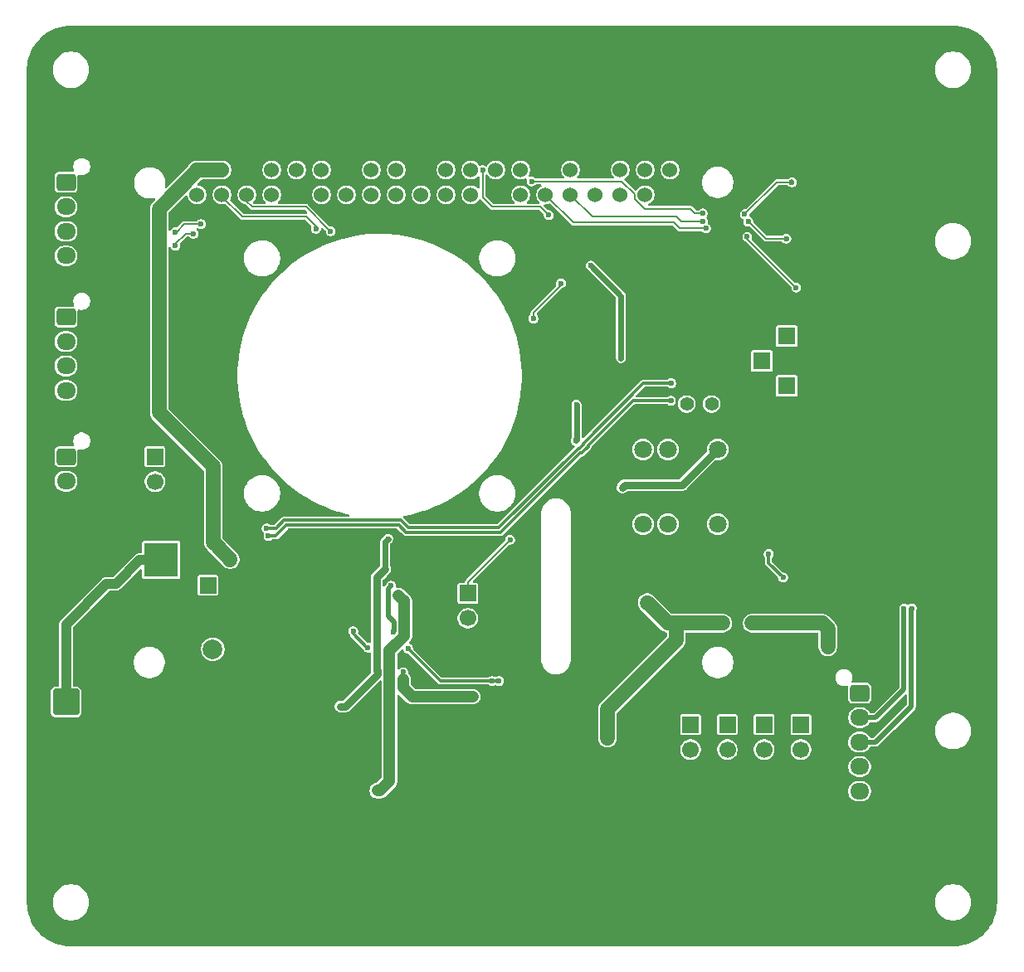
<source format=gbr>
%TF.GenerationSoftware,KiCad,Pcbnew,9.0.4*%
%TF.CreationDate,2025-09-15T15:41:38+09:00*%
%TF.ProjectId,control_unit,636f6e74-726f-46c5-9f75-6e69742e6b69,01*%
%TF.SameCoordinates,Original*%
%TF.FileFunction,Copper,L2,Bot*%
%TF.FilePolarity,Positive*%
%FSLAX46Y46*%
G04 Gerber Fmt 4.6, Leading zero omitted, Abs format (unit mm)*
G04 Created by KiCad (PCBNEW 9.0.4) date 2025-09-15 15:41:38*
%MOMM*%
%LPD*%
G01*
G04 APERTURE LIST*
G04 Aperture macros list*
%AMRoundRect*
0 Rectangle with rounded corners*
0 $1 Rounding radius*
0 $2 $3 $4 $5 $6 $7 $8 $9 X,Y pos of 4 corners*
0 Add a 4 corners polygon primitive as box body*
4,1,4,$2,$3,$4,$5,$6,$7,$8,$9,$2,$3,0*
0 Add four circle primitives for the rounded corners*
1,1,$1+$1,$2,$3*
1,1,$1+$1,$4,$5*
1,1,$1+$1,$6,$7*
1,1,$1+$1,$8,$9*
0 Add four rect primitives between the rounded corners*
20,1,$1+$1,$2,$3,$4,$5,0*
20,1,$1+$1,$4,$5,$6,$7,0*
20,1,$1+$1,$6,$7,$8,$9,0*
20,1,$1+$1,$8,$9,$2,$3,0*%
G04 Aperture macros list end*
%TA.AperFunction,ComponentPad*%
%ADD10C,1.800000*%
%TD*%
%TA.AperFunction,ComponentPad*%
%ADD11C,2.000000*%
%TD*%
%TA.AperFunction,ComponentPad*%
%ADD12C,1.400000*%
%TD*%
%TA.AperFunction,ComponentPad*%
%ADD13R,1.800000X1.800000*%
%TD*%
%TA.AperFunction,ComponentPad*%
%ADD14C,1.524000*%
%TD*%
%TA.AperFunction,ComponentPad*%
%ADD15R,3.500000X3.500000*%
%TD*%
%TA.AperFunction,ComponentPad*%
%ADD16RoundRect,0.750000X-0.750000X-1.000000X0.750000X-1.000000X0.750000X1.000000X-0.750000X1.000000X0*%
%TD*%
%TA.AperFunction,ComponentPad*%
%ADD17RoundRect,0.875000X-0.875000X-0.875000X0.875000X-0.875000X0.875000X0.875000X-0.875000X0.875000X0*%
%TD*%
%TA.AperFunction,ComponentPad*%
%ADD18R,1.700000X1.700000*%
%TD*%
%TA.AperFunction,ComponentPad*%
%ADD19C,1.700000*%
%TD*%
%TA.AperFunction,ComponentPad*%
%ADD20RoundRect,0.250000X-0.725000X0.600000X-0.725000X-0.600000X0.725000X-0.600000X0.725000X0.600000X0*%
%TD*%
%TA.AperFunction,ComponentPad*%
%ADD21O,1.950000X1.700000*%
%TD*%
%TA.AperFunction,ComponentPad*%
%ADD22RoundRect,0.250001X-1.099999X1.099999X-1.099999X-1.099999X1.099999X-1.099999X1.099999X1.099999X0*%
%TD*%
%TA.AperFunction,ComponentPad*%
%ADD23C,2.700000*%
%TD*%
%TA.AperFunction,ViaPad*%
%ADD24C,0.600000*%
%TD*%
%TA.AperFunction,ViaPad*%
%ADD25C,1.000000*%
%TD*%
%TA.AperFunction,Conductor*%
%ADD26C,0.800000*%
%TD*%
%TA.AperFunction,Conductor*%
%ADD27C,0.600000*%
%TD*%
%TA.AperFunction,Conductor*%
%ADD28C,1.200000*%
%TD*%
%TA.AperFunction,Conductor*%
%ADD29C,1.500000*%
%TD*%
%TA.AperFunction,Conductor*%
%ADD30C,0.300000*%
%TD*%
%TA.AperFunction,Conductor*%
%ADD31C,0.200000*%
%TD*%
%TA.AperFunction,Conductor*%
%ADD32C,0.500000*%
%TD*%
%TA.AperFunction,Conductor*%
%ADD33C,1.000000*%
%TD*%
G04 APERTURE END LIST*
D10*
%TO.P,U7,1,VIN*%
%TO.N,+3.3V_2*%
X152020000Y-95880000D03*
%TO.P,U7,2,GND*%
%TO.N,GND*%
X149480000Y-95880000D03*
%TO.P,U7,3,SDA*%
%TO.N,SDA*%
X146940000Y-95880000D03*
%TO.P,U7,4,SCL*%
%TO.N,SCL*%
X144400000Y-95880000D03*
%TO.P,U7,5,RESET*%
%TO.N,unconnected-(U7-RESET-Pad5)*%
X144400000Y-103500000D03*
%TO.P,U7,6,INT*%
%TO.N,unconnected-(U7-INT-Pad6)*%
X146940000Y-103500000D03*
%TO.P,U7,7,GND*%
%TO.N,GND*%
X149480000Y-103500000D03*
%TO.P,U7,8,VOUT*%
%TO.N,Net-(U7-VOUT)*%
X152020000Y-103500000D03*
%TD*%
D11*
%TO.P,TP1,1,1*%
%TO.N,GND*%
X86525995Y-133849005D03*
%TD*%
D12*
%TO.P,JP3,1,A*%
%TO.N,CANL*%
X148852195Y-91234005D03*
%TO.P,JP3,2,B*%
%TO.N,Net-(JP3-B)*%
X151392195Y-91234005D03*
%TD*%
D13*
%TO.P,R13,1,1*%
%TO.N,Net-(R11-Pad2)*%
X159070995Y-89389005D03*
%TO.P,R13,2,2*%
%TO.N,Net-(Q4-D)*%
X156530995Y-86849005D03*
%TO.P,R13,3,3*%
%TO.N,Net-(R12-Pad1)*%
X159070995Y-84309005D03*
%TD*%
D14*
%TO.P,U3,1,3V3*%
%TO.N,+3.3V_1*%
X98895995Y-69869005D03*
%TO.P,U3,2,5V*%
%TO.N,+5.1V*%
X98895995Y-67329005D03*
%TO.P,U3,3,GPIO2(SDA)*%
%TO.N,SDA*%
X101435995Y-69869005D03*
%TO.P,U3,4,5V*%
%TO.N,+5.1V*%
X101435995Y-67329005D03*
%TO.P,U3,5,GPIO3(SCL)*%
%TO.N,SCL*%
X103975995Y-69869005D03*
%TO.P,U3,6,GND*%
%TO.N,GND*%
X103975995Y-67329005D03*
%TO.P,U3,7,GPIO4*%
%TO.N,SERVO4*%
X106515995Y-69869005D03*
%TO.P,U3,8,GPIO14(TXD)*%
%TO.N,unconnected-(U3-GPIO14(TXD)-Pad8)*%
X106515995Y-67329005D03*
%TO.P,U3,9,GND*%
%TO.N,GND*%
X109055995Y-69869005D03*
%TO.P,U3,10,GPIO15(RXD)*%
%TO.N,unconnected-(U3-GPIO15(RXD)-Pad10)*%
X109055995Y-67329005D03*
%TO.P,U3,11,GPIO17*%
%TO.N,SERVO3*%
X111595995Y-69869005D03*
%TO.P,U3,12,GPIO18(PCM_CLK\u002C_PWM0)*%
%TO.N,SERVO2*%
X111595995Y-67329005D03*
%TO.P,U3,13,GPIO27*%
%TO.N,unconnected-(U3-GPIO27-Pad13)*%
X114135995Y-69869005D03*
%TO.P,U3,14,GND*%
%TO.N,GND*%
X114135995Y-67329005D03*
%TO.P,U3,15,GPIO22*%
%TO.N,unconnected-(U3-GPIO22-Pad15)*%
X116675995Y-69869005D03*
%TO.P,U3,16,GPIO23*%
%TO.N,unconnected-(U3-GPIO23-Pad16)*%
X116675995Y-67329005D03*
%TO.P,U3,17,3V3*%
%TO.N,+3.3V_2*%
X119215995Y-69869005D03*
%TO.P,U3,18,GPIO24*%
%TO.N,USER_LED*%
X119215995Y-67329005D03*
%TO.P,U3,19,GPIO10(MOSI)*%
%TO.N,MOSI*%
X121755995Y-69869005D03*
%TO.P,U3,20,GND*%
%TO.N,GND*%
X121755995Y-67329005D03*
%TO.P,U3,21,GPIO9(MISO)*%
%TO.N,MISO*%
X124295995Y-69869005D03*
%TO.P,U3,22,GPIO25*%
%TO.N,IR*%
X124295995Y-67329005D03*
%TO.P,U3,23,GPIO11(SCLK)*%
%TO.N,SCK*%
X126835995Y-69869005D03*
%TO.P,U3,24,GPIO8(CE0)*%
%TO.N,CS0*%
X126835995Y-67329005D03*
%TO.P,U3,25,GND*%
%TO.N,GND*%
X129375995Y-69869005D03*
%TO.P,U3,26,GPIO7(CE1)*%
%TO.N,unconnected-(U3-GPIO7(CE1)-Pad26)*%
X129375995Y-67329005D03*
%TO.P,U3,27,GPIO0(ID_SD)*%
%TO.N,unconnected-(U3-GPIO0(ID_SD)-Pad27)*%
X131915995Y-69869005D03*
%TO.P,U3,28,GPIO1(ID_SC)*%
%TO.N,unconnected-(U3-GPIO1(ID_SC)-Pad28)*%
X131915995Y-67329005D03*
%TO.P,U3,29,GPIO5*%
%TO.N,HighBeam*%
X134455995Y-69869005D03*
%TO.P,U3,30,GND*%
%TO.N,GND*%
X134455995Y-67329005D03*
%TO.P,U3,31,GPIO6*%
%TO.N,LowBeam*%
X136995995Y-69869005D03*
%TO.P,U3,32,GPIO12(PWM0)*%
%TO.N,ESC4_RP4*%
X136995995Y-67329005D03*
%TO.P,U3,33,GPIO13(PWM1)*%
%TO.N,SERVO1*%
X139535995Y-69869005D03*
%TO.P,U3,34,GND*%
%TO.N,GND*%
X139535995Y-67329005D03*
%TO.P,U3,35,GPIO19(PCM_FS\u002C_PWM1)*%
%TO.N,ESC2_RP4*%
X142075995Y-69869005D03*
%TO.P,U3,36,GPIO16*%
%TO.N,ESC3_RP4*%
X142075995Y-67329005D03*
%TO.P,U3,37,GPIO26*%
%TO.N,SERVO_test*%
X144615995Y-69869005D03*
%TO.P,U3,38,GPIO20(PCM_DIN)*%
%TO.N,INT*%
X144615995Y-67329005D03*
%TO.P,U3,39,GND*%
%TO.N,GND*%
X147155995Y-69869005D03*
%TO.P,U3,40,GPIO21(PCM_DOUT)*%
%TO.N,ESC1_RP4*%
X147155995Y-67329005D03*
%TD*%
D15*
%TO.P,J1,1*%
%TO.N,Net-(D1-A)*%
X95250000Y-107141505D03*
D16*
%TO.P,J1,2*%
%TO.N,GND*%
X89250000Y-107141505D03*
D17*
%TO.P,J1,3*%
X92250000Y-111841505D03*
%TD*%
D18*
%TO.P,ESC3,1,Pin_1*%
%TO.N,ESC3_RP4*%
X156750000Y-123960000D03*
D19*
%TO.P,ESC3,2,Pin_2*%
%TO.N,Net-(ESC3-Pin_2)*%
X156750000Y-126500000D03*
%TO.P,ESC3,3,Pin_3*%
%TO.N,GND*%
X156750000Y-129040000D03*
%TD*%
D18*
%TO.P,J6,1,Pin_1*%
%TO.N,CANH*%
X94600000Y-96599005D03*
D19*
%TO.P,J6,2,Pin_2*%
%TO.N,CANL*%
X94600000Y-99139005D03*
%TD*%
D18*
%TO.P,ESC4,1,Pin_1*%
%TO.N,ESC4_RP4*%
X160500000Y-123960000D03*
D19*
%TO.P,ESC4,2,Pin_2*%
%TO.N,Net-(ESC4-Pin_2)*%
X160500000Y-126500000D03*
%TO.P,ESC4,3,Pin_3*%
%TO.N,GND*%
X160500000Y-129040000D03*
%TD*%
D18*
%TO.P,ESC2,1,Pin_1*%
%TO.N,ESC2_RP4*%
X153000000Y-123960000D03*
D19*
%TO.P,ESC2,2,Pin_2*%
%TO.N,Net-(ESC2-Pin_2)*%
X153000000Y-126500000D03*
%TO.P,ESC2,3,Pin_3*%
%TO.N,GND*%
X153000000Y-129040000D03*
%TD*%
D18*
%TO.P,SERVO_TEST1,1,PWM*%
%TO.N,SERVO_test*%
X126525995Y-110559005D03*
D19*
%TO.P,SERVO_TEST1,2,+*%
%TO.N,+5.1V*%
X126525995Y-113099005D03*
%TO.P,SERVO_TEST1,3,-*%
%TO.N,GND*%
X126525995Y-115639005D03*
%TD*%
D20*
%TO.P,LED_PCB1,1,Pin_1*%
%TO.N,+5.1V*%
X166500000Y-120750000D03*
D21*
%TO.P,LED_PCB1,2,Pin_2*%
%TO.N,Net-(LED_PCB1-Pin_2)*%
X166500000Y-123250000D03*
%TO.P,LED_PCB1,3,Pin_3*%
%TO.N,Net-(LED_PCB1-Pin_3)*%
X166500000Y-125750000D03*
%TO.P,LED_PCB1,4,Pin_4*%
%TO.N,Net-(LED_PCB1-Pin_4)*%
X166500000Y-128250000D03*
%TO.P,LED_PCB1,5,Pin_5*%
%TO.N,Net-(LED_PCB1-Pin_5)*%
X166500000Y-130750000D03*
%TO.P,LED_PCB1,6,Pin_6*%
%TO.N,GND*%
X166500000Y-133250000D03*
%TD*%
D18*
%TO.P,ESC1,1,Pin_1*%
%TO.N,ESC1_RP4*%
X149250000Y-123960000D03*
D19*
%TO.P,ESC1,2,Pin_2*%
%TO.N,Net-(ESC1-Pin_2)*%
X149250000Y-126500000D03*
%TO.P,ESC1,3,Pin_3*%
%TO.N,GND*%
X149250000Y-129040000D03*
%TD*%
D18*
%TO.P,Fan1,1,+*%
%TO.N,+5.1V*%
X100000000Y-109725000D03*
D19*
%TO.P,Fan1,2,-*%
%TO.N,GND*%
X100000000Y-112265000D03*
%TD*%
D11*
%TO.P,TP2,1,1*%
%TO.N,+5.1V*%
X100500000Y-116250000D03*
%TD*%
D20*
%TO.P,J3,1,Pin_1*%
%TO.N,SERVO4*%
X85525995Y-82349005D03*
D21*
%TO.P,J3,2,Pin_2*%
%TO.N,SERVO3*%
X85525995Y-84849005D03*
%TO.P,J3,3,Pin_3*%
%TO.N,SERVO2*%
X85525995Y-87349005D03*
%TO.P,J3,4,Pin_4*%
%TO.N,SERVO1*%
X85525995Y-89849005D03*
%TD*%
D20*
%TO.P,J5,1,Pin_1*%
%TO.N,CANH*%
X85525995Y-96599005D03*
D21*
%TO.P,J5,2,Pin_2*%
%TO.N,CANL*%
X85525995Y-99099005D03*
%TD*%
D22*
%TO.P,J2,1,Pin_1*%
%TO.N,Net-(D1-A)*%
X85525995Y-121639005D03*
D23*
%TO.P,J2,2,Pin_2*%
%TO.N,GND*%
X85525995Y-125599005D03*
%TD*%
D20*
%TO.P,J4,1,Pin_1*%
%TO.N,Net-(J4-Pin_1)*%
X85525995Y-68599005D03*
D21*
%TO.P,J4,2,Pin_2*%
%TO.N,Net-(J4-Pin_2)*%
X85525995Y-71099005D03*
%TO.P,J4,3,Pin_3*%
%TO.N,Net-(J4-Pin_3)*%
X85525995Y-73599005D03*
%TO.P,J4,4,Pin_4*%
%TO.N,Net-(J4-Pin_4)*%
X85525995Y-76099005D03*
%TD*%
D24*
%TO.N,+24V*%
X113525995Y-122099005D03*
%TO.N,GND*%
X110525995Y-121099005D03*
X107025995Y-121099005D03*
X108525995Y-121099005D03*
X103025995Y-136099005D03*
X101525995Y-121099005D03*
X99525995Y-136099005D03*
X95025995Y-136099005D03*
X99525995Y-121599005D03*
X109025995Y-136099005D03*
X97525995Y-121599005D03*
X104525995Y-136099005D03*
X109025995Y-134099005D03*
X105025995Y-121099005D03*
X103525995Y-121099005D03*
X102025995Y-134099005D03*
X96025995Y-134099005D03*
X97525995Y-134099005D03*
X102525995Y-121099005D03*
X106525995Y-136099005D03*
X95025995Y-121599005D03*
X110025995Y-136099005D03*
X94025995Y-134099005D03*
X97525995Y-136099005D03*
X98525995Y-134099005D03*
X108025995Y-134099005D03*
X103025995Y-134099005D03*
X105525995Y-134099005D03*
X110025995Y-134099005D03*
X105525995Y-136099005D03*
X98525995Y-123599005D03*
X99525995Y-123599005D03*
X106025995Y-121099005D03*
X113525995Y-136099005D03*
X112025995Y-121099005D03*
X102025995Y-136099005D03*
X112525995Y-136099005D03*
X97525995Y-123599005D03*
X96025995Y-121599005D03*
X108025995Y-136099005D03*
X98525995Y-121599005D03*
X111525995Y-136099005D03*
X106525995Y-134099005D03*
X94025995Y-121599005D03*
X113525995Y-134099005D03*
X111525995Y-134099005D03*
X95025995Y-134099005D03*
X101025995Y-134099005D03*
X95025995Y-123599005D03*
X113025995Y-121099005D03*
X94025995Y-136099005D03*
X104525995Y-134099005D03*
X99525995Y-134099005D03*
X94025995Y-123599005D03*
X96025995Y-136099005D03*
X96025995Y-123599005D03*
X101025995Y-136099005D03*
X98525995Y-136099005D03*
X109525995Y-121099005D03*
X112525995Y-134099005D03*
X152650000Y-93200000D03*
%TO.N,+24V*%
X118400995Y-104974005D03*
X118079995Y-108073005D03*
D25*
%TO.N,+5.1V*%
X102275995Y-107099005D03*
X155525995Y-113599005D03*
X140775995Y-123349005D03*
X140775995Y-122349005D03*
X101541994Y-106333006D03*
X163250000Y-116000000D03*
D24*
X137523939Y-94951061D03*
D25*
X163175000Y-114075000D03*
D24*
X119926995Y-119349005D03*
X137602195Y-91299005D03*
D25*
X100525995Y-104800000D03*
X140775995Y-124349005D03*
X144975995Y-111649005D03*
D24*
X119926995Y-118598005D03*
D25*
X127025995Y-121099005D03*
X100900995Y-105699005D03*
X140775995Y-125349005D03*
X152525995Y-113599005D03*
X126025995Y-121099005D03*
X125025995Y-121099005D03*
D24*
%TO.N,GND*%
X117025995Y-120599005D03*
X101025995Y-82099005D03*
X137025995Y-80099005D03*
X138025995Y-116599005D03*
X103775995Y-110099005D03*
X134275995Y-75349005D03*
X114025995Y-119099005D03*
X180025995Y-57099005D03*
X131775995Y-92349005D03*
X108525995Y-119099005D03*
X173275995Y-92349005D03*
X134225995Y-91349005D03*
X107025995Y-119099005D03*
X86025995Y-146099005D03*
X134025995Y-83099005D03*
X119775995Y-123099005D03*
X126025995Y-102099005D03*
X121025995Y-62099005D03*
X144525995Y-130099005D03*
X146525995Y-124099005D03*
X86025995Y-53099005D03*
X148200000Y-110400000D03*
X82025995Y-62099005D03*
X146525995Y-126599005D03*
X139025995Y-116599005D03*
X121025995Y-137099005D03*
X137025995Y-87349005D03*
X141025995Y-137099005D03*
X82025995Y-57099005D03*
X154500000Y-135500000D03*
X112025995Y-119099005D03*
X109275995Y-114099005D03*
X113025995Y-119099005D03*
X142525995Y-118599005D03*
X109525995Y-119099005D03*
X147275995Y-87849005D03*
X169100000Y-103600000D03*
X171025995Y-72099005D03*
X141025995Y-146099005D03*
X146525995Y-131099005D03*
X140025995Y-118599005D03*
X138025995Y-118599005D03*
X101025995Y-146099005D03*
X88525995Y-83599005D03*
X141025995Y-135599005D03*
X88525995Y-86099005D03*
X88775995Y-97849005D03*
X141025995Y-53099005D03*
X146525995Y-130099005D03*
X144525995Y-124099005D03*
X149275995Y-82099005D03*
X144525995Y-129099005D03*
X149275995Y-77849005D03*
X110525995Y-119099005D03*
X105025995Y-119099005D03*
X144525995Y-126599005D03*
X143025995Y-135599005D03*
X146525995Y-129099005D03*
X82025995Y-92099005D03*
X116525995Y-108099005D03*
X180025995Y-142099005D03*
X146025995Y-86599005D03*
X132775995Y-73849005D03*
X159900000Y-103600000D03*
X144525995Y-123099005D03*
X146525995Y-123099005D03*
X146525995Y-125599005D03*
X101025995Y-53099005D03*
X111025995Y-102099005D03*
X106025995Y-119099005D03*
X160000000Y-109000000D03*
X103525995Y-119099005D03*
X161025995Y-146099005D03*
X101025995Y-137099005D03*
X176025995Y-62099005D03*
X139775995Y-110349005D03*
X176025995Y-146099005D03*
X180025995Y-92099005D03*
X101025995Y-62099005D03*
X113275995Y-113099005D03*
X140025995Y-116599005D03*
X102525995Y-119099005D03*
X151025995Y-102099005D03*
X111775995Y-113099005D03*
X82025995Y-142099005D03*
X141525995Y-118599005D03*
X101525995Y-119099005D03*
X103775995Y-105849005D03*
X130525995Y-110349005D03*
X142525995Y-116599005D03*
X146525995Y-122099005D03*
X88525995Y-88349005D03*
X144525995Y-131099005D03*
X161025995Y-137099005D03*
X143525995Y-116599005D03*
X146525995Y-127599005D03*
X121025995Y-146099005D03*
X86025995Y-137099005D03*
X176025995Y-137099005D03*
X141025995Y-62099005D03*
X144525995Y-127599005D03*
X121025995Y-53099005D03*
X161025995Y-62099005D03*
X123525995Y-112849005D03*
X176025995Y-53099005D03*
X144025995Y-86599005D03*
X123525995Y-109849005D03*
X82025995Y-112099005D03*
X86025995Y-62099005D03*
X144525995Y-125599005D03*
X144525995Y-122099005D03*
X82025995Y-132099005D03*
X117025995Y-123099005D03*
X169000000Y-116100000D03*
X101025995Y-92099005D03*
X180025995Y-72099005D03*
X161025995Y-53099005D03*
X131525995Y-82599005D03*
X116275995Y-114849005D03*
X141525995Y-116599005D03*
X82025995Y-72099005D03*
X139025995Y-118599005D03*
%TO.N,CANH*%
X147275995Y-89099005D03*
X105996246Y-103919227D03*
%TO.N,IR*%
X154775995Y-71849005D03*
X159588495Y-68599005D03*
X150500267Y-71769520D03*
X133025995Y-68499005D03*
%TO.N,Net-(Q6-S)*%
X118925995Y-114499005D03*
X118682495Y-109772005D03*
%TO.N,LowBeam*%
X155125995Y-72599005D03*
X159025995Y-74349005D03*
X150497584Y-72569518D03*
%TO.N,HighBeam*%
X155025995Y-74149008D03*
X150825995Y-73299005D03*
X160025995Y-79349005D03*
%TO.N,CANL*%
X147246595Y-90878405D03*
X106174995Y-104699005D03*
%TO.N,SERVO_test*%
X136026995Y-78899005D03*
X133225995Y-82499005D03*
X130825995Y-105099005D03*
%TO.N,Net-(Q4-D)*%
X157213495Y-106536505D03*
X158700000Y-108950000D03*
%TO.N,Net-(Q6-G)*%
X119432495Y-110773005D03*
X117298282Y-130701718D03*
%TO.N,SCL*%
X96675995Y-73649005D03*
X112525995Y-73599005D03*
X99285587Y-72858597D03*
%TO.N,SDA*%
X111025995Y-73349005D03*
X98525995Y-73849005D03*
X96675996Y-75045218D03*
%TO.N,CS0*%
X128025995Y-67349005D03*
X134777410Y-71933005D03*
%TO.N,Net-(Q3-G)*%
X120425995Y-116198005D03*
X114825995Y-114414507D03*
X129000000Y-119500000D03*
X116325995Y-116099005D03*
X129700003Y-119500000D03*
%TO.N,+3.3V_2*%
X139065995Y-77099005D03*
X142139181Y-86525819D03*
X142300995Y-99749005D03*
%TO.N,Net-(LED_PCB1-Pin_2)*%
X171025995Y-112099005D03*
%TO.N,Net-(LED_PCB1-Pin_3)*%
X171825998Y-112099005D03*
%TD*%
D26*
%TO.N,+24V*%
X113525995Y-122099005D02*
X114025995Y-122099005D01*
X117324995Y-118351535D02*
X117225995Y-118450535D01*
D27*
X118079995Y-105295005D02*
X118079995Y-108073005D01*
D26*
X114025995Y-122099005D02*
X117324995Y-118800005D01*
X117225995Y-108927005D02*
X118079995Y-108073005D01*
X117225995Y-118450535D02*
X117225995Y-108927005D01*
X117324995Y-118800005D02*
X117324995Y-118351535D01*
D27*
X118400995Y-104974005D02*
X118079995Y-105295005D01*
D28*
%TO.N,+5.1V*%
X124775995Y-121099005D02*
X120825995Y-121099005D01*
D29*
X147775995Y-113599005D02*
X146925995Y-113599005D01*
X140775995Y-122349005D02*
X147775995Y-115349005D01*
X100525995Y-105324005D02*
X100532994Y-105324005D01*
X100854494Y-105645506D02*
X101416994Y-106208006D01*
X98895995Y-67446457D02*
X98895995Y-67329005D01*
X140775995Y-123599005D02*
X140775995Y-124599005D01*
X98895995Y-67329005D02*
X101435995Y-67329005D01*
D28*
X124775995Y-121099005D02*
X125025995Y-121099005D01*
X125025995Y-121099005D02*
X125525995Y-121099005D01*
D29*
X102275995Y-107067006D02*
X102275995Y-107099005D01*
D28*
X125525995Y-121099005D02*
X126025995Y-121099005D01*
D29*
X95025995Y-92099005D02*
X95025995Y-71316457D01*
X147775995Y-115349005D02*
X147775995Y-113599005D01*
X100532994Y-105324005D02*
X100854494Y-105645506D01*
X101916994Y-106708006D02*
X102275995Y-107067006D01*
X95025995Y-71316457D02*
X98895995Y-67446457D01*
D28*
X119926995Y-120200005D02*
X119926995Y-119349005D01*
D29*
X152525995Y-113599005D02*
X147775995Y-113599005D01*
X100525995Y-97599005D02*
X95025995Y-92099005D01*
X146925995Y-113599005D02*
X144975995Y-111649005D01*
X100525995Y-104900000D02*
X100525995Y-104800000D01*
X140775995Y-124349005D02*
X140775995Y-125349005D01*
D28*
X126275995Y-121099005D02*
X127025995Y-121099005D01*
D29*
X100525995Y-104800000D02*
X100525995Y-97599005D01*
D27*
X137625995Y-91322805D02*
X137602195Y-91299005D01*
D29*
X144975995Y-111649005D02*
X144825995Y-111499005D01*
X163175000Y-114075000D02*
X162700000Y-113600000D01*
X100525995Y-104900000D02*
X100525995Y-105324005D01*
X140775995Y-124599005D02*
X140775995Y-125349005D01*
D27*
X137523939Y-94951061D02*
X137625995Y-94849005D01*
X137625995Y-94849005D02*
X137625995Y-91322805D01*
D29*
X163250000Y-114150000D02*
X163175000Y-114075000D01*
X163250000Y-116000000D02*
X163250000Y-114150000D01*
X101541994Y-106333006D02*
X101916994Y-106708006D01*
X140775995Y-123349005D02*
X140775995Y-124349005D01*
D28*
X120825995Y-121099005D02*
X119926995Y-120200005D01*
D29*
X101416994Y-106208006D02*
X101541994Y-106333006D01*
X155526990Y-113600000D02*
X162550000Y-113600000D01*
X140775995Y-122349005D02*
X140775995Y-123349005D01*
D28*
X126025995Y-121099005D02*
X126275995Y-121099005D01*
D29*
X155525995Y-113599005D02*
X155526990Y-113600000D01*
D30*
%TO.N,CANH*%
X106954773Y-103919227D02*
X107775995Y-103098005D01*
X137895649Y-95750005D02*
X138276995Y-95368659D01*
X138276995Y-95368659D02*
X138276995Y-95368658D01*
X105996246Y-103919227D02*
X106954773Y-103919227D01*
X137774995Y-95750005D02*
X137895649Y-95750005D01*
X138276995Y-95248005D02*
X138276995Y-95368659D01*
X129676995Y-103848005D02*
X137774995Y-95750005D01*
X147275995Y-89099005D02*
X144425995Y-89099005D01*
X120434515Y-103848005D02*
X129676995Y-103848005D01*
X144425995Y-89099005D02*
X138276995Y-95248005D01*
X107775995Y-103098005D02*
X119684515Y-103098005D01*
X119684515Y-103098005D02*
X120434515Y-103848005D01*
D31*
%TO.N,IR*%
X158025995Y-68599005D02*
X159588495Y-68599005D01*
X149696510Y-71769520D02*
X149225995Y-71299005D01*
X150500267Y-71769520D02*
X149696510Y-71769520D01*
X143552995Y-69826005D02*
X142225995Y-68499005D01*
X144542685Y-71299005D02*
X143552995Y-70309315D01*
X149225995Y-71299005D02*
X144542685Y-71299005D01*
X143552995Y-70309315D02*
X143552995Y-69826005D01*
D30*
X159588495Y-68411505D02*
X159588495Y-68599005D01*
D31*
X154775995Y-71849005D02*
X158025995Y-68599005D01*
X142225995Y-68499005D02*
X133025995Y-68499005D01*
D32*
%TO.N,Net-(Q6-S)*%
X118381496Y-110073004D02*
X118682495Y-109772005D01*
X118970692Y-114454308D02*
X118970692Y-113511202D01*
X118925995Y-114499005D02*
X118970692Y-114454308D01*
X118381496Y-112922006D02*
X118381496Y-110073004D01*
X118970692Y-113511202D02*
X118381496Y-112922006D01*
D31*
%TO.N,LowBeam*%
X156949005Y-74349005D02*
X159025995Y-74349005D01*
X150491753Y-72563687D02*
X148272107Y-72563687D01*
X155199005Y-72599005D02*
X156949005Y-74349005D01*
X150497584Y-72569518D02*
X150491753Y-72563687D01*
X147807425Y-72099005D02*
X139225995Y-72099005D01*
X155125995Y-72599005D02*
X155199005Y-72599005D01*
X139225995Y-72099005D02*
X136995995Y-69869005D01*
X148272107Y-72563687D02*
X147807425Y-72099005D01*
%TO.N,HighBeam*%
X147558895Y-72699005D02*
X137285995Y-72699005D01*
X148158895Y-73299005D02*
X147558895Y-72699005D01*
X155025995Y-74349005D02*
X160025995Y-79349005D01*
X137285995Y-72699005D02*
X134455995Y-69869005D01*
X150825995Y-73299005D02*
X148158895Y-73299005D01*
X155025995Y-74149008D02*
X155025995Y-74349005D01*
D30*
%TO.N,CANL*%
X138396649Y-95957525D02*
X138103170Y-96251005D01*
X108025995Y-103599005D02*
X106925995Y-104699005D01*
X138777995Y-95576179D02*
X138484516Y-95869659D01*
X138777995Y-95576180D02*
X138777995Y-95576179D01*
X147246595Y-90878405D02*
X143355115Y-90878405D01*
X119476994Y-103599005D02*
X108025995Y-103599005D01*
X120226995Y-104349005D02*
X119476994Y-103599005D01*
X129884516Y-104349005D02*
X120226994Y-104349005D01*
X106925995Y-104699005D02*
X106174995Y-104699005D01*
X120226995Y-104349005D02*
X120226994Y-104349005D01*
X138103170Y-96251005D02*
X137982515Y-96251005D01*
X138484516Y-95869659D02*
X138396649Y-95957525D01*
X138777995Y-95455525D02*
X138777995Y-95576180D01*
X137982515Y-96251005D02*
X129884516Y-104349004D01*
X143355115Y-90878405D02*
X138777995Y-95455525D01*
D31*
%TO.N,SERVO_test*%
X130825995Y-105099005D02*
X126525995Y-109399005D01*
X133225995Y-82499005D02*
X133225995Y-81899005D01*
X133225995Y-81899005D02*
X136026995Y-79098005D01*
X136026995Y-79098005D02*
X136026995Y-78899005D01*
X126525995Y-109399005D02*
X126525995Y-110559005D01*
D30*
%TO.N,Net-(Q4-D)*%
X158700000Y-108950000D02*
X157213495Y-107463495D01*
X157213495Y-107463495D02*
X157213495Y-106536505D01*
D28*
%TO.N,Net-(Q6-G)*%
X120026995Y-114955055D02*
X120026995Y-114042955D01*
X117548282Y-130701718D02*
X118525995Y-129724005D01*
X118525995Y-116399005D02*
X119324995Y-115600005D01*
X118525995Y-129724005D02*
X118525995Y-116399005D01*
X120025995Y-113080167D02*
X120025995Y-111316505D01*
X120025995Y-111316505D02*
X119982495Y-111273005D01*
X119324995Y-115600005D02*
X119382045Y-115600005D01*
X119982495Y-111273005D02*
X119932495Y-111273005D01*
X119382045Y-115600005D02*
X120026995Y-114955055D01*
X120021692Y-113084470D02*
X120025995Y-113080167D01*
X120025995Y-113088773D02*
X120021692Y-113084470D01*
X119932495Y-111273005D02*
X119432495Y-110773005D01*
X117298282Y-130701718D02*
X117548282Y-130701718D01*
X120026995Y-114042955D02*
X120025995Y-114041955D01*
X120025995Y-114041955D02*
X120025995Y-113088773D01*
D33*
%TO.N,Net-(D1-A)*%
X93052026Y-107141505D02*
X95250000Y-107141505D01*
X85525995Y-113724005D02*
X89657495Y-109592505D01*
X90601026Y-109592505D02*
X93052026Y-107141505D01*
X89657495Y-109592505D02*
X90601026Y-109592505D01*
X85525995Y-121639005D02*
X85525995Y-113724005D01*
D31*
%TO.N,SCL*%
X96825995Y-73649005D02*
X97616403Y-72858597D01*
X96675995Y-73649005D02*
X96825995Y-73649005D01*
X110025995Y-71099005D02*
X104525995Y-71099005D01*
X97616403Y-72858597D02*
X99285587Y-72858597D01*
D30*
X103975995Y-70149005D02*
X103975995Y-69869005D01*
D31*
X103975995Y-70549005D02*
X103975995Y-69869005D01*
X112525995Y-73599005D02*
X110025995Y-71099005D01*
X104525995Y-71099005D02*
X103975995Y-70549005D01*
%TO.N,SDA*%
X103525995Y-72099005D02*
X101435995Y-70009005D01*
X96675996Y-74899004D02*
X97725995Y-73849005D01*
X97725995Y-73849005D02*
X98525995Y-73849005D01*
X111025995Y-73099005D02*
X110025995Y-72099005D01*
X111025995Y-73349005D02*
X111025995Y-73099005D01*
X96675996Y-75045218D02*
X96675996Y-74899004D01*
X101435995Y-70009005D02*
X101435995Y-69869005D01*
X110025995Y-72099005D02*
X103525995Y-72099005D01*
%TO.N,CS0*%
X133941995Y-71099005D02*
X134775995Y-71933005D01*
X128025995Y-67349005D02*
X128025995Y-70099005D01*
X129025995Y-71099005D02*
X133941995Y-71099005D01*
X134775995Y-71933005D02*
X134777410Y-71933005D01*
X128025995Y-70099005D02*
X129025995Y-71099005D01*
D30*
%TO.N,Net-(Q3-G)*%
X114825995Y-114414507D02*
X114825995Y-114699005D01*
X120425995Y-116198005D02*
X123727990Y-119500000D01*
X116225995Y-116099005D02*
X116325995Y-116099005D01*
X114825995Y-114699005D02*
X116225995Y-116099005D01*
X123727990Y-119500000D02*
X129000000Y-119500000D01*
X129000000Y-119500000D02*
X129700003Y-119500000D01*
D27*
%TO.N,+3.3V_2*%
X142139181Y-86525819D02*
X142139181Y-80172191D01*
D26*
X142550995Y-99499005D02*
X148375995Y-99499005D01*
X148375995Y-99499005D02*
X152275995Y-95599005D01*
X142300995Y-99749005D02*
X142550995Y-99499005D01*
D27*
X142139181Y-80172191D02*
X139065995Y-77099005D01*
D32*
%TO.N,Net-(LED_PCB1-Pin_2)*%
X168125000Y-123250000D02*
X166250000Y-123250000D01*
X171025995Y-112099005D02*
X171025995Y-120349005D01*
X171025995Y-120349005D02*
X168125000Y-123250000D01*
%TO.N,Net-(LED_PCB1-Pin_3)*%
X171784944Y-112140059D02*
X171784944Y-122090056D01*
X171825998Y-112099005D02*
X171784944Y-112140059D01*
X168125000Y-125750000D02*
X166250000Y-125750000D01*
X171784944Y-122090056D02*
X168125000Y-125750000D01*
%TD*%
%TA.AperFunction,Conductor*%
%TO.N,GND*%
G36*
X176028698Y-52599622D02*
G01*
X176412769Y-52616391D01*
X176423501Y-52617331D01*
X176801971Y-52667157D01*
X176812586Y-52669028D01*
X177185286Y-52751653D01*
X177195706Y-52754446D01*
X177559761Y-52869231D01*
X177569901Y-52872922D01*
X177922574Y-53019004D01*
X177932366Y-53023570D01*
X178270961Y-53199831D01*
X178280298Y-53205222D01*
X178581348Y-53397012D01*
X178602232Y-53410317D01*
X178611093Y-53416521D01*
X178913926Y-53648893D01*
X178922213Y-53655847D01*
X179203631Y-53913719D01*
X179211280Y-53921368D01*
X179469152Y-54202786D01*
X179476106Y-54211073D01*
X179708478Y-54513906D01*
X179714682Y-54522767D01*
X179919767Y-54844684D01*
X179925176Y-54854052D01*
X180101426Y-55192627D01*
X180105998Y-55202431D01*
X180252071Y-55555082D01*
X180255771Y-55565248D01*
X180370550Y-55929282D01*
X180373349Y-55939729D01*
X180401945Y-56068716D01*
X180455967Y-56312391D01*
X180457845Y-56323045D01*
X180507666Y-56701476D01*
X180508609Y-56712252D01*
X180525377Y-57096301D01*
X180525495Y-57101710D01*
X180525495Y-142096297D01*
X180525377Y-142101706D01*
X180508609Y-142485754D01*
X180507666Y-142496531D01*
X180457844Y-142874960D01*
X180455966Y-142885613D01*
X180373347Y-143258278D01*
X180370547Y-143268726D01*
X180255769Y-143632756D01*
X180252069Y-143642922D01*
X180105995Y-143995574D01*
X180101423Y-144005378D01*
X179925173Y-144343952D01*
X179919764Y-144353320D01*
X179714683Y-144675231D01*
X179708479Y-144684092D01*
X179476099Y-144986935D01*
X179469145Y-144995222D01*
X179211283Y-145276629D01*
X179203634Y-145284279D01*
X178922203Y-145542162D01*
X178913916Y-145549115D01*
X178611099Y-145781474D01*
X178602238Y-145787679D01*
X178280304Y-145992773D01*
X178270936Y-145998181D01*
X177932370Y-146174427D01*
X177922566Y-146178999D01*
X177569915Y-146325072D01*
X177559749Y-146328772D01*
X177195716Y-146443551D01*
X177185267Y-146446351D01*
X176812606Y-146528967D01*
X176801953Y-146530845D01*
X176423521Y-146580666D01*
X176412745Y-146581609D01*
X176346771Y-146584489D01*
X176028461Y-146598387D01*
X176023069Y-146598505D01*
X86028702Y-146598505D01*
X86023293Y-146598387D01*
X85639244Y-146581619D01*
X85628469Y-146580676D01*
X85541099Y-146569173D01*
X85250039Y-146530854D01*
X85239386Y-146528976D01*
X84866720Y-146446357D01*
X84856272Y-146443557D01*
X84492240Y-146328779D01*
X84482074Y-146325079D01*
X84129423Y-146179006D01*
X84119619Y-146174434D01*
X84010799Y-146117786D01*
X83781038Y-145998179D01*
X83771682Y-145992778D01*
X83449765Y-145787693D01*
X83440904Y-145781489D01*
X83138061Y-145549109D01*
X83129774Y-145542155D01*
X82848361Y-145284287D01*
X82840712Y-145276638D01*
X82582844Y-144995225D01*
X82582841Y-144995222D01*
X82582839Y-144995219D01*
X82575890Y-144986938D01*
X82343510Y-144684095D01*
X82337306Y-144675234D01*
X82337304Y-144675231D01*
X82132217Y-144353309D01*
X82126824Y-144343968D01*
X81950562Y-144005373D01*
X81945993Y-143995576D01*
X81799916Y-143642915D01*
X81796220Y-143632759D01*
X81796219Y-143632756D01*
X81681441Y-143268724D01*
X81678642Y-143258279D01*
X81672097Y-143228756D01*
X81596021Y-142885605D01*
X81594145Y-142874960D01*
X81544321Y-142496509D01*
X81543381Y-142485776D01*
X81526613Y-142101706D01*
X81526495Y-142096297D01*
X81526495Y-141977716D01*
X84175495Y-141977716D01*
X84175495Y-142220293D01*
X84207156Y-142460790D01*
X84269942Y-142695109D01*
X84305088Y-142779958D01*
X84362771Y-142919217D01*
X84484059Y-143129294D01*
X84484061Y-143129297D01*
X84484062Y-143129298D01*
X84631728Y-143321741D01*
X84631734Y-143321748D01*
X84803251Y-143493265D01*
X84803257Y-143493270D01*
X84995706Y-143640941D01*
X85205783Y-143762229D01*
X85429895Y-143855059D01*
X85664206Y-143917843D01*
X85844581Y-143941589D01*
X85904706Y-143949505D01*
X85904707Y-143949505D01*
X86147284Y-143949505D01*
X86195383Y-143943172D01*
X86387784Y-143917843D01*
X86622095Y-143855059D01*
X86846207Y-143762229D01*
X87056284Y-143640941D01*
X87248733Y-143493270D01*
X87420260Y-143321743D01*
X87567931Y-143129294D01*
X87689219Y-142919217D01*
X87782049Y-142695105D01*
X87844833Y-142460794D01*
X87876495Y-142220293D01*
X87876495Y-141977717D01*
X87876495Y-141977716D01*
X174175495Y-141977716D01*
X174175495Y-142220293D01*
X174207156Y-142460790D01*
X174269942Y-142695109D01*
X174305088Y-142779958D01*
X174362771Y-142919217D01*
X174484059Y-143129294D01*
X174484061Y-143129297D01*
X174484062Y-143129298D01*
X174631728Y-143321741D01*
X174631734Y-143321748D01*
X174803251Y-143493265D01*
X174803257Y-143493270D01*
X174995706Y-143640941D01*
X175205783Y-143762229D01*
X175429895Y-143855059D01*
X175664206Y-143917843D01*
X175844581Y-143941589D01*
X175904706Y-143949505D01*
X175904707Y-143949505D01*
X176147284Y-143949505D01*
X176195383Y-143943172D01*
X176387784Y-143917843D01*
X176622095Y-143855059D01*
X176846207Y-143762229D01*
X177056284Y-143640941D01*
X177248733Y-143493270D01*
X177420260Y-143321743D01*
X177567931Y-143129294D01*
X177689219Y-142919217D01*
X177782049Y-142695105D01*
X177844833Y-142460794D01*
X177876495Y-142220293D01*
X177876495Y-141977717D01*
X177844833Y-141737216D01*
X177782049Y-141502905D01*
X177689219Y-141278793D01*
X177567931Y-141068716D01*
X177420260Y-140876267D01*
X177420255Y-140876261D01*
X177248738Y-140704744D01*
X177248731Y-140704738D01*
X177056288Y-140557072D01*
X177056287Y-140557071D01*
X177056284Y-140557069D01*
X176846207Y-140435781D01*
X176846200Y-140435778D01*
X176622099Y-140342952D01*
X176387780Y-140280166D01*
X176147284Y-140248505D01*
X176147283Y-140248505D01*
X175904707Y-140248505D01*
X175904706Y-140248505D01*
X175664209Y-140280166D01*
X175429890Y-140342952D01*
X175205789Y-140435778D01*
X175205780Y-140435782D01*
X174995701Y-140557072D01*
X174803258Y-140704738D01*
X174803251Y-140704744D01*
X174631734Y-140876261D01*
X174631728Y-140876268D01*
X174484062Y-141068711D01*
X174362772Y-141278790D01*
X174362768Y-141278799D01*
X174269942Y-141502900D01*
X174207156Y-141737219D01*
X174175495Y-141977716D01*
X87876495Y-141977716D01*
X87844833Y-141737216D01*
X87782049Y-141502905D01*
X87689219Y-141278793D01*
X87567931Y-141068716D01*
X87420260Y-140876267D01*
X87420255Y-140876261D01*
X87248738Y-140704744D01*
X87248731Y-140704738D01*
X87056288Y-140557072D01*
X87056287Y-140557071D01*
X87056284Y-140557069D01*
X86846207Y-140435781D01*
X86846200Y-140435778D01*
X86622099Y-140342952D01*
X86387780Y-140280166D01*
X86147284Y-140248505D01*
X86147283Y-140248505D01*
X85904707Y-140248505D01*
X85904706Y-140248505D01*
X85664209Y-140280166D01*
X85429890Y-140342952D01*
X85205789Y-140435778D01*
X85205780Y-140435782D01*
X84995701Y-140557072D01*
X84803258Y-140704738D01*
X84803251Y-140704744D01*
X84631734Y-140876261D01*
X84631728Y-140876268D01*
X84484062Y-141068711D01*
X84362772Y-141278790D01*
X84362768Y-141278799D01*
X84269942Y-141502900D01*
X84207156Y-141737219D01*
X84175495Y-141977716D01*
X81526495Y-141977716D01*
X81526495Y-120484736D01*
X83975495Y-120484736D01*
X83975495Y-122793263D01*
X83978349Y-122823703D01*
X83978349Y-122823704D01*
X84023201Y-122951886D01*
X84023202Y-122951887D01*
X84103845Y-123061155D01*
X84213113Y-123141798D01*
X84341297Y-123186651D01*
X84341296Y-123186651D01*
X84345266Y-123187023D01*
X84371730Y-123189505D01*
X86680259Y-123189504D01*
X86710693Y-123186651D01*
X86838877Y-123141798D01*
X86948145Y-123061155D01*
X87028788Y-122951887D01*
X87073641Y-122823703D01*
X87076177Y-122796666D01*
X87076495Y-122793273D01*
X87076495Y-122019948D01*
X112925495Y-122019948D01*
X112925495Y-122178062D01*
X112956077Y-122292193D01*
X112966418Y-122330788D01*
X112966421Y-122330795D01*
X113045470Y-122467714D01*
X113045473Y-122467718D01*
X113045475Y-122467721D01*
X113157279Y-122579525D01*
X113157281Y-122579526D01*
X113157285Y-122579529D01*
X113294204Y-122658578D01*
X113294211Y-122658582D01*
X113446938Y-122699505D01*
X113939326Y-122699505D01*
X113939342Y-122699506D01*
X113946938Y-122699506D01*
X114105049Y-122699506D01*
X114105052Y-122699506D01*
X114257780Y-122658582D01*
X114307899Y-122629644D01*
X114394711Y-122579525D01*
X114506515Y-122467721D01*
X114506515Y-122467719D01*
X114516723Y-122457512D01*
X114516724Y-122457509D01*
X117513816Y-119460418D01*
X117575137Y-119426935D01*
X117644829Y-119431919D01*
X117700762Y-119473791D01*
X117725179Y-119539255D01*
X117725495Y-119548101D01*
X117725495Y-129341064D01*
X117705810Y-129408103D01*
X117689176Y-129428745D01*
X117242621Y-129875299D01*
X117181298Y-129908784D01*
X117179132Y-129909235D01*
X117064790Y-129931979D01*
X117064780Y-129931982D01*
X116919109Y-129992320D01*
X116919096Y-129992327D01*
X116787993Y-130079928D01*
X116787989Y-130079931D01*
X116676495Y-130191425D01*
X116676492Y-130191429D01*
X116588891Y-130322532D01*
X116588884Y-130322545D01*
X116528546Y-130468216D01*
X116528543Y-130468228D01*
X116497782Y-130622871D01*
X116497782Y-130780564D01*
X116528543Y-130935207D01*
X116528546Y-130935219D01*
X116588884Y-131080890D01*
X116588891Y-131080903D01*
X116676492Y-131212006D01*
X116676495Y-131212010D01*
X116787989Y-131323504D01*
X116787993Y-131323507D01*
X116919096Y-131411108D01*
X116919109Y-131411115D01*
X117064780Y-131471453D01*
X117064785Y-131471455D01*
X117219435Y-131502217D01*
X117219438Y-131502218D01*
X117219440Y-131502218D01*
X117627126Y-131502218D01*
X117627127Y-131502217D01*
X117781779Y-131471455D01*
X117927461Y-131411112D01*
X118058571Y-131323507D01*
X118325666Y-131056412D01*
X118735549Y-130646530D01*
X165324500Y-130646530D01*
X165324500Y-130853469D01*
X165364868Y-131056412D01*
X165364870Y-131056420D01*
X165444058Y-131247596D01*
X165559024Y-131419657D01*
X165705342Y-131565975D01*
X165705345Y-131565977D01*
X165877402Y-131680941D01*
X166068580Y-131760130D01*
X166271530Y-131800499D01*
X166271534Y-131800500D01*
X166271535Y-131800500D01*
X166728466Y-131800500D01*
X166728467Y-131800499D01*
X166931420Y-131760130D01*
X167122598Y-131680941D01*
X167294655Y-131565977D01*
X167440977Y-131419655D01*
X167555941Y-131247598D01*
X167635130Y-131056420D01*
X167675500Y-130853465D01*
X167675500Y-130646535D01*
X167635130Y-130443580D01*
X167555941Y-130252402D01*
X167440977Y-130080345D01*
X167440975Y-130080342D01*
X167294657Y-129934024D01*
X167206768Y-129875299D01*
X167122598Y-129819059D01*
X166931420Y-129739870D01*
X166931412Y-129739868D01*
X166728469Y-129699500D01*
X166728465Y-129699500D01*
X166271535Y-129699500D01*
X166271530Y-129699500D01*
X166068587Y-129739868D01*
X166068579Y-129739870D01*
X165877403Y-129819058D01*
X165705342Y-129934024D01*
X165559024Y-130080342D01*
X165444058Y-130252403D01*
X165364870Y-130443579D01*
X165364868Y-130443587D01*
X165324500Y-130646530D01*
X118735549Y-130646530D01*
X118829317Y-130552762D01*
X119147781Y-130234297D01*
X119147784Y-130234294D01*
X119235389Y-130103184D01*
X119295732Y-129957502D01*
X119326495Y-129802847D01*
X119326495Y-129645163D01*
X119326495Y-128146530D01*
X165324500Y-128146530D01*
X165324500Y-128353469D01*
X165364868Y-128556412D01*
X165364870Y-128556420D01*
X165444058Y-128747596D01*
X165559024Y-128919657D01*
X165705342Y-129065975D01*
X165705345Y-129065977D01*
X165877402Y-129180941D01*
X166068580Y-129260130D01*
X166271530Y-129300499D01*
X166271534Y-129300500D01*
X166271535Y-129300500D01*
X166728466Y-129300500D01*
X166728467Y-129300499D01*
X166931420Y-129260130D01*
X167122598Y-129180941D01*
X167294655Y-129065977D01*
X167440977Y-128919655D01*
X167555941Y-128747598D01*
X167635130Y-128556420D01*
X167675500Y-128353465D01*
X167675500Y-128146535D01*
X167635130Y-127943580D01*
X167555941Y-127752402D01*
X167440977Y-127580345D01*
X167440975Y-127580342D01*
X167294657Y-127434024D01*
X167208626Y-127376541D01*
X167122598Y-127319059D01*
X167115157Y-127315977D01*
X166931420Y-127239870D01*
X166931412Y-127239868D01*
X166728469Y-127199500D01*
X166728465Y-127199500D01*
X166271535Y-127199500D01*
X166271530Y-127199500D01*
X166068587Y-127239868D01*
X166068579Y-127239870D01*
X165877403Y-127319058D01*
X165705342Y-127434024D01*
X165559024Y-127580342D01*
X165444058Y-127752403D01*
X165364870Y-127943579D01*
X165364868Y-127943587D01*
X165324500Y-128146530D01*
X119326495Y-128146530D01*
X119326495Y-126396530D01*
X148199500Y-126396530D01*
X148199500Y-126603469D01*
X148239868Y-126806412D01*
X148239870Y-126806420D01*
X148319058Y-126997596D01*
X148434024Y-127169657D01*
X148580342Y-127315975D01*
X148580345Y-127315977D01*
X148752402Y-127430941D01*
X148943580Y-127510130D01*
X149146530Y-127550499D01*
X149146534Y-127550500D01*
X149146535Y-127550500D01*
X149353466Y-127550500D01*
X149353467Y-127550499D01*
X149556420Y-127510130D01*
X149747598Y-127430941D01*
X149919655Y-127315977D01*
X150065977Y-127169655D01*
X150180941Y-126997598D01*
X150260130Y-126806420D01*
X150300500Y-126603465D01*
X150300500Y-126396535D01*
X150300499Y-126396530D01*
X151949500Y-126396530D01*
X151949500Y-126603469D01*
X151989868Y-126806412D01*
X151989870Y-126806420D01*
X152069058Y-126997596D01*
X152184024Y-127169657D01*
X152330342Y-127315975D01*
X152330345Y-127315977D01*
X152502402Y-127430941D01*
X152693580Y-127510130D01*
X152896530Y-127550499D01*
X152896534Y-127550500D01*
X152896535Y-127550500D01*
X153103466Y-127550500D01*
X153103467Y-127550499D01*
X153306420Y-127510130D01*
X153497598Y-127430941D01*
X153669655Y-127315977D01*
X153815977Y-127169655D01*
X153930941Y-126997598D01*
X154010130Y-126806420D01*
X154050500Y-126603465D01*
X154050500Y-126396535D01*
X154050499Y-126396530D01*
X155699500Y-126396530D01*
X155699500Y-126603469D01*
X155739868Y-126806412D01*
X155739870Y-126806420D01*
X155819058Y-126997596D01*
X155934024Y-127169657D01*
X156080342Y-127315975D01*
X156080345Y-127315977D01*
X156252402Y-127430941D01*
X156443580Y-127510130D01*
X156646530Y-127550499D01*
X156646534Y-127550500D01*
X156646535Y-127550500D01*
X156853466Y-127550500D01*
X156853467Y-127550499D01*
X157056420Y-127510130D01*
X157247598Y-127430941D01*
X157419655Y-127315977D01*
X157565977Y-127169655D01*
X157680941Y-126997598D01*
X157760130Y-126806420D01*
X157800500Y-126603465D01*
X157800500Y-126396535D01*
X157800499Y-126396530D01*
X159449500Y-126396530D01*
X159449500Y-126603469D01*
X159489868Y-126806412D01*
X159489870Y-126806420D01*
X159569058Y-126997596D01*
X159684024Y-127169657D01*
X159830342Y-127315975D01*
X159830345Y-127315977D01*
X160002402Y-127430941D01*
X160193580Y-127510130D01*
X160396530Y-127550499D01*
X160396534Y-127550500D01*
X160396535Y-127550500D01*
X160603466Y-127550500D01*
X160603467Y-127550499D01*
X160806420Y-127510130D01*
X160997598Y-127430941D01*
X161169655Y-127315977D01*
X161315977Y-127169655D01*
X161430941Y-126997598D01*
X161510130Y-126806420D01*
X161550500Y-126603465D01*
X161550500Y-126396535D01*
X161510130Y-126193580D01*
X161430941Y-126002402D01*
X161315977Y-125830345D01*
X161315975Y-125830342D01*
X161169657Y-125684024D01*
X161083188Y-125626248D01*
X160997598Y-125569059D01*
X160806420Y-125489870D01*
X160806412Y-125489868D01*
X160603469Y-125449500D01*
X160603465Y-125449500D01*
X160396535Y-125449500D01*
X160396530Y-125449500D01*
X160193587Y-125489868D01*
X160193579Y-125489870D01*
X160002403Y-125569058D01*
X159830342Y-125684024D01*
X159684024Y-125830342D01*
X159569058Y-126002403D01*
X159489870Y-126193579D01*
X159489868Y-126193587D01*
X159449500Y-126396530D01*
X157800499Y-126396530D01*
X157760130Y-126193580D01*
X157680941Y-126002402D01*
X157565977Y-125830345D01*
X157565975Y-125830342D01*
X157419657Y-125684024D01*
X157333188Y-125626248D01*
X157247598Y-125569059D01*
X157056420Y-125489870D01*
X157056412Y-125489868D01*
X156853469Y-125449500D01*
X156853465Y-125449500D01*
X156646535Y-125449500D01*
X156646530Y-125449500D01*
X156443587Y-125489868D01*
X156443579Y-125489870D01*
X156252403Y-125569058D01*
X156080342Y-125684024D01*
X155934024Y-125830342D01*
X155819058Y-126002403D01*
X155739870Y-126193579D01*
X155739868Y-126193587D01*
X155699500Y-126396530D01*
X154050499Y-126396530D01*
X154010130Y-126193580D01*
X153930941Y-126002402D01*
X153815977Y-125830345D01*
X153815975Y-125830342D01*
X153669657Y-125684024D01*
X153583188Y-125626248D01*
X153497598Y-125569059D01*
X153306420Y-125489870D01*
X153306412Y-125489868D01*
X153103469Y-125449500D01*
X153103465Y-125449500D01*
X152896535Y-125449500D01*
X152896530Y-125449500D01*
X152693587Y-125489868D01*
X152693579Y-125489870D01*
X152502403Y-125569058D01*
X152330342Y-125684024D01*
X152184024Y-125830342D01*
X152069058Y-126002403D01*
X151989870Y-126193579D01*
X151989868Y-126193587D01*
X151949500Y-126396530D01*
X150300499Y-126396530D01*
X150260130Y-126193580D01*
X150180941Y-126002402D01*
X150065977Y-125830345D01*
X150065975Y-125830342D01*
X149919657Y-125684024D01*
X149833188Y-125626248D01*
X149747598Y-125569059D01*
X149556420Y-125489870D01*
X149556412Y-125489868D01*
X149353469Y-125449500D01*
X149353465Y-125449500D01*
X149146535Y-125449500D01*
X149146530Y-125449500D01*
X148943587Y-125489868D01*
X148943579Y-125489870D01*
X148752403Y-125569058D01*
X148580342Y-125684024D01*
X148434024Y-125830342D01*
X148319058Y-126002403D01*
X148239870Y-126193579D01*
X148239868Y-126193587D01*
X148199500Y-126396530D01*
X119326495Y-126396530D01*
X119326495Y-122255384D01*
X139825495Y-122255384D01*
X139825495Y-125442625D01*
X139862020Y-125626248D01*
X139862022Y-125626256D01*
X139933671Y-125799233D01*
X139933676Y-125799242D01*
X140037692Y-125954912D01*
X140037695Y-125954916D01*
X140170083Y-126087304D01*
X140170087Y-126087307D01*
X140325757Y-126191323D01*
X140325766Y-126191328D01*
X140331203Y-126193580D01*
X140498744Y-126262978D01*
X140682374Y-126299504D01*
X140682378Y-126299505D01*
X140682379Y-126299505D01*
X140869612Y-126299505D01*
X140869613Y-126299504D01*
X140920270Y-126289428D01*
X141023848Y-126268826D01*
X141036017Y-126266404D01*
X141053246Y-126262978D01*
X141226226Y-126191327D01*
X141381903Y-126087307D01*
X141514297Y-125954913D01*
X141618317Y-125799236D01*
X141689968Y-125626256D01*
X141726495Y-125442621D01*
X141726495Y-124505389D01*
X141726495Y-124255389D01*
X141726495Y-123505389D01*
X141726495Y-123255389D01*
X141726495Y-123090247D01*
X148199500Y-123090247D01*
X148199500Y-124829752D01*
X148211131Y-124888229D01*
X148211132Y-124888230D01*
X148255447Y-124954552D01*
X148321769Y-124998867D01*
X148321770Y-124998868D01*
X148380247Y-125010499D01*
X148380250Y-125010500D01*
X148380252Y-125010500D01*
X150119750Y-125010500D01*
X150119751Y-125010499D01*
X150134568Y-125007552D01*
X150178229Y-124998868D01*
X150178229Y-124998867D01*
X150178231Y-124998867D01*
X150244552Y-124954552D01*
X150288867Y-124888231D01*
X150288867Y-124888229D01*
X150288868Y-124888229D01*
X150300499Y-124829752D01*
X150300500Y-124829750D01*
X150300500Y-123090249D01*
X150300499Y-123090247D01*
X151949500Y-123090247D01*
X151949500Y-124829752D01*
X151961131Y-124888229D01*
X151961132Y-124888230D01*
X152005447Y-124954552D01*
X152071769Y-124998867D01*
X152071770Y-124998868D01*
X152130247Y-125010499D01*
X152130250Y-125010500D01*
X152130252Y-125010500D01*
X153869750Y-125010500D01*
X153869751Y-125010499D01*
X153884568Y-125007552D01*
X153928229Y-124998868D01*
X153928229Y-124998867D01*
X153928231Y-124998867D01*
X153994552Y-124954552D01*
X154038867Y-124888231D01*
X154038867Y-124888229D01*
X154038868Y-124888229D01*
X154050499Y-124829752D01*
X154050500Y-124829750D01*
X154050500Y-123090249D01*
X154050499Y-123090247D01*
X155699500Y-123090247D01*
X155699500Y-124829752D01*
X155711131Y-124888229D01*
X155711132Y-124888230D01*
X155755447Y-124954552D01*
X155821769Y-124998867D01*
X155821770Y-124998868D01*
X155880247Y-125010499D01*
X155880250Y-125010500D01*
X155880252Y-125010500D01*
X157619750Y-125010500D01*
X157619751Y-125010499D01*
X157634568Y-125007552D01*
X157678229Y-124998868D01*
X157678229Y-124998867D01*
X157678231Y-124998867D01*
X157744552Y-124954552D01*
X157788867Y-124888231D01*
X157788867Y-124888229D01*
X157788868Y-124888229D01*
X157800499Y-124829752D01*
X157800500Y-124829750D01*
X157800500Y-123090249D01*
X157800499Y-123090247D01*
X159449500Y-123090247D01*
X159449500Y-124829752D01*
X159461131Y-124888229D01*
X159461132Y-124888230D01*
X159505447Y-124954552D01*
X159571769Y-124998867D01*
X159571770Y-124998868D01*
X159630247Y-125010499D01*
X159630250Y-125010500D01*
X159630252Y-125010500D01*
X161369750Y-125010500D01*
X161369751Y-125010499D01*
X161384568Y-125007552D01*
X161428229Y-124998868D01*
X161428229Y-124998867D01*
X161428231Y-124998867D01*
X161494552Y-124954552D01*
X161538867Y-124888231D01*
X161538867Y-124888229D01*
X161538868Y-124888229D01*
X161550499Y-124829752D01*
X161550500Y-124829750D01*
X161550500Y-123146530D01*
X165324500Y-123146530D01*
X165324500Y-123353469D01*
X165364868Y-123556412D01*
X165364870Y-123556420D01*
X165444058Y-123747596D01*
X165559024Y-123919657D01*
X165705342Y-124065975D01*
X165705345Y-124065977D01*
X165877402Y-124180941D01*
X166068580Y-124260130D01*
X166271530Y-124300499D01*
X166271534Y-124300500D01*
X166271535Y-124300500D01*
X166728466Y-124300500D01*
X166728467Y-124300499D01*
X166931420Y-124260130D01*
X167122598Y-124180941D01*
X167294655Y-124065977D01*
X167440977Y-123919655D01*
X167550589Y-123755609D01*
X167604201Y-123710804D01*
X167653691Y-123700500D01*
X168184307Y-123700500D01*
X168184309Y-123700500D01*
X168277890Y-123675425D01*
X168298887Y-123669799D01*
X168401614Y-123610489D01*
X171122763Y-120889340D01*
X171184086Y-120855855D01*
X171253778Y-120860839D01*
X171309711Y-120902711D01*
X171334128Y-120968175D01*
X171334444Y-120977021D01*
X171334444Y-121852091D01*
X171314759Y-121919130D01*
X171298125Y-121939772D01*
X167974716Y-125263181D01*
X167947788Y-125277884D01*
X167921970Y-125294477D01*
X167915769Y-125295368D01*
X167913393Y-125296666D01*
X167887035Y-125299500D01*
X167653691Y-125299500D01*
X167586652Y-125279815D01*
X167550589Y-125244391D01*
X167440977Y-125080344D01*
X167294657Y-124934024D01*
X167138595Y-124829748D01*
X167122598Y-124819059D01*
X166931420Y-124739870D01*
X166931412Y-124739868D01*
X166728469Y-124699500D01*
X166728465Y-124699500D01*
X166271535Y-124699500D01*
X166271530Y-124699500D01*
X166068587Y-124739868D01*
X166068579Y-124739870D01*
X165877403Y-124819058D01*
X165705342Y-124934024D01*
X165559024Y-125080342D01*
X165444058Y-125252403D01*
X165364870Y-125443579D01*
X165364868Y-125443587D01*
X165324500Y-125646530D01*
X165324500Y-125853469D01*
X165354125Y-126002402D01*
X165364870Y-126056420D01*
X165444059Y-126247598D01*
X165454335Y-126262977D01*
X165559024Y-126419657D01*
X165705342Y-126565975D01*
X165705345Y-126565977D01*
X165877402Y-126680941D01*
X166068580Y-126760130D01*
X166271530Y-126800499D01*
X166271534Y-126800500D01*
X166271535Y-126800500D01*
X166728466Y-126800500D01*
X166728467Y-126800499D01*
X166931420Y-126760130D01*
X167122598Y-126680941D01*
X167294655Y-126565977D01*
X167440977Y-126419655D01*
X167456429Y-126396530D01*
X167550589Y-126255609D01*
X167604201Y-126210804D01*
X167653691Y-126200500D01*
X168184308Y-126200500D01*
X168184309Y-126200500D01*
X168274673Y-126176286D01*
X168298887Y-126169799D01*
X168401614Y-126110489D01*
X170034387Y-124477716D01*
X174175495Y-124477716D01*
X174175495Y-124720293D01*
X174207156Y-124960790D01*
X174269942Y-125195109D01*
X174362768Y-125419210D01*
X174362771Y-125419217D01*
X174484059Y-125629294D01*
X174484061Y-125629297D01*
X174484062Y-125629298D01*
X174631728Y-125821741D01*
X174631734Y-125821748D01*
X174803251Y-125993265D01*
X174803257Y-125993270D01*
X174995706Y-126140941D01*
X175205783Y-126262229D01*
X175429895Y-126355059D01*
X175664206Y-126417843D01*
X175844581Y-126441589D01*
X175904706Y-126449505D01*
X175904707Y-126449505D01*
X176147284Y-126449505D01*
X176195383Y-126443172D01*
X176387784Y-126417843D01*
X176622095Y-126355059D01*
X176846207Y-126262229D01*
X177056284Y-126140941D01*
X177248733Y-125993270D01*
X177420260Y-125821743D01*
X177567931Y-125629294D01*
X177689219Y-125419217D01*
X177782049Y-125195105D01*
X177844833Y-124960794D01*
X177876495Y-124720293D01*
X177876495Y-124477717D01*
X177844833Y-124237216D01*
X177782049Y-124002905D01*
X177689219Y-123778793D01*
X177567931Y-123568716D01*
X177420260Y-123376267D01*
X177420255Y-123376261D01*
X177248738Y-123204744D01*
X177248731Y-123204738D01*
X177056288Y-123057072D01*
X177056287Y-123057071D01*
X177056284Y-123057069D01*
X176874102Y-122951886D01*
X176846209Y-122935782D01*
X176846200Y-122935778D01*
X176622099Y-122842952D01*
X176459935Y-122799500D01*
X176387784Y-122780167D01*
X176387783Y-122780166D01*
X176387780Y-122780166D01*
X176147284Y-122748505D01*
X176147283Y-122748505D01*
X175904707Y-122748505D01*
X175904706Y-122748505D01*
X175664209Y-122780166D01*
X175429890Y-122842952D01*
X175205789Y-122935778D01*
X175205780Y-122935782D01*
X174995701Y-123057072D01*
X174803258Y-123204738D01*
X174803251Y-123204744D01*
X174631734Y-123376261D01*
X174631728Y-123376268D01*
X174484062Y-123568711D01*
X174362772Y-123778790D01*
X174362768Y-123778799D01*
X174269942Y-124002900D01*
X174207156Y-124237219D01*
X174175495Y-124477716D01*
X170034387Y-124477716D01*
X172145433Y-122366670D01*
X172188433Y-122292191D01*
X172204743Y-122263942D01*
X172235444Y-122149365D01*
X172235444Y-112424049D01*
X172252056Y-112362050D01*
X172292390Y-112292191D01*
X172326498Y-112164897D01*
X172326498Y-112033113D01*
X172292390Y-111905819D01*
X172226498Y-111791691D01*
X172133312Y-111698505D01*
X172069675Y-111661764D01*
X172019185Y-111632613D01*
X171912196Y-111603946D01*
X171891890Y-111598505D01*
X171760106Y-111598505D01*
X171632811Y-111632613D01*
X171582321Y-111661764D01*
X171518684Y-111698505D01*
X171518682Y-111698506D01*
X171518680Y-111698508D01*
X171513673Y-111703515D01*
X171452348Y-111736997D01*
X171382657Y-111732010D01*
X171338315Y-111703511D01*
X171333311Y-111698507D01*
X171333309Y-111698505D01*
X171269672Y-111661764D01*
X171219182Y-111632613D01*
X171112193Y-111603946D01*
X171091887Y-111598505D01*
X170960103Y-111598505D01*
X170832807Y-111632613D01*
X170718681Y-111698505D01*
X170718678Y-111698507D01*
X170625497Y-111791688D01*
X170625495Y-111791691D01*
X170559603Y-111905817D01*
X170547968Y-111949241D01*
X170525495Y-112033113D01*
X170525495Y-112164897D01*
X170557148Y-112283028D01*
X170559603Y-112292191D01*
X170562713Y-112299698D01*
X170561376Y-112300251D01*
X170575495Y-112352941D01*
X170575495Y-120111040D01*
X170555810Y-120178079D01*
X170539176Y-120198721D01*
X167974716Y-122763181D01*
X167947788Y-122777884D01*
X167921970Y-122794477D01*
X167915769Y-122795368D01*
X167913393Y-122796666D01*
X167887035Y-122799500D01*
X167653691Y-122799500D01*
X167586652Y-122779815D01*
X167550589Y-122744391D01*
X167440977Y-122580344D01*
X167294657Y-122434024D01*
X167140153Y-122330789D01*
X167122598Y-122319059D01*
X167057733Y-122292191D01*
X166931420Y-122239870D01*
X166931412Y-122239868D01*
X166728469Y-122199500D01*
X166728465Y-122199500D01*
X166271535Y-122199500D01*
X166271530Y-122199500D01*
X166068587Y-122239868D01*
X166068579Y-122239870D01*
X165877403Y-122319058D01*
X165705342Y-122434024D01*
X165559024Y-122580342D01*
X165444058Y-122752403D01*
X165364870Y-122943579D01*
X165364868Y-122943587D01*
X165324500Y-123146530D01*
X161550500Y-123146530D01*
X161550500Y-123090249D01*
X161550499Y-123090247D01*
X161538868Y-123031770D01*
X161538867Y-123031769D01*
X161494552Y-122965447D01*
X161428230Y-122921132D01*
X161428229Y-122921131D01*
X161369752Y-122909500D01*
X161369748Y-122909500D01*
X159630252Y-122909500D01*
X159630247Y-122909500D01*
X159571770Y-122921131D01*
X159571769Y-122921132D01*
X159505447Y-122965447D01*
X159461132Y-123031769D01*
X159461131Y-123031770D01*
X159449500Y-123090247D01*
X157800499Y-123090247D01*
X157788868Y-123031770D01*
X157788867Y-123031769D01*
X157744552Y-122965447D01*
X157678230Y-122921132D01*
X157678229Y-122921131D01*
X157619752Y-122909500D01*
X157619748Y-122909500D01*
X155880252Y-122909500D01*
X155880247Y-122909500D01*
X155821770Y-122921131D01*
X155821769Y-122921132D01*
X155755447Y-122965447D01*
X155711132Y-123031769D01*
X155711131Y-123031770D01*
X155699500Y-123090247D01*
X154050499Y-123090247D01*
X154038868Y-123031770D01*
X154038867Y-123031769D01*
X153994552Y-122965447D01*
X153928230Y-122921132D01*
X153928229Y-122921131D01*
X153869752Y-122909500D01*
X153869748Y-122909500D01*
X152130252Y-122909500D01*
X152130247Y-122909500D01*
X152071770Y-122921131D01*
X152071769Y-122921132D01*
X152005447Y-122965447D01*
X151961132Y-123031769D01*
X151961131Y-123031770D01*
X151949500Y-123090247D01*
X150300499Y-123090247D01*
X150288868Y-123031770D01*
X150288867Y-123031769D01*
X150244552Y-122965447D01*
X150178230Y-122921132D01*
X150178229Y-122921131D01*
X150119752Y-122909500D01*
X150119748Y-122909500D01*
X148380252Y-122909500D01*
X148380247Y-122909500D01*
X148321770Y-122921131D01*
X148321769Y-122921132D01*
X148255447Y-122965447D01*
X148211132Y-123031769D01*
X148211131Y-123031770D01*
X148199500Y-123090247D01*
X141726495Y-123090247D01*
X141726495Y-122794077D01*
X141746180Y-122727038D01*
X141762814Y-122706396D01*
X146996168Y-117473043D01*
X150425495Y-117473043D01*
X150425495Y-117724966D01*
X150464905Y-117973790D01*
X150542755Y-118213388D01*
X150657127Y-118437853D01*
X150805196Y-118641654D01*
X150805200Y-118641659D01*
X150983340Y-118819799D01*
X150983345Y-118819803D01*
X151161112Y-118948957D01*
X151187150Y-118967875D01*
X151330179Y-119040752D01*
X151411611Y-119082244D01*
X151411613Y-119082244D01*
X151411616Y-119082246D01*
X151651210Y-119160095D01*
X151900033Y-119199505D01*
X151900034Y-119199505D01*
X152151956Y-119199505D01*
X152151957Y-119199505D01*
X152400780Y-119160095D01*
X152640374Y-119082246D01*
X152676643Y-119063766D01*
X164024500Y-119063766D01*
X164024500Y-119236233D01*
X164058143Y-119405366D01*
X164058146Y-119405378D01*
X164124138Y-119564698D01*
X164124145Y-119564711D01*
X164219954Y-119708098D01*
X164219957Y-119708102D01*
X164341897Y-119830042D01*
X164341901Y-119830045D01*
X164485288Y-119925854D01*
X164485301Y-119925861D01*
X164644621Y-119991853D01*
X164644626Y-119991855D01*
X164766092Y-120016016D01*
X164813766Y-120025499D01*
X164813769Y-120025500D01*
X164813771Y-120025500D01*
X164986231Y-120025500D01*
X164986232Y-120025499D01*
X165155374Y-119991855D01*
X165155386Y-119991849D01*
X165161201Y-119990087D01*
X165161747Y-119991886D01*
X165222495Y-119985345D01*
X165284980Y-120016609D01*
X165320643Y-120076692D01*
X165324500Y-120107379D01*
X165324500Y-121404269D01*
X165327353Y-121434699D01*
X165327353Y-121434701D01*
X165364000Y-121539428D01*
X165372207Y-121562882D01*
X165452850Y-121672150D01*
X165562118Y-121752793D01*
X165604845Y-121767744D01*
X165690299Y-121797646D01*
X165720730Y-121800500D01*
X165720734Y-121800500D01*
X167279270Y-121800500D01*
X167309699Y-121797646D01*
X167309701Y-121797646D01*
X167373790Y-121775219D01*
X167437882Y-121752793D01*
X167547150Y-121672150D01*
X167627793Y-121562882D01*
X167657430Y-121478184D01*
X167672646Y-121434701D01*
X167672646Y-121434699D01*
X167675500Y-121404269D01*
X167675500Y-120095730D01*
X167672646Y-120065300D01*
X167672646Y-120065298D01*
X167627793Y-119937119D01*
X167627792Y-119937117D01*
X167619485Y-119925861D01*
X167547150Y-119827850D01*
X167437882Y-119747207D01*
X167437880Y-119747206D01*
X167309700Y-119702353D01*
X167279270Y-119699500D01*
X167279266Y-119699500D01*
X165805603Y-119699500D01*
X165738564Y-119679815D01*
X165692809Y-119627011D01*
X165682865Y-119557853D01*
X165691042Y-119528047D01*
X165741855Y-119405374D01*
X165775500Y-119236229D01*
X165775500Y-119063771D01*
X165775500Y-119063768D01*
X165775499Y-119063766D01*
X165756425Y-118967874D01*
X165741855Y-118894626D01*
X165741853Y-118894621D01*
X165675861Y-118735301D01*
X165675854Y-118735288D01*
X165580045Y-118591901D01*
X165580042Y-118591897D01*
X165458102Y-118469957D01*
X165458098Y-118469954D01*
X165314711Y-118374145D01*
X165314698Y-118374138D01*
X165155378Y-118308146D01*
X165155366Y-118308143D01*
X164986232Y-118274500D01*
X164986229Y-118274500D01*
X164813771Y-118274500D01*
X164813768Y-118274500D01*
X164644633Y-118308143D01*
X164644621Y-118308146D01*
X164485301Y-118374138D01*
X164485288Y-118374145D01*
X164341901Y-118469954D01*
X164341897Y-118469957D01*
X164219957Y-118591897D01*
X164219954Y-118591901D01*
X164124145Y-118735288D01*
X164124138Y-118735301D01*
X164058146Y-118894621D01*
X164058143Y-118894633D01*
X164024500Y-119063766D01*
X152676643Y-119063766D01*
X152864840Y-118967875D01*
X153068651Y-118819798D01*
X153246788Y-118641661D01*
X153394865Y-118437850D01*
X153509236Y-118213384D01*
X153587085Y-117973790D01*
X153626495Y-117724967D01*
X153626495Y-117473043D01*
X153587085Y-117224220D01*
X153509236Y-116984626D01*
X153509234Y-116984623D01*
X153509234Y-116984621D01*
X153436729Y-116842323D01*
X153394865Y-116760160D01*
X153350070Y-116698505D01*
X153246793Y-116556355D01*
X153246789Y-116556350D01*
X153068649Y-116378210D01*
X153068644Y-116378206D01*
X152864843Y-116230137D01*
X152864842Y-116230136D01*
X152864840Y-116230135D01*
X152762164Y-116177819D01*
X152640378Y-116115765D01*
X152400780Y-116037915D01*
X152151957Y-115998505D01*
X151900033Y-115998505D01*
X151775621Y-116018210D01*
X151651209Y-116037915D01*
X151411611Y-116115765D01*
X151187146Y-116230137D01*
X150983345Y-116378206D01*
X150983340Y-116378210D01*
X150805200Y-116556350D01*
X150805196Y-116556355D01*
X150657127Y-116760156D01*
X150542755Y-116984621D01*
X150464905Y-117224219D01*
X150425495Y-117473043D01*
X146996168Y-117473043D01*
X147088721Y-117380490D01*
X148514294Y-115954916D01*
X148514297Y-115954913D01*
X148618318Y-115799235D01*
X148622490Y-115789163D01*
X148674148Y-115664450D01*
X148689966Y-115626260D01*
X148689968Y-115626256D01*
X148715181Y-115499500D01*
X148726495Y-115442622D01*
X148726495Y-115255388D01*
X148726495Y-114673505D01*
X148746180Y-114606466D01*
X148798984Y-114560711D01*
X148850495Y-114549505D01*
X152619612Y-114549505D01*
X152619613Y-114549504D01*
X152803246Y-114512978D01*
X152976226Y-114441327D01*
X153131903Y-114337307D01*
X153264297Y-114204913D01*
X153368317Y-114049236D01*
X153439968Y-113876256D01*
X153476495Y-113692621D01*
X153476495Y-113505389D01*
X153476494Y-113505383D01*
X154575495Y-113505383D01*
X154575495Y-113692626D01*
X154612019Y-113876247D01*
X154612022Y-113876256D01*
X154683668Y-114049228D01*
X154683675Y-114049241D01*
X154787690Y-114204909D01*
X154787693Y-114204913D01*
X154788688Y-114205908D01*
X154888596Y-114305816D01*
X154921083Y-114338303D01*
X155076752Y-114442318D01*
X155076758Y-114442321D01*
X155076759Y-114442322D01*
X155249739Y-114513973D01*
X155281360Y-114520262D01*
X155341507Y-114532227D01*
X155341540Y-114532232D01*
X155341556Y-114532236D01*
X155402767Y-114544412D01*
X155433372Y-114550500D01*
X155433373Y-114550500D01*
X155433374Y-114550500D01*
X162175500Y-114550500D01*
X162242539Y-114570185D01*
X162288294Y-114622989D01*
X162299500Y-114674500D01*
X162299500Y-116093620D01*
X162336025Y-116277243D01*
X162336027Y-116277251D01*
X162407676Y-116450228D01*
X162407681Y-116450237D01*
X162511697Y-116605907D01*
X162511700Y-116605911D01*
X162644088Y-116738299D01*
X162644092Y-116738302D01*
X162799762Y-116842318D01*
X162799768Y-116842321D01*
X162799769Y-116842322D01*
X162972749Y-116913973D01*
X163156379Y-116950499D01*
X163156383Y-116950500D01*
X163156384Y-116950500D01*
X163343617Y-116950500D01*
X163343618Y-116950499D01*
X163527251Y-116913973D01*
X163700231Y-116842322D01*
X163855908Y-116738302D01*
X163988302Y-116605908D01*
X164092322Y-116450231D01*
X164163973Y-116277251D01*
X164200500Y-116093616D01*
X164200500Y-114056384D01*
X164198344Y-114045547D01*
X164175029Y-113928333D01*
X164175029Y-113928330D01*
X164168359Y-113894801D01*
X164163973Y-113872749D01*
X164129515Y-113789561D01*
X164092323Y-113699770D01*
X164062416Y-113655011D01*
X163988302Y-113544092D01*
X163855908Y-113411698D01*
X163592977Y-113148767D01*
X163305911Y-112861700D01*
X163305907Y-112861697D01*
X163150236Y-112757680D01*
X163150223Y-112757673D01*
X162977251Y-112686027D01*
X162977242Y-112686024D01*
X162793620Y-112649500D01*
X162793617Y-112649500D01*
X162643616Y-112649500D01*
X155635808Y-112649500D01*
X155623656Y-112648903D01*
X155619614Y-112648505D01*
X155619612Y-112648505D01*
X155432378Y-112648505D01*
X155432375Y-112648505D01*
X155248752Y-112685029D01*
X155248743Y-112685032D01*
X155075771Y-112756678D01*
X155075758Y-112756685D01*
X154920087Y-112860702D01*
X154920083Y-112860705D01*
X154787695Y-112993093D01*
X154787692Y-112993097D01*
X154683675Y-113148768D01*
X154683668Y-113148781D01*
X154612022Y-113321753D01*
X154612019Y-113321762D01*
X154575495Y-113505383D01*
X153476494Y-113505383D01*
X153439968Y-113321754D01*
X153384549Y-113187961D01*
X153368318Y-113148776D01*
X153368313Y-113148767D01*
X153264297Y-112993097D01*
X153264294Y-112993093D01*
X153131906Y-112860705D01*
X153131902Y-112860702D01*
X152976232Y-112756686D01*
X152976223Y-112756681D01*
X152803246Y-112685032D01*
X152803238Y-112685030D01*
X152619615Y-112648505D01*
X152619611Y-112648505D01*
X147869611Y-112648505D01*
X147371067Y-112648505D01*
X147304028Y-112628820D01*
X147283386Y-112612186D01*
X145581903Y-110910703D01*
X145431903Y-110760703D01*
X145431902Y-110760702D01*
X145431901Y-110760701D01*
X145276231Y-110656685D01*
X145276218Y-110656678D01*
X145103246Y-110585032D01*
X145103237Y-110585029D01*
X144919615Y-110548505D01*
X144919612Y-110548505D01*
X144732378Y-110548505D01*
X144732375Y-110548505D01*
X144548752Y-110585029D01*
X144548743Y-110585032D01*
X144375771Y-110656678D01*
X144375758Y-110656685D01*
X144220087Y-110760702D01*
X144220083Y-110760705D01*
X144087695Y-110893093D01*
X144087692Y-110893097D01*
X143983675Y-111048768D01*
X143983668Y-111048781D01*
X143912022Y-111221753D01*
X143912019Y-111221762D01*
X143875495Y-111405383D01*
X143875495Y-111592626D01*
X143912019Y-111776247D01*
X143912022Y-111776256D01*
X143983668Y-111949228D01*
X143983675Y-111949241D01*
X144087691Y-112104911D01*
X144087692Y-112104912D01*
X144087693Y-112104913D01*
X144237693Y-112254913D01*
X146187693Y-114204913D01*
X146288596Y-114305816D01*
X146320088Y-114337308D01*
X146424107Y-114406811D01*
X146475758Y-114441323D01*
X146475766Y-114441328D01*
X146507713Y-114454561D01*
X146648744Y-114512978D01*
X146725688Y-114528282D01*
X146787596Y-114560666D01*
X146822171Y-114621381D01*
X146825495Y-114649899D01*
X146825495Y-114903932D01*
X146805810Y-114970971D01*
X146789176Y-114991613D01*
X140037695Y-121743093D01*
X140037692Y-121743097D01*
X139933673Y-121898771D01*
X139903832Y-121970816D01*
X139862022Y-122071753D01*
X139862020Y-122071761D01*
X139825495Y-122255384D01*
X119326495Y-122255384D01*
X119326495Y-121030945D01*
X119346180Y-120963906D01*
X119398984Y-120918151D01*
X119468142Y-120908207D01*
X119531698Y-120937232D01*
X119538176Y-120943264D01*
X120315702Y-121720791D01*
X120315706Y-121720794D01*
X120446809Y-121808395D01*
X120446822Y-121808402D01*
X120588809Y-121867214D01*
X120592498Y-121868742D01*
X120743463Y-121898771D01*
X120747148Y-121899504D01*
X120747151Y-121899505D01*
X120747153Y-121899505D01*
X127104839Y-121899505D01*
X127104840Y-121899504D01*
X127259492Y-121868742D01*
X127405174Y-121808399D01*
X127536284Y-121720794D01*
X127647784Y-121609294D01*
X127735389Y-121478184D01*
X127795732Y-121332502D01*
X127826495Y-121177847D01*
X127826495Y-121020163D01*
X127826495Y-121020160D01*
X127826494Y-121020158D01*
X127803132Y-120902711D01*
X127795732Y-120865508D01*
X127740259Y-120731583D01*
X127735392Y-120719832D01*
X127735385Y-120719819D01*
X127647784Y-120588716D01*
X127647781Y-120588712D01*
X127536287Y-120477218D01*
X127536283Y-120477215D01*
X127405180Y-120389614D01*
X127405167Y-120389607D01*
X127259496Y-120329269D01*
X127259484Y-120329266D01*
X127104840Y-120298505D01*
X127104837Y-120298505D01*
X126354837Y-120298505D01*
X126104837Y-120298505D01*
X125604837Y-120298505D01*
X125104837Y-120298505D01*
X124854837Y-120298505D01*
X121208935Y-120298505D01*
X121141896Y-120278820D01*
X121121254Y-120262186D01*
X120763814Y-119904746D01*
X120730329Y-119843423D01*
X120727495Y-119817065D01*
X120727495Y-119270160D01*
X120727494Y-119270158D01*
X120705601Y-119160095D01*
X120696732Y-119115508D01*
X120690101Y-119099500D01*
X120636392Y-118969832D01*
X120636385Y-118969819D01*
X120548784Y-118838716D01*
X120548781Y-118838712D01*
X120463814Y-118753745D01*
X120430329Y-118692422D01*
X120427495Y-118666064D01*
X120427495Y-118532115D01*
X120427495Y-118532113D01*
X120393387Y-118404819D01*
X120327495Y-118290691D01*
X120234309Y-118197505D01*
X120177245Y-118164559D01*
X120120182Y-118131613D01*
X120043020Y-118110938D01*
X119992887Y-118097505D01*
X119861103Y-118097505D01*
X119733807Y-118131613D01*
X119619681Y-118197505D01*
X119619678Y-118197507D01*
X119538176Y-118279010D01*
X119476853Y-118312495D01*
X119407161Y-118307511D01*
X119351228Y-118265639D01*
X119326811Y-118200175D01*
X119326495Y-118191329D01*
X119326495Y-116781944D01*
X119346180Y-116714905D01*
X119362810Y-116694267D01*
X119720662Y-116336414D01*
X119747660Y-116315960D01*
X119754078Y-116312358D01*
X119761224Y-116309399D01*
X119771030Y-116302846D01*
X119775223Y-116300494D01*
X119804758Y-116293710D01*
X119833679Y-116284653D01*
X119838473Y-116285967D01*
X119843320Y-116284855D01*
X119871833Y-116295116D01*
X119901060Y-116303132D01*
X119904383Y-116306831D01*
X119909062Y-116308515D01*
X119927501Y-116332564D01*
X119947755Y-116355108D01*
X119950517Y-116362581D01*
X119951576Y-116363962D01*
X119951734Y-116365874D01*
X119955676Y-116376536D01*
X119956125Y-116378210D01*
X119959603Y-116391191D01*
X120025495Y-116505319D01*
X120118681Y-116598505D01*
X120232809Y-116664397D01*
X120360103Y-116698505D01*
X120379451Y-116698505D01*
X120446490Y-116718190D01*
X120467132Y-116734824D01*
X123512778Y-119780470D01*
X123573274Y-119815397D01*
X123573275Y-119815398D01*
X123576163Y-119817065D01*
X123592702Y-119826614D01*
X123681846Y-119850500D01*
X128591324Y-119850500D01*
X128658363Y-119870185D01*
X128679005Y-119886819D01*
X128692686Y-119900500D01*
X128756112Y-119937119D01*
X128806810Y-119966390D01*
X128806814Y-119966392D01*
X128934108Y-120000500D01*
X128934110Y-120000500D01*
X129065890Y-120000500D01*
X129065892Y-120000500D01*
X129193186Y-119966392D01*
X129288002Y-119911649D01*
X129355900Y-119895177D01*
X129412001Y-119911650D01*
X129506817Y-119966392D01*
X129634111Y-120000500D01*
X129634113Y-120000500D01*
X129765893Y-120000500D01*
X129765895Y-120000500D01*
X129893189Y-119966392D01*
X130007317Y-119900500D01*
X130100503Y-119807314D01*
X130166395Y-119693186D01*
X130200503Y-119565892D01*
X130200503Y-119434108D01*
X130166395Y-119306814D01*
X130100503Y-119192686D01*
X130007317Y-119099500D01*
X129945424Y-119063766D01*
X129893190Y-119033608D01*
X129829542Y-119016554D01*
X129765895Y-118999500D01*
X129634111Y-118999500D01*
X129506817Y-119033608D01*
X129506816Y-119033608D01*
X129506814Y-119033609D01*
X129506813Y-119033609D01*
X129412001Y-119088349D01*
X129344100Y-119104822D01*
X129288001Y-119088349D01*
X129193189Y-119033609D01*
X129193186Y-119033608D01*
X129065892Y-118999500D01*
X128934108Y-118999500D01*
X128806812Y-119033608D01*
X128692686Y-119099500D01*
X128692683Y-119099502D01*
X128679005Y-119113181D01*
X128617682Y-119146666D01*
X128591324Y-119149500D01*
X123924534Y-119149500D01*
X123857495Y-119129815D01*
X123836853Y-119113181D01*
X120962814Y-116239142D01*
X120929329Y-116177819D01*
X120926495Y-116151461D01*
X120926495Y-116132115D01*
X120926495Y-116132113D01*
X120892387Y-116004819D01*
X120826495Y-115890691D01*
X120733309Y-115797505D01*
X120619181Y-115731613D01*
X120619180Y-115731612D01*
X120612142Y-115727549D01*
X120613410Y-115725352D01*
X120568889Y-115689482D01*
X120546817Y-115623190D01*
X120564090Y-115555489D01*
X120583053Y-115531074D01*
X120648784Y-115465344D01*
X120736389Y-115334234D01*
X120796732Y-115188552D01*
X120827495Y-115033897D01*
X120827495Y-114876213D01*
X120827495Y-113964113D01*
X120827092Y-113960021D01*
X120826495Y-113947868D01*
X120826495Y-112995535D01*
X125475495Y-112995535D01*
X125475495Y-113202474D01*
X125515863Y-113405417D01*
X125515865Y-113405425D01*
X125573303Y-113544093D01*
X125595054Y-113596603D01*
X125613875Y-113624771D01*
X125710019Y-113768662D01*
X125856337Y-113914980D01*
X125856340Y-113914982D01*
X126028397Y-114029946D01*
X126219575Y-114109135D01*
X126422525Y-114149504D01*
X126422529Y-114149505D01*
X126422530Y-114149505D01*
X126629461Y-114149505D01*
X126629462Y-114149504D01*
X126832415Y-114109135D01*
X127023593Y-114029946D01*
X127195650Y-113914982D01*
X127341972Y-113768660D01*
X127456936Y-113596603D01*
X127536125Y-113405425D01*
X127576495Y-113202470D01*
X127576495Y-112995540D01*
X127536125Y-112792585D01*
X127456936Y-112601407D01*
X127341972Y-112429350D01*
X127341970Y-112429347D01*
X127195652Y-112283029D01*
X127109621Y-112225546D01*
X127023593Y-112168064D01*
X127015947Y-112164897D01*
X126832415Y-112088875D01*
X126832407Y-112088873D01*
X126629464Y-112048505D01*
X126629460Y-112048505D01*
X126422530Y-112048505D01*
X126422525Y-112048505D01*
X126219582Y-112088873D01*
X126219574Y-112088875D01*
X126028398Y-112168063D01*
X125856337Y-112283029D01*
X125710019Y-112429347D01*
X125595053Y-112601408D01*
X125515865Y-112792584D01*
X125515863Y-112792592D01*
X125475495Y-112995535D01*
X120826495Y-112995535D01*
X120826495Y-111237660D01*
X120826494Y-111237658D01*
X120795733Y-111083015D01*
X120795732Y-111083008D01*
X120781555Y-111048781D01*
X120735392Y-110937332D01*
X120735385Y-110937319D01*
X120647785Y-110806217D01*
X120602269Y-110760701D01*
X120536284Y-110694716D01*
X120536283Y-110694715D01*
X120492787Y-110651218D01*
X120492779Y-110651212D01*
X120356610Y-110560227D01*
X120356985Y-110559665D01*
X120334714Y-110543146D01*
X119942787Y-110151218D01*
X119942783Y-110151215D01*
X119811680Y-110063614D01*
X119811667Y-110063607D01*
X119665996Y-110003269D01*
X119665984Y-110003266D01*
X119511340Y-109972505D01*
X119511337Y-109972505D01*
X119353653Y-109972505D01*
X119329923Y-109977225D01*
X119309178Y-109975368D01*
X119288577Y-109978414D01*
X119275081Y-109972316D01*
X119260332Y-109970996D01*
X119243886Y-109958220D01*
X119224905Y-109949644D01*
X119216847Y-109937216D01*
X119205155Y-109928133D01*
X119198227Y-109908494D01*
X119186896Y-109891017D01*
X119185393Y-109872114D01*
X119181911Y-109862243D01*
X119181734Y-109856102D01*
X119181680Y-109842801D01*
X119182995Y-109837897D01*
X119182995Y-109706113D01*
X119178477Y-109689252D01*
X125475495Y-109689252D01*
X125475495Y-111428757D01*
X125487126Y-111487234D01*
X125487127Y-111487235D01*
X125531442Y-111553557D01*
X125597764Y-111597872D01*
X125597765Y-111597873D01*
X125656242Y-111609504D01*
X125656245Y-111609505D01*
X125656247Y-111609505D01*
X127395745Y-111609505D01*
X127395746Y-111609504D01*
X127410563Y-111606557D01*
X127454224Y-111597873D01*
X127454224Y-111597872D01*
X127454226Y-111597872D01*
X127520547Y-111553557D01*
X127564862Y-111487236D01*
X127564862Y-111487234D01*
X127564863Y-111487234D01*
X127576494Y-111428757D01*
X127576495Y-111428755D01*
X127576495Y-109689254D01*
X127576494Y-109689252D01*
X127564863Y-109630775D01*
X127564862Y-109630774D01*
X127520547Y-109564452D01*
X127454225Y-109520137D01*
X127454224Y-109520136D01*
X127395747Y-109508505D01*
X127395743Y-109508505D01*
X127140828Y-109508505D01*
X127073789Y-109488820D01*
X127028034Y-109436016D01*
X127018090Y-109366858D01*
X127047115Y-109303302D01*
X127053147Y-109296824D01*
X130714146Y-105635824D01*
X130775469Y-105602339D01*
X130801827Y-105599505D01*
X130891885Y-105599505D01*
X130891887Y-105599505D01*
X131019181Y-105565397D01*
X131133309Y-105499505D01*
X131226495Y-105406319D01*
X131292387Y-105292191D01*
X131326495Y-105164897D01*
X131326495Y-105033113D01*
X131292387Y-104905819D01*
X131226495Y-104791691D01*
X131133309Y-104698505D01*
X131076245Y-104665559D01*
X131019182Y-104632613D01*
X130955534Y-104615559D01*
X130891887Y-104598505D01*
X130760103Y-104598505D01*
X130632807Y-104632613D01*
X130518681Y-104698505D01*
X130518678Y-104698507D01*
X130425497Y-104791688D01*
X130425495Y-104791691D01*
X130359603Y-104905817D01*
X130325495Y-105033113D01*
X130325495Y-105123171D01*
X130305810Y-105190210D01*
X130289176Y-105210852D01*
X126341484Y-109158545D01*
X126285536Y-109214492D01*
X126285530Y-109214500D01*
X126245977Y-109283009D01*
X126245974Y-109283014D01*
X126225495Y-109359444D01*
X126225495Y-109384505D01*
X126205810Y-109451544D01*
X126153006Y-109497299D01*
X126101495Y-109508505D01*
X125656242Y-109508505D01*
X125597765Y-109520136D01*
X125597764Y-109520137D01*
X125531442Y-109564452D01*
X125487127Y-109630774D01*
X125487126Y-109630775D01*
X125475495Y-109689252D01*
X119178477Y-109689252D01*
X119148887Y-109578819D01*
X119082995Y-109464691D01*
X118989809Y-109371505D01*
X118932745Y-109338559D01*
X118875682Y-109305613D01*
X118791347Y-109283016D01*
X118748387Y-109271505D01*
X118616603Y-109271505D01*
X118489307Y-109305613D01*
X118375181Y-109371505D01*
X118375178Y-109371507D01*
X118281997Y-109464688D01*
X118281993Y-109464694D01*
X118216101Y-109578821D01*
X118212990Y-109586333D01*
X118211656Y-109585780D01*
X118208454Y-109591326D01*
X118205532Y-109604760D01*
X118184382Y-109633014D01*
X118038177Y-109779220D01*
X117976854Y-109812705D01*
X117907162Y-109807721D01*
X117851228Y-109765850D01*
X117826811Y-109700385D01*
X117826495Y-109691539D01*
X117826495Y-109227102D01*
X117846180Y-109160063D01*
X117862814Y-109139421D01*
X118205466Y-108796769D01*
X118560514Y-108441721D01*
X118639571Y-108304790D01*
X118680495Y-108152063D01*
X118680495Y-107993948D01*
X118639571Y-107841221D01*
X118597107Y-107767670D01*
X118580495Y-107705671D01*
X118580495Y-105553681D01*
X118600180Y-105486642D01*
X118616814Y-105466000D01*
X118676496Y-105406318D01*
X118801495Y-105281319D01*
X118821336Y-105246953D01*
X118867387Y-105167191D01*
X118901495Y-105039897D01*
X118901495Y-104908113D01*
X118901267Y-104907263D01*
X118901268Y-104907199D01*
X118901251Y-104907204D01*
X118867387Y-104780819D01*
X118820440Y-104699504D01*
X118801497Y-104666693D01*
X118801493Y-104666688D01*
X118708311Y-104573506D01*
X118708306Y-104573502D01*
X118594183Y-104507614D01*
X118594182Y-104507613D01*
X118594181Y-104507613D01*
X118466888Y-104473505D01*
X118466887Y-104473505D01*
X118335103Y-104473505D01*
X118207809Y-104507613D01*
X118207806Y-104507614D01*
X118144061Y-104544418D01*
X118093684Y-104573503D01*
X118093678Y-104573507D01*
X117679497Y-104987688D01*
X117679495Y-104987691D01*
X117613603Y-105101817D01*
X117579495Y-105229113D01*
X117579495Y-107672907D01*
X117559810Y-107739946D01*
X117543176Y-107760588D01*
X116745476Y-108558287D01*
X116745475Y-108558289D01*
X116709892Y-108619921D01*
X116696749Y-108642686D01*
X116671666Y-108686131D01*
X116666418Y-108695220D01*
X116625494Y-108847948D01*
X116625494Y-108847950D01*
X116625494Y-109016051D01*
X116625495Y-109016064D01*
X116625495Y-115499500D01*
X116605810Y-115566539D01*
X116553006Y-115612294D01*
X116488038Y-115622768D01*
X116478588Y-115621736D01*
X116391887Y-115598505D01*
X116265787Y-115598505D01*
X116259082Y-115597773D01*
X116232802Y-115586836D01*
X116205500Y-115578820D01*
X116196917Y-115571903D01*
X116194575Y-115570929D01*
X116193147Y-115568866D01*
X116184858Y-115562186D01*
X115329902Y-114707230D01*
X115296417Y-114645907D01*
X115297807Y-114587461D01*
X115326495Y-114480399D01*
X115326495Y-114348615D01*
X115292387Y-114221321D01*
X115226495Y-114107193D01*
X115133309Y-114014007D01*
X115070670Y-113977842D01*
X115019182Y-113948115D01*
X114955534Y-113931061D01*
X114891887Y-113914007D01*
X114760103Y-113914007D01*
X114632807Y-113948115D01*
X114518681Y-114014007D01*
X114518678Y-114014009D01*
X114425497Y-114107190D01*
X114425495Y-114107193D01*
X114359603Y-114221319D01*
X114357371Y-114229650D01*
X114325495Y-114348615D01*
X114325495Y-114480399D01*
X114334225Y-114512979D01*
X114359603Y-114607694D01*
X114368434Y-114622989D01*
X114425495Y-114721821D01*
X114425497Y-114721823D01*
X114461761Y-114758087D01*
X114469776Y-114771967D01*
X114479954Y-114781218D01*
X114493851Y-114813661D01*
X114495409Y-114819473D01*
X114495412Y-114819482D01*
X114499381Y-114834294D01*
X114499382Y-114834296D01*
X114545522Y-114914213D01*
X114545526Y-114914218D01*
X115812720Y-116181412D01*
X115844813Y-116236998D01*
X115859602Y-116292189D01*
X115859602Y-116292190D01*
X115869538Y-116309399D01*
X115925495Y-116406319D01*
X116018681Y-116499505D01*
X116132809Y-116565397D01*
X116260103Y-116599505D01*
X116260105Y-116599505D01*
X116391884Y-116599505D01*
X116391887Y-116599505D01*
X116469405Y-116578734D01*
X116539251Y-116580397D01*
X116597113Y-116619559D01*
X116624618Y-116683787D01*
X116625495Y-116698504D01*
X116625495Y-118371474D01*
X116625494Y-118371478D01*
X116625494Y-118529592D01*
X116635878Y-118568347D01*
X116636537Y-118581513D01*
X116631334Y-118603182D01*
X116630804Y-118625465D01*
X116622853Y-118638508D01*
X116620226Y-118649452D01*
X116610507Y-118658763D01*
X116600373Y-118675389D01*
X113813579Y-121462186D01*
X113752256Y-121495671D01*
X113725898Y-121498505D01*
X113446938Y-121498505D01*
X113294211Y-121539428D01*
X113294204Y-121539431D01*
X113157285Y-121618480D01*
X113157277Y-121618486D01*
X113045476Y-121730287D01*
X113045470Y-121730295D01*
X112966421Y-121867214D01*
X112966418Y-121867221D01*
X112925495Y-122019948D01*
X87076495Y-122019948D01*
X87076495Y-122011821D01*
X87076494Y-120484746D01*
X87076494Y-120484741D01*
X87073641Y-120454307D01*
X87028788Y-120326123D01*
X86948145Y-120216855D01*
X86838877Y-120136212D01*
X86838876Y-120136211D01*
X86710690Y-120091358D01*
X86710693Y-120091358D01*
X86680264Y-120088505D01*
X86680260Y-120088505D01*
X86350495Y-120088505D01*
X86283456Y-120068820D01*
X86237701Y-120016016D01*
X86226495Y-119964505D01*
X86226495Y-117473043D01*
X92425495Y-117473043D01*
X92425495Y-117724966D01*
X92464905Y-117973790D01*
X92542755Y-118213388D01*
X92657127Y-118437853D01*
X92805196Y-118641654D01*
X92805200Y-118641659D01*
X92983340Y-118819799D01*
X92983345Y-118819803D01*
X93161112Y-118948957D01*
X93187150Y-118967875D01*
X93330179Y-119040752D01*
X93411611Y-119082244D01*
X93411613Y-119082244D01*
X93411616Y-119082246D01*
X93651210Y-119160095D01*
X93900033Y-119199505D01*
X93900034Y-119199505D01*
X94151956Y-119199505D01*
X94151957Y-119199505D01*
X94400780Y-119160095D01*
X94640374Y-119082246D01*
X94864840Y-118967875D01*
X95068651Y-118819798D01*
X95246788Y-118641661D01*
X95394865Y-118437850D01*
X95509236Y-118213384D01*
X95587085Y-117973790D01*
X95626495Y-117724967D01*
X95626495Y-117473043D01*
X95587085Y-117224220D01*
X95509236Y-116984626D01*
X95509234Y-116984623D01*
X95509234Y-116984621D01*
X95436729Y-116842323D01*
X95394865Y-116760160D01*
X95350070Y-116698505D01*
X95246793Y-116556355D01*
X95246789Y-116556350D01*
X95068649Y-116378210D01*
X95068644Y-116378206D01*
X94893511Y-116250965D01*
X94864843Y-116230137D01*
X94864842Y-116230136D01*
X94864840Y-116230135D01*
X94762164Y-116177819D01*
X94718387Y-116155513D01*
X99299500Y-116155513D01*
X99299500Y-116344486D01*
X99329059Y-116531118D01*
X99387454Y-116710836D01*
X99423686Y-116781944D01*
X99473240Y-116879199D01*
X99584310Y-117032073D01*
X99717927Y-117165690D01*
X99870801Y-117276760D01*
X99902935Y-117293133D01*
X100039163Y-117362545D01*
X100039165Y-117362545D01*
X100039168Y-117362547D01*
X100094391Y-117380490D01*
X100218881Y-117420940D01*
X100405514Y-117450500D01*
X100405519Y-117450500D01*
X100594486Y-117450500D01*
X100781118Y-117420940D01*
X100799716Y-117414897D01*
X100960832Y-117362547D01*
X101129199Y-117276760D01*
X101282073Y-117165690D01*
X101415690Y-117032073D01*
X101526760Y-116879199D01*
X101612547Y-116710832D01*
X101670940Y-116531118D01*
X101675026Y-116505318D01*
X101700500Y-116344486D01*
X101700500Y-116155513D01*
X101670940Y-115968881D01*
X101615818Y-115799235D01*
X101612547Y-115789168D01*
X101612545Y-115789165D01*
X101612545Y-115789163D01*
X101567290Y-115700347D01*
X101526760Y-115620801D01*
X101415690Y-115467927D01*
X101282073Y-115334310D01*
X101129199Y-115223240D01*
X101061128Y-115188556D01*
X100960836Y-115137454D01*
X100781118Y-115079059D01*
X100594486Y-115049500D01*
X100594481Y-115049500D01*
X100405519Y-115049500D01*
X100405514Y-115049500D01*
X100218881Y-115079059D01*
X100039163Y-115137454D01*
X99870800Y-115223240D01*
X99826553Y-115255388D01*
X99717927Y-115334310D01*
X99717925Y-115334312D01*
X99717924Y-115334312D01*
X99584312Y-115467924D01*
X99584312Y-115467925D01*
X99584310Y-115467927D01*
X99561371Y-115499500D01*
X99473240Y-115620800D01*
X99387454Y-115789163D01*
X99329059Y-115968881D01*
X99299500Y-116155513D01*
X94718387Y-116155513D01*
X94640378Y-116115765D01*
X94400780Y-116037915D01*
X94151957Y-115998505D01*
X93900033Y-115998505D01*
X93775621Y-116018210D01*
X93651209Y-116037915D01*
X93411611Y-116115765D01*
X93187146Y-116230137D01*
X92983345Y-116378206D01*
X92983340Y-116378210D01*
X92805200Y-116556350D01*
X92805196Y-116556355D01*
X92657127Y-116760156D01*
X92542755Y-116984621D01*
X92464905Y-117224219D01*
X92425495Y-117473043D01*
X86226495Y-117473043D01*
X86226495Y-114065523D01*
X86246180Y-113998484D01*
X86262814Y-113977842D01*
X89911332Y-110329324D01*
X89972655Y-110295839D01*
X89999013Y-110293005D01*
X90670022Y-110293005D01*
X90761066Y-110274894D01*
X90805354Y-110266085D01*
X90869095Y-110239682D01*
X90932833Y-110213282D01*
X90932834Y-110213281D01*
X90932837Y-110213280D01*
X91047569Y-110136619D01*
X93087819Y-108096367D01*
X93149142Y-108062883D01*
X93218834Y-108067867D01*
X93274767Y-108109739D01*
X93299184Y-108175203D01*
X93299500Y-108184049D01*
X93299500Y-108911257D01*
X93311131Y-108969734D01*
X93311132Y-108969735D01*
X93355447Y-109036057D01*
X93421769Y-109080372D01*
X93421770Y-109080373D01*
X93480247Y-109092004D01*
X93480250Y-109092005D01*
X93480252Y-109092005D01*
X97019750Y-109092005D01*
X97019751Y-109092004D01*
X97034568Y-109089057D01*
X97078229Y-109080373D01*
X97078229Y-109080372D01*
X97078231Y-109080372D01*
X97144552Y-109036057D01*
X97188867Y-108969736D01*
X97188867Y-108969734D01*
X97188868Y-108969734D01*
X97200499Y-108911257D01*
X97200500Y-108911255D01*
X97200500Y-108855247D01*
X98949500Y-108855247D01*
X98949500Y-110594752D01*
X98961131Y-110653229D01*
X98961132Y-110653230D01*
X99005447Y-110719552D01*
X99071769Y-110763867D01*
X99071770Y-110763868D01*
X99130247Y-110775499D01*
X99130250Y-110775500D01*
X99130252Y-110775500D01*
X100869750Y-110775500D01*
X100869751Y-110775499D01*
X100884568Y-110772552D01*
X100928229Y-110763868D01*
X100928229Y-110763867D01*
X100928231Y-110763867D01*
X100994552Y-110719552D01*
X101038867Y-110653231D01*
X101038867Y-110653229D01*
X101038868Y-110653229D01*
X101050499Y-110594752D01*
X101050500Y-110594750D01*
X101050500Y-108855249D01*
X101050499Y-108855247D01*
X101038868Y-108796770D01*
X101038867Y-108796769D01*
X100994552Y-108730447D01*
X100928230Y-108686132D01*
X100928229Y-108686131D01*
X100869752Y-108674500D01*
X100869748Y-108674500D01*
X99130252Y-108674500D01*
X99130247Y-108674500D01*
X99071770Y-108686131D01*
X99071769Y-108686132D01*
X99005447Y-108730447D01*
X98961132Y-108796769D01*
X98961131Y-108796770D01*
X98949500Y-108855247D01*
X97200500Y-108855247D01*
X97200500Y-105371754D01*
X97200499Y-105371752D01*
X97188868Y-105313275D01*
X97188867Y-105313274D01*
X97144552Y-105246952D01*
X97078230Y-105202637D01*
X97078229Y-105202636D01*
X97019752Y-105191005D01*
X97019748Y-105191005D01*
X93480252Y-105191005D01*
X93480247Y-105191005D01*
X93421770Y-105202636D01*
X93421769Y-105202637D01*
X93355447Y-105246952D01*
X93311132Y-105313274D01*
X93311131Y-105313275D01*
X93299500Y-105371752D01*
X93299500Y-106317005D01*
X93279815Y-106384044D01*
X93227011Y-106429799D01*
X93175500Y-106441005D01*
X92983029Y-106441005D01*
X92874616Y-106462570D01*
X92874615Y-106462570D01*
X92858405Y-106465794D01*
X92847695Y-106467925D01*
X92822818Y-106478230D01*
X92720216Y-106520729D01*
X92720212Y-106520731D01*
X92662222Y-106559478D01*
X92662223Y-106559479D01*
X92605483Y-106597391D01*
X92605479Y-106597394D01*
X90347188Y-108855686D01*
X90285865Y-108889171D01*
X90259507Y-108892005D01*
X89588498Y-108892005D01*
X89480085Y-108913570D01*
X89480084Y-108913570D01*
X89466626Y-108916247D01*
X89453168Y-108918924D01*
X89453166Y-108918925D01*
X89400361Y-108940797D01*
X89400359Y-108940798D01*
X89400358Y-108940797D01*
X89325686Y-108971728D01*
X89229414Y-109036056D01*
X89210952Y-109048391D01*
X89210946Y-109048396D01*
X84981883Y-113277458D01*
X84981882Y-113277459D01*
X84905217Y-113392197D01*
X84852416Y-113519672D01*
X84852413Y-113519684D01*
X84831511Y-113624768D01*
X84831511Y-113624771D01*
X84825495Y-113655011D01*
X84825495Y-119964505D01*
X84805810Y-120031544D01*
X84753006Y-120077299D01*
X84701495Y-120088505D01*
X84371737Y-120088505D01*
X84341296Y-120091359D01*
X84341295Y-120091359D01*
X84213113Y-120136211D01*
X84103845Y-120216855D01*
X84023201Y-120326123D01*
X83978348Y-120454307D01*
X83975495Y-120484736D01*
X81526495Y-120484736D01*
X81526495Y-98995535D01*
X84350495Y-98995535D01*
X84350495Y-99202474D01*
X84390863Y-99405417D01*
X84390865Y-99405425D01*
X84470053Y-99596601D01*
X84585019Y-99768662D01*
X84731337Y-99914980D01*
X84731340Y-99914982D01*
X84903397Y-100029946D01*
X85094575Y-100109135D01*
X85228751Y-100135824D01*
X85297525Y-100149504D01*
X85297529Y-100149505D01*
X85297530Y-100149505D01*
X85754461Y-100149505D01*
X85754462Y-100149504D01*
X85957415Y-100109135D01*
X86148593Y-100029946D01*
X86320650Y-99914982D01*
X86466972Y-99768660D01*
X86581936Y-99596603D01*
X86661125Y-99405425D01*
X86701495Y-99202470D01*
X86701495Y-99035535D01*
X93549500Y-99035535D01*
X93549500Y-99242474D01*
X93589868Y-99445417D01*
X93589870Y-99445425D01*
X93669058Y-99636601D01*
X93784024Y-99808662D01*
X93930342Y-99954980D01*
X93930345Y-99954982D01*
X94102402Y-100069946D01*
X94293580Y-100149135D01*
X94496530Y-100189504D01*
X94496534Y-100189505D01*
X94496535Y-100189505D01*
X94703466Y-100189505D01*
X94703467Y-100189504D01*
X94906420Y-100149135D01*
X95097598Y-100069946D01*
X95269655Y-99954982D01*
X95415977Y-99808660D01*
X95530941Y-99636603D01*
X95610130Y-99445425D01*
X95650500Y-99242470D01*
X95650500Y-99035540D01*
X95610130Y-98832585D01*
X95530941Y-98641407D01*
X95415977Y-98469350D01*
X95415975Y-98469347D01*
X95269657Y-98323029D01*
X95183626Y-98265546D01*
X95097598Y-98208064D01*
X94906420Y-98128875D01*
X94906412Y-98128873D01*
X94703469Y-98088505D01*
X94703465Y-98088505D01*
X94496535Y-98088505D01*
X94496530Y-98088505D01*
X94293587Y-98128873D01*
X94293579Y-98128875D01*
X94102403Y-98208063D01*
X93930342Y-98323029D01*
X93784024Y-98469347D01*
X93669058Y-98641408D01*
X93589870Y-98832584D01*
X93589868Y-98832592D01*
X93549500Y-99035535D01*
X86701495Y-99035535D01*
X86701495Y-98995540D01*
X86661125Y-98792585D01*
X86581936Y-98601407D01*
X86466972Y-98429350D01*
X86466970Y-98429347D01*
X86320652Y-98283029D01*
X86208456Y-98208063D01*
X86148593Y-98168064D01*
X86083728Y-98141196D01*
X85957415Y-98088875D01*
X85957407Y-98088873D01*
X85754464Y-98048505D01*
X85754460Y-98048505D01*
X85297530Y-98048505D01*
X85297525Y-98048505D01*
X85094582Y-98088873D01*
X85094574Y-98088875D01*
X84903398Y-98168063D01*
X84731337Y-98283029D01*
X84585019Y-98429347D01*
X84470053Y-98601408D01*
X84390865Y-98792584D01*
X84390863Y-98792592D01*
X84350495Y-98995535D01*
X81526495Y-98995535D01*
X81526495Y-95944735D01*
X84350495Y-95944735D01*
X84350495Y-97253274D01*
X84353348Y-97283704D01*
X84353348Y-97283706D01*
X84398201Y-97411885D01*
X84398202Y-97411887D01*
X84478845Y-97521155D01*
X84588113Y-97601798D01*
X84630840Y-97616749D01*
X84716294Y-97646651D01*
X84746725Y-97649505D01*
X84746729Y-97649505D01*
X86305265Y-97649505D01*
X86335694Y-97646651D01*
X86335696Y-97646651D01*
X86399785Y-97624224D01*
X86463877Y-97601798D01*
X86573145Y-97521155D01*
X86653788Y-97411887D01*
X86676214Y-97347795D01*
X86698641Y-97283706D01*
X86698641Y-97283704D01*
X86701495Y-97253274D01*
X86701495Y-95956384D01*
X86721180Y-95889345D01*
X86773984Y-95843590D01*
X86843142Y-95833646D01*
X86864655Y-95839549D01*
X86864794Y-95839092D01*
X86870610Y-95840855D01*
X86870621Y-95840860D01*
X87039761Y-95874504D01*
X87039764Y-95874505D01*
X87039766Y-95874505D01*
X87212226Y-95874505D01*
X87212227Y-95874504D01*
X87381369Y-95840860D01*
X87540700Y-95774863D01*
X87608962Y-95729252D01*
X93549500Y-95729252D01*
X93549500Y-97468757D01*
X93561131Y-97527234D01*
X93561132Y-97527235D01*
X93605447Y-97593557D01*
X93671769Y-97637872D01*
X93671770Y-97637873D01*
X93730247Y-97649504D01*
X93730250Y-97649505D01*
X93730252Y-97649505D01*
X95469750Y-97649505D01*
X95469751Y-97649504D01*
X95484568Y-97646557D01*
X95528229Y-97637873D01*
X95528229Y-97637872D01*
X95528231Y-97637872D01*
X95594552Y-97593557D01*
X95638867Y-97527236D01*
X95638867Y-97527234D01*
X95638868Y-97527234D01*
X95650499Y-97468757D01*
X95650500Y-97468755D01*
X95650500Y-95729254D01*
X95650499Y-95729252D01*
X95638868Y-95670775D01*
X95638867Y-95670774D01*
X95594552Y-95604452D01*
X95528230Y-95560137D01*
X95528229Y-95560136D01*
X95469752Y-95548505D01*
X95469748Y-95548505D01*
X93730252Y-95548505D01*
X93730247Y-95548505D01*
X93671770Y-95560136D01*
X93671769Y-95560137D01*
X93605447Y-95604452D01*
X93561132Y-95670774D01*
X93561131Y-95670775D01*
X93549500Y-95729252D01*
X87608962Y-95729252D01*
X87684094Y-95679050D01*
X87692370Y-95670774D01*
X87727661Y-95635484D01*
X87806037Y-95557107D01*
X87806040Y-95557104D01*
X87901853Y-95413710D01*
X87967850Y-95254379D01*
X88001495Y-95085234D01*
X88001495Y-94912776D01*
X88001495Y-94912773D01*
X88001494Y-94912771D01*
X87980375Y-94806598D01*
X87967850Y-94743631D01*
X87957914Y-94719643D01*
X87901856Y-94584306D01*
X87901849Y-94584293D01*
X87806040Y-94440906D01*
X87806037Y-94440902D01*
X87684097Y-94318962D01*
X87684093Y-94318959D01*
X87540706Y-94223150D01*
X87540693Y-94223143D01*
X87381373Y-94157151D01*
X87381361Y-94157148D01*
X87212227Y-94123505D01*
X87212224Y-94123505D01*
X87039766Y-94123505D01*
X87039763Y-94123505D01*
X86870628Y-94157148D01*
X86870616Y-94157151D01*
X86711296Y-94223143D01*
X86711283Y-94223150D01*
X86567896Y-94318959D01*
X86567892Y-94318962D01*
X86445952Y-94440902D01*
X86445949Y-94440906D01*
X86350140Y-94584293D01*
X86350133Y-94584306D01*
X86284141Y-94743626D01*
X86284138Y-94743638D01*
X86250495Y-94912771D01*
X86250495Y-95085238D01*
X86284138Y-95254371D01*
X86284140Y-95254379D01*
X86334953Y-95377052D01*
X86342422Y-95446522D01*
X86311147Y-95509001D01*
X86251058Y-95544653D01*
X86220392Y-95548505D01*
X84746725Y-95548505D01*
X84716295Y-95551358D01*
X84716293Y-95551358D01*
X84588114Y-95596211D01*
X84588112Y-95596212D01*
X84478845Y-95676855D01*
X84398202Y-95786122D01*
X84398201Y-95786124D01*
X84353348Y-95914303D01*
X84353348Y-95914305D01*
X84350495Y-95944735D01*
X81526495Y-95944735D01*
X81526495Y-89745535D01*
X84350495Y-89745535D01*
X84350495Y-89952474D01*
X84390863Y-90155417D01*
X84390865Y-90155425D01*
X84464628Y-90333505D01*
X84470054Y-90346603D01*
X84513759Y-90412013D01*
X84585019Y-90518662D01*
X84731337Y-90664980D01*
X84731340Y-90664982D01*
X84903397Y-90779946D01*
X85094575Y-90859135D01*
X85292503Y-90898505D01*
X85297525Y-90899504D01*
X85297529Y-90899505D01*
X85297530Y-90899505D01*
X85754461Y-90899505D01*
X85754462Y-90899504D01*
X85957415Y-90859135D01*
X86148593Y-90779946D01*
X86320650Y-90664982D01*
X86466972Y-90518660D01*
X86581936Y-90346603D01*
X86661125Y-90155425D01*
X86701495Y-89952470D01*
X86701495Y-89745540D01*
X86661125Y-89542585D01*
X86581936Y-89351407D01*
X86466972Y-89179350D01*
X86466970Y-89179347D01*
X86320652Y-89033029D01*
X86234621Y-88975546D01*
X86148593Y-88918064D01*
X86119026Y-88905817D01*
X85957415Y-88838875D01*
X85957407Y-88838873D01*
X85754464Y-88798505D01*
X85754460Y-88798505D01*
X85297530Y-88798505D01*
X85297525Y-88798505D01*
X85094582Y-88838873D01*
X85094574Y-88838875D01*
X84903398Y-88918063D01*
X84731337Y-89033029D01*
X84585019Y-89179347D01*
X84470053Y-89351408D01*
X84390865Y-89542584D01*
X84390863Y-89542592D01*
X84350495Y-89745535D01*
X81526495Y-89745535D01*
X81526495Y-87245535D01*
X84350495Y-87245535D01*
X84350495Y-87452474D01*
X84390863Y-87655417D01*
X84390865Y-87655425D01*
X84470054Y-87846603D01*
X84527536Y-87932631D01*
X84585019Y-88018662D01*
X84731337Y-88164980D01*
X84731340Y-88164982D01*
X84903397Y-88279946D01*
X85094575Y-88359135D01*
X85297525Y-88399504D01*
X85297529Y-88399505D01*
X85297530Y-88399505D01*
X85754461Y-88399505D01*
X85754462Y-88399504D01*
X85957415Y-88359135D01*
X86148593Y-88279946D01*
X86320650Y-88164982D01*
X86466972Y-88018660D01*
X86581936Y-87846603D01*
X86661125Y-87655425D01*
X86701495Y-87452470D01*
X86701495Y-87245540D01*
X86661125Y-87042585D01*
X86581936Y-86851407D01*
X86466972Y-86679350D01*
X86466970Y-86679347D01*
X86320652Y-86533029D01*
X86204851Y-86455654D01*
X86148593Y-86418064D01*
X85957415Y-86338875D01*
X85957407Y-86338873D01*
X85754464Y-86298505D01*
X85754460Y-86298505D01*
X85297530Y-86298505D01*
X85297525Y-86298505D01*
X85094582Y-86338873D01*
X85094574Y-86338875D01*
X84903398Y-86418063D01*
X84731337Y-86533029D01*
X84585019Y-86679347D01*
X84470053Y-86851408D01*
X84390865Y-87042584D01*
X84390863Y-87042592D01*
X84350495Y-87245535D01*
X81526495Y-87245535D01*
X81526495Y-84745535D01*
X84350495Y-84745535D01*
X84350495Y-84952474D01*
X84390863Y-85155417D01*
X84390865Y-85155425D01*
X84470054Y-85346603D01*
X84527536Y-85432631D01*
X84585019Y-85518662D01*
X84731337Y-85664980D01*
X84731340Y-85664982D01*
X84903397Y-85779946D01*
X85094575Y-85859135D01*
X85297525Y-85899504D01*
X85297529Y-85899505D01*
X85297530Y-85899505D01*
X85754461Y-85899505D01*
X85754462Y-85899504D01*
X85957415Y-85859135D01*
X86148593Y-85779946D01*
X86320650Y-85664982D01*
X86466972Y-85518660D01*
X86581936Y-85346603D01*
X86661125Y-85155425D01*
X86701495Y-84952470D01*
X86701495Y-84745540D01*
X86661125Y-84542585D01*
X86581936Y-84351407D01*
X86466972Y-84179350D01*
X86466970Y-84179347D01*
X86320652Y-84033029D01*
X86234621Y-83975546D01*
X86148593Y-83918064D01*
X85957415Y-83838875D01*
X85957407Y-83838873D01*
X85754464Y-83798505D01*
X85754460Y-83798505D01*
X85297530Y-83798505D01*
X85297525Y-83798505D01*
X85094582Y-83838873D01*
X85094574Y-83838875D01*
X84903398Y-83918063D01*
X84731337Y-84033029D01*
X84585019Y-84179347D01*
X84470053Y-84351408D01*
X84390865Y-84542584D01*
X84390863Y-84542592D01*
X84350495Y-84745535D01*
X81526495Y-84745535D01*
X81526495Y-81694735D01*
X84350495Y-81694735D01*
X84350495Y-83003274D01*
X84353348Y-83033704D01*
X84353348Y-83033706D01*
X84398201Y-83161885D01*
X84398202Y-83161887D01*
X84478845Y-83271155D01*
X84588113Y-83351798D01*
X84630840Y-83366749D01*
X84716294Y-83396651D01*
X84746725Y-83399505D01*
X84746729Y-83399505D01*
X86305265Y-83399505D01*
X86335694Y-83396651D01*
X86335696Y-83396651D01*
X86399785Y-83374224D01*
X86463877Y-83351798D01*
X86573145Y-83271155D01*
X86653788Y-83161887D01*
X86676214Y-83097795D01*
X86698641Y-83033706D01*
X86698641Y-83033704D01*
X86701495Y-83003274D01*
X86701495Y-81706384D01*
X86721180Y-81639345D01*
X86773984Y-81593590D01*
X86843142Y-81583646D01*
X86864655Y-81589549D01*
X86864794Y-81589092D01*
X86870610Y-81590855D01*
X86870621Y-81590860D01*
X87039761Y-81624504D01*
X87039764Y-81624505D01*
X87039766Y-81624505D01*
X87212226Y-81624505D01*
X87212227Y-81624504D01*
X87381369Y-81590860D01*
X87540700Y-81524863D01*
X87684094Y-81429050D01*
X87806040Y-81307104D01*
X87901853Y-81163710D01*
X87967850Y-81004379D01*
X88001495Y-80835234D01*
X88001495Y-80662776D01*
X88001495Y-80662773D01*
X88001494Y-80662771D01*
X87967851Y-80493638D01*
X87967850Y-80493631D01*
X87920577Y-80379504D01*
X87901856Y-80334306D01*
X87901849Y-80334293D01*
X87806040Y-80190906D01*
X87806037Y-80190902D01*
X87684097Y-80068962D01*
X87684093Y-80068959D01*
X87540706Y-79973150D01*
X87540693Y-79973143D01*
X87381373Y-79907151D01*
X87381361Y-79907148D01*
X87212227Y-79873505D01*
X87212224Y-79873505D01*
X87039766Y-79873505D01*
X87039763Y-79873505D01*
X86870628Y-79907148D01*
X86870616Y-79907151D01*
X86711296Y-79973143D01*
X86711283Y-79973150D01*
X86567896Y-80068959D01*
X86567892Y-80068962D01*
X86445952Y-80190902D01*
X86445949Y-80190906D01*
X86350140Y-80334293D01*
X86350133Y-80334306D01*
X86284141Y-80493626D01*
X86284138Y-80493638D01*
X86250495Y-80662771D01*
X86250495Y-80835238D01*
X86284138Y-81004371D01*
X86284140Y-81004379D01*
X86334953Y-81127052D01*
X86342422Y-81196522D01*
X86311147Y-81259001D01*
X86251058Y-81294653D01*
X86220392Y-81298505D01*
X84746725Y-81298505D01*
X84716295Y-81301358D01*
X84716293Y-81301358D01*
X84588114Y-81346211D01*
X84588112Y-81346212D01*
X84478845Y-81426855D01*
X84398202Y-81536122D01*
X84398201Y-81536124D01*
X84353348Y-81664303D01*
X84353348Y-81664305D01*
X84350495Y-81694735D01*
X81526495Y-81694735D01*
X81526495Y-75995535D01*
X84350495Y-75995535D01*
X84350495Y-76202474D01*
X84390863Y-76405417D01*
X84390865Y-76405425D01*
X84470053Y-76596601D01*
X84585019Y-76768662D01*
X84731337Y-76914980D01*
X84731340Y-76914982D01*
X84903397Y-77029946D01*
X85094575Y-77109135D01*
X85297525Y-77149504D01*
X85297529Y-77149505D01*
X85297530Y-77149505D01*
X85754461Y-77149505D01*
X85754462Y-77149504D01*
X85957415Y-77109135D01*
X86148593Y-77029946D01*
X86320650Y-76914982D01*
X86466972Y-76768660D01*
X86581936Y-76596603D01*
X86661125Y-76405425D01*
X86701495Y-76202470D01*
X86701495Y-75995540D01*
X86661125Y-75792585D01*
X86581936Y-75601407D01*
X86466972Y-75429350D01*
X86466970Y-75429347D01*
X86320652Y-75283029D01*
X86173383Y-75184628D01*
X86148593Y-75168064D01*
X85957415Y-75088875D01*
X85957407Y-75088873D01*
X85754464Y-75048505D01*
X85754460Y-75048505D01*
X85297530Y-75048505D01*
X85297525Y-75048505D01*
X85094582Y-75088873D01*
X85094574Y-75088875D01*
X84903398Y-75168063D01*
X84731337Y-75283029D01*
X84585019Y-75429347D01*
X84470053Y-75601408D01*
X84390865Y-75792584D01*
X84390863Y-75792592D01*
X84350495Y-75995535D01*
X81526495Y-75995535D01*
X81526495Y-73495535D01*
X84350495Y-73495535D01*
X84350495Y-73702474D01*
X84390863Y-73905417D01*
X84390865Y-73905425D01*
X84457127Y-74065396D01*
X84470054Y-74096603D01*
X84471993Y-74099505D01*
X84585019Y-74268662D01*
X84731337Y-74414980D01*
X84731340Y-74414982D01*
X84903397Y-74529946D01*
X85094575Y-74609135D01*
X85273464Y-74644718D01*
X85297525Y-74649504D01*
X85297529Y-74649505D01*
X85297530Y-74649505D01*
X85754461Y-74649505D01*
X85754462Y-74649504D01*
X85957415Y-74609135D01*
X86148593Y-74529946D01*
X86320650Y-74414982D01*
X86466972Y-74268660D01*
X86581936Y-74096603D01*
X86661125Y-73905425D01*
X86701495Y-73702470D01*
X86701495Y-73495540D01*
X86661125Y-73292585D01*
X86581936Y-73101407D01*
X86466972Y-72929350D01*
X86466970Y-72929347D01*
X86320652Y-72783029D01*
X86201982Y-72703737D01*
X86148593Y-72668064D01*
X86142188Y-72665411D01*
X85957415Y-72588875D01*
X85957407Y-72588873D01*
X85754464Y-72548505D01*
X85754460Y-72548505D01*
X85297530Y-72548505D01*
X85297525Y-72548505D01*
X85094582Y-72588873D01*
X85094574Y-72588875D01*
X84903398Y-72668063D01*
X84731337Y-72783029D01*
X84585019Y-72929347D01*
X84470053Y-73101408D01*
X84390865Y-73292584D01*
X84390863Y-73292592D01*
X84350495Y-73495535D01*
X81526495Y-73495535D01*
X81526495Y-70995535D01*
X84350495Y-70995535D01*
X84350495Y-71202474D01*
X84390863Y-71405417D01*
X84390865Y-71405425D01*
X84447308Y-71541691D01*
X84470054Y-71596603D01*
X84504494Y-71648147D01*
X84585019Y-71768662D01*
X84731337Y-71914980D01*
X84731340Y-71914982D01*
X84903397Y-72029946D01*
X85094575Y-72109135D01*
X85212608Y-72132613D01*
X85297525Y-72149504D01*
X85297529Y-72149505D01*
X85297530Y-72149505D01*
X85754461Y-72149505D01*
X85754462Y-72149504D01*
X85957415Y-72109135D01*
X86148593Y-72029946D01*
X86320650Y-71914982D01*
X86466972Y-71768660D01*
X86581936Y-71596603D01*
X86661125Y-71405425D01*
X86701495Y-71202470D01*
X86701495Y-70995540D01*
X86661125Y-70792585D01*
X86581936Y-70601407D01*
X86466972Y-70429350D01*
X86466970Y-70429347D01*
X86320652Y-70283029D01*
X86195648Y-70199505D01*
X86148593Y-70168064D01*
X86129354Y-70160095D01*
X85957415Y-70088875D01*
X85957407Y-70088873D01*
X85754464Y-70048505D01*
X85754460Y-70048505D01*
X85297530Y-70048505D01*
X85297525Y-70048505D01*
X85094582Y-70088873D01*
X85094574Y-70088875D01*
X84903398Y-70168063D01*
X84731337Y-70283029D01*
X84585019Y-70429347D01*
X84470053Y-70601408D01*
X84390865Y-70792584D01*
X84390863Y-70792592D01*
X84350495Y-70995535D01*
X81526495Y-70995535D01*
X81526495Y-67944735D01*
X84350495Y-67944735D01*
X84350495Y-69253274D01*
X84353348Y-69283704D01*
X84353348Y-69283706D01*
X84398201Y-69411885D01*
X84398202Y-69411887D01*
X84478845Y-69521155D01*
X84588113Y-69601798D01*
X84630840Y-69616749D01*
X84716294Y-69646651D01*
X84746725Y-69649505D01*
X84746729Y-69649505D01*
X86305265Y-69649505D01*
X86335694Y-69646651D01*
X86335696Y-69646651D01*
X86399785Y-69624224D01*
X86463877Y-69601798D01*
X86573145Y-69521155D01*
X86653788Y-69411887D01*
X86676214Y-69347795D01*
X86698641Y-69283706D01*
X86698641Y-69283704D01*
X86701495Y-69253274D01*
X86701495Y-68523043D01*
X92475495Y-68523043D01*
X92475495Y-68774967D01*
X92501469Y-68938959D01*
X92514905Y-69023790D01*
X92592755Y-69263388D01*
X92707127Y-69487853D01*
X92855196Y-69691654D01*
X92855200Y-69691659D01*
X93033340Y-69869799D01*
X93033345Y-69869803D01*
X93168331Y-69967875D01*
X93237150Y-70017875D01*
X93376492Y-70088873D01*
X93461611Y-70132244D01*
X93461613Y-70132244D01*
X93461616Y-70132246D01*
X93701210Y-70210095D01*
X93950033Y-70249505D01*
X93950034Y-70249505D01*
X94201956Y-70249505D01*
X94201957Y-70249505D01*
X94450780Y-70210095D01*
X94450783Y-70210094D01*
X94450784Y-70210094D01*
X94459296Y-70207328D01*
X94529137Y-70205328D01*
X94588972Y-70241404D01*
X94619804Y-70304103D01*
X94611845Y-70373517D01*
X94585303Y-70412937D01*
X94287695Y-70710545D01*
X94287692Y-70710549D01*
X94183675Y-70866220D01*
X94183670Y-70866229D01*
X94141700Y-70967553D01*
X94141700Y-70967556D01*
X94112022Y-71039206D01*
X94112021Y-71039207D01*
X94112019Y-71039213D01*
X94075495Y-71222836D01*
X94075495Y-92192626D01*
X94112019Y-92376247D01*
X94112022Y-92376256D01*
X94183668Y-92549228D01*
X94183675Y-92549241D01*
X94287692Y-92704912D01*
X94287695Y-92704916D01*
X99539176Y-97956396D01*
X99572661Y-98017719D01*
X99575495Y-98044077D01*
X99575495Y-105417625D01*
X99612020Y-105601248D01*
X99612022Y-105601256D01*
X99683671Y-105774233D01*
X99683676Y-105774242D01*
X99787692Y-105929912D01*
X99787695Y-105929916D01*
X99920084Y-106062305D01*
X99931026Y-106069616D01*
X99949812Y-106085033D01*
X100116190Y-106251412D01*
X101175567Y-107310789D01*
X101175581Y-107310804D01*
X101178692Y-107313915D01*
X101178693Y-107313916D01*
X101464626Y-107599848D01*
X101480043Y-107618634D01*
X101537692Y-107704913D01*
X101670083Y-107837304D01*
X101670087Y-107837307D01*
X101825757Y-107941323D01*
X101825763Y-107941326D01*
X101825764Y-107941327D01*
X101998744Y-108012978D01*
X102182374Y-108049504D01*
X102182378Y-108049505D01*
X102182379Y-108049505D01*
X102369612Y-108049505D01*
X102369613Y-108049504D01*
X102553246Y-108012978D01*
X102726226Y-107941327D01*
X102881903Y-107837307D01*
X103014297Y-107704913D01*
X103118317Y-107549236D01*
X103189968Y-107376256D01*
X103226495Y-107192621D01*
X103226495Y-106973390D01*
X103219637Y-106938914D01*
X103207346Y-106877120D01*
X103189968Y-106789755D01*
X103128070Y-106640320D01*
X103118317Y-106616774D01*
X103054142Y-106520730D01*
X103052600Y-106518422D01*
X103014298Y-106461099D01*
X102982998Y-106429799D01*
X102881903Y-106328704D01*
X102881901Y-106328702D01*
X102648934Y-106095736D01*
X102147902Y-105594704D01*
X102022902Y-105469704D01*
X101512814Y-104959616D01*
X101479329Y-104898293D01*
X101476495Y-104871935D01*
X101476495Y-100227716D01*
X103675495Y-100227716D01*
X103675495Y-100470293D01*
X103707156Y-100710790D01*
X103769942Y-100945109D01*
X103832717Y-101096661D01*
X103862771Y-101169217D01*
X103984059Y-101379294D01*
X103984061Y-101379297D01*
X103984062Y-101379298D01*
X104131728Y-101571741D01*
X104131734Y-101571748D01*
X104303251Y-101743265D01*
X104303258Y-101743271D01*
X104346450Y-101776413D01*
X104495706Y-101890941D01*
X104705783Y-102012229D01*
X104929895Y-102105059D01*
X105164206Y-102167843D01*
X105344581Y-102191589D01*
X105404706Y-102199505D01*
X105404707Y-102199505D01*
X105647284Y-102199505D01*
X105695383Y-102193172D01*
X105887784Y-102167843D01*
X106122095Y-102105059D01*
X106346207Y-102012229D01*
X106556284Y-101890941D01*
X106748733Y-101743270D01*
X106920260Y-101571743D01*
X107067931Y-101379294D01*
X107189219Y-101169217D01*
X107282049Y-100945105D01*
X107344833Y-100710794D01*
X107376495Y-100470293D01*
X107376495Y-100227717D01*
X107374504Y-100212597D01*
X107366150Y-100149135D01*
X107344833Y-99987216D01*
X107282049Y-99752905D01*
X107189219Y-99528793D01*
X107067931Y-99318716D01*
X106978733Y-99202471D01*
X106920261Y-99126268D01*
X106920255Y-99126261D01*
X106748738Y-98954744D01*
X106748731Y-98954738D01*
X106556288Y-98807072D01*
X106556287Y-98807071D01*
X106556284Y-98807069D01*
X106346207Y-98685781D01*
X106346200Y-98685778D01*
X106122099Y-98592952D01*
X105887780Y-98530166D01*
X105647284Y-98498505D01*
X105647283Y-98498505D01*
X105404707Y-98498505D01*
X105404706Y-98498505D01*
X105164209Y-98530166D01*
X104929890Y-98592952D01*
X104705789Y-98685778D01*
X104705780Y-98685782D01*
X104495701Y-98807072D01*
X104303258Y-98954738D01*
X104303251Y-98954744D01*
X104131734Y-99126261D01*
X104131728Y-99126268D01*
X103984062Y-99318711D01*
X103862772Y-99528790D01*
X103862768Y-99528799D01*
X103769942Y-99752900D01*
X103707156Y-99987219D01*
X103675495Y-100227716D01*
X101476495Y-100227716D01*
X101476495Y-97505388D01*
X101476494Y-97505384D01*
X101439969Y-97321761D01*
X101439968Y-97321754D01*
X101406905Y-97241934D01*
X101368318Y-97148775D01*
X101368316Y-97148773D01*
X101368316Y-97148771D01*
X101264297Y-96993097D01*
X101264294Y-96993093D01*
X96012814Y-91741613D01*
X95979329Y-91680290D01*
X95976495Y-91653932D01*
X95976495Y-87969296D01*
X103025495Y-87969296D01*
X103025495Y-87995629D01*
X103025495Y-88728714D01*
X103025495Y-88728732D01*
X103025496Y-88728734D01*
X103065239Y-89487075D01*
X103065239Y-89487083D01*
X103144620Y-90242355D01*
X103263417Y-90992405D01*
X103263425Y-90992449D01*
X103421307Y-91735227D01*
X103617863Y-92468783D01*
X103617863Y-92468784D01*
X103743428Y-92855231D01*
X103852536Y-93191031D01*
X104124687Y-93900008D01*
X104433570Y-94593771D01*
X104433574Y-94593778D01*
X104433580Y-94593792D01*
X104778342Y-95270424D01*
X105158042Y-95928084D01*
X105571650Y-96564986D01*
X105571652Y-96564989D01*
X106018023Y-97179367D01*
X106018025Y-97179369D01*
X106495944Y-97769550D01*
X106495951Y-97769558D01*
X107004076Y-98333889D01*
X107004104Y-98333918D01*
X107541081Y-98870895D01*
X107541110Y-98870923D01*
X107953757Y-99242471D01*
X108105445Y-99379052D01*
X108290356Y-99528790D01*
X108695630Y-99856974D01*
X108695632Y-99856976D01*
X109310010Y-100303347D01*
X109310013Y-100303349D01*
X109381089Y-100349506D01*
X109937418Y-100710790D01*
X109946915Y-100716957D01*
X110532395Y-101054984D01*
X110604582Y-101096661D01*
X111281229Y-101441430D01*
X111974992Y-101750313D01*
X112683969Y-102022464D01*
X113228846Y-102199505D01*
X113406215Y-102257136D01*
X113589604Y-102306275D01*
X114139760Y-102453689D01*
X114139763Y-102453689D01*
X114139772Y-102453692D01*
X114368054Y-102502215D01*
X114429536Y-102535407D01*
X114463312Y-102596570D01*
X114458660Y-102666285D01*
X114417055Y-102722417D01*
X114351708Y-102747146D01*
X114342273Y-102747505D01*
X107729851Y-102747505D01*
X107640707Y-102771391D01*
X107640706Y-102771391D01*
X107640704Y-102771392D01*
X107640701Y-102771393D01*
X107560789Y-102817531D01*
X107560780Y-102817538D01*
X106845910Y-103532408D01*
X106784587Y-103565893D01*
X106758229Y-103568727D01*
X106404922Y-103568727D01*
X106337883Y-103549042D01*
X106317241Y-103532408D01*
X106303562Y-103518729D01*
X106303560Y-103518727D01*
X106232707Y-103477820D01*
X106189433Y-103452835D01*
X106125785Y-103435781D01*
X106062138Y-103418727D01*
X105930354Y-103418727D01*
X105803058Y-103452835D01*
X105688932Y-103518727D01*
X105688929Y-103518729D01*
X105595748Y-103611910D01*
X105595746Y-103611913D01*
X105529854Y-103726039D01*
X105495746Y-103853335D01*
X105495746Y-103985118D01*
X105529854Y-104112414D01*
X105562800Y-104169477D01*
X105595746Y-104226541D01*
X105595748Y-104226543D01*
X105688932Y-104319727D01*
X105690746Y-104321119D01*
X105691888Y-104322683D01*
X105694679Y-104325474D01*
X105694243Y-104325909D01*
X105731949Y-104377547D01*
X105736103Y-104447293D01*
X105722647Y-104481493D01*
X105708603Y-104505816D01*
X105675471Y-104629471D01*
X105674495Y-104633113D01*
X105674495Y-104764897D01*
X105685611Y-104806384D01*
X105708603Y-104892192D01*
X105738756Y-104944418D01*
X105774495Y-105006319D01*
X105867681Y-105099505D01*
X105966516Y-105156568D01*
X105980939Y-105164895D01*
X105981809Y-105165397D01*
X106109103Y-105199505D01*
X106109105Y-105199505D01*
X106240885Y-105199505D01*
X106240887Y-105199505D01*
X106368181Y-105165397D01*
X106482309Y-105099505D01*
X106495990Y-105085824D01*
X106557313Y-105052339D01*
X106583671Y-105049505D01*
X106972137Y-105049505D01*
X106972139Y-105049505D01*
X107061283Y-105025619D01*
X107071907Y-105019485D01*
X107141207Y-104979475D01*
X108134858Y-103985824D01*
X108196181Y-103952339D01*
X108222539Y-103949505D01*
X119280450Y-103949505D01*
X119347489Y-103969190D01*
X119368131Y-103985824D01*
X119702035Y-104319727D01*
X120011783Y-104629475D01*
X120011784Y-104629476D01*
X120011786Y-104629477D01*
X120040884Y-104646276D01*
X120040886Y-104646278D01*
X120059487Y-104657017D01*
X120091706Y-104675619D01*
X120180850Y-104699505D01*
X120180852Y-104699505D01*
X129930658Y-104699505D01*
X129930660Y-104699505D01*
X130019804Y-104675619D01*
X130099728Y-104629474D01*
X130164985Y-104564217D01*
X130164986Y-104564216D01*
X132497558Y-102231644D01*
X134025236Y-102231644D01*
X134025236Y-102231646D01*
X134025295Y-102349008D01*
X134025295Y-102421499D01*
X134025495Y-102424550D01*
X134025495Y-117263110D01*
X134025494Y-117263115D01*
X134025495Y-117329002D01*
X134025495Y-117349300D01*
X134025447Y-117446349D01*
X134025447Y-117446350D01*
X134061928Y-117678177D01*
X134061930Y-117678187D01*
X134134003Y-117901519D01*
X134239919Y-118110938D01*
X134293149Y-118184822D01*
X134377102Y-118301351D01*
X134542216Y-118468123D01*
X134731247Y-118607202D01*
X134939600Y-118715206D01*
X135162209Y-118789509D01*
X135393662Y-118828306D01*
X135628332Y-118830652D01*
X135718221Y-118817427D01*
X135860511Y-118796493D01*
X135997652Y-118753745D01*
X136084564Y-118726654D01*
X136295035Y-118622838D01*
X136486809Y-118487567D01*
X136655225Y-118324130D01*
X136796187Y-118136499D01*
X136906270Y-117929238D01*
X136982797Y-117707383D01*
X137023907Y-117476330D01*
X137024888Y-117425955D01*
X137024995Y-117420488D01*
X137026495Y-117414897D01*
X137026495Y-117344016D01*
X137027513Y-117293133D01*
X137027513Y-117293132D01*
X137027257Y-117290830D01*
X137026495Y-117277107D01*
X137026495Y-106470613D01*
X156712995Y-106470613D01*
X156712995Y-106602396D01*
X156747103Y-106729692D01*
X156780049Y-106786755D01*
X156812995Y-106843819D01*
X156812997Y-106843821D01*
X156826676Y-106857500D01*
X156860161Y-106918823D01*
X156862995Y-106945181D01*
X156862995Y-107509638D01*
X156879839Y-107572503D01*
X156886881Y-107598782D01*
X156886882Y-107598785D01*
X156933022Y-107678703D01*
X156933026Y-107678708D01*
X158163181Y-108908863D01*
X158196666Y-108970186D01*
X158199500Y-108996544D01*
X158199500Y-109015891D01*
X158233608Y-109143187D01*
X158243352Y-109160063D01*
X158299500Y-109257314D01*
X158392686Y-109350500D01*
X158506814Y-109416392D01*
X158634108Y-109450500D01*
X158634110Y-109450500D01*
X158765890Y-109450500D01*
X158765892Y-109450500D01*
X158893186Y-109416392D01*
X159007314Y-109350500D01*
X159100500Y-109257314D01*
X159166392Y-109143186D01*
X159200500Y-109015892D01*
X159200500Y-108884108D01*
X159166392Y-108756814D01*
X159100500Y-108642686D01*
X159007314Y-108549500D01*
X158950250Y-108516554D01*
X158893187Y-108483608D01*
X158829539Y-108466554D01*
X158765892Y-108449500D01*
X158765891Y-108449500D01*
X158746544Y-108449500D01*
X158679505Y-108429815D01*
X158658863Y-108413181D01*
X157600314Y-107354632D01*
X157566829Y-107293309D01*
X157563995Y-107266951D01*
X157563995Y-106945181D01*
X157583680Y-106878142D01*
X157600314Y-106857500D01*
X157613995Y-106843819D01*
X157679887Y-106729691D01*
X157713995Y-106602397D01*
X157713995Y-106470613D01*
X157679887Y-106343319D01*
X157613995Y-106229191D01*
X157520809Y-106136005D01*
X157432532Y-106085038D01*
X157406682Y-106070113D01*
X157343034Y-106053059D01*
X157279387Y-106036005D01*
X157147603Y-106036005D01*
X157020307Y-106070113D01*
X156906181Y-106136005D01*
X156906178Y-106136007D01*
X156812997Y-106229188D01*
X156812995Y-106229191D01*
X156747103Y-106343317D01*
X156712995Y-106470613D01*
X137026495Y-106470613D01*
X137026495Y-103413389D01*
X143299500Y-103413389D01*
X143299500Y-103586611D01*
X143307677Y-103638239D01*
X143321583Y-103726041D01*
X143326598Y-103757701D01*
X143380127Y-103922445D01*
X143458768Y-104076788D01*
X143560586Y-104216928D01*
X143683072Y-104339414D01*
X143823212Y-104441232D01*
X143977555Y-104519873D01*
X144142299Y-104573402D01*
X144313389Y-104600500D01*
X144313390Y-104600500D01*
X144486610Y-104600500D01*
X144486611Y-104600500D01*
X144657701Y-104573402D01*
X144822445Y-104519873D01*
X144976788Y-104441232D01*
X145116928Y-104339414D01*
X145239414Y-104216928D01*
X145341232Y-104076788D01*
X145419873Y-103922445D01*
X145473402Y-103757701D01*
X145500500Y-103586611D01*
X145500500Y-103413389D01*
X145839500Y-103413389D01*
X145839500Y-103586611D01*
X145847677Y-103638239D01*
X145861583Y-103726041D01*
X145866598Y-103757701D01*
X145920127Y-103922445D01*
X145998768Y-104076788D01*
X146100586Y-104216928D01*
X146223072Y-104339414D01*
X146363212Y-104441232D01*
X146517555Y-104519873D01*
X146682299Y-104573402D01*
X146853389Y-104600500D01*
X146853390Y-104600500D01*
X147026610Y-104600500D01*
X147026611Y-104600500D01*
X147197701Y-104573402D01*
X147362445Y-104519873D01*
X147516788Y-104441232D01*
X147656928Y-104339414D01*
X147779414Y-104216928D01*
X147881232Y-104076788D01*
X147959873Y-103922445D01*
X148013402Y-103757701D01*
X148040500Y-103586611D01*
X148040500Y-103413389D01*
X150919500Y-103413389D01*
X150919500Y-103586611D01*
X150927677Y-103638239D01*
X150941583Y-103726041D01*
X150946598Y-103757701D01*
X151000127Y-103922445D01*
X151078768Y-104076788D01*
X151180586Y-104216928D01*
X151303072Y-104339414D01*
X151443212Y-104441232D01*
X151597555Y-104519873D01*
X151762299Y-104573402D01*
X151933389Y-104600500D01*
X151933390Y-104600500D01*
X152106610Y-104600500D01*
X152106611Y-104600500D01*
X152277701Y-104573402D01*
X152442445Y-104519873D01*
X152596788Y-104441232D01*
X152736928Y-104339414D01*
X152859414Y-104216928D01*
X152961232Y-104076788D01*
X153039873Y-103922445D01*
X153093402Y-103757701D01*
X153120500Y-103586611D01*
X153120500Y-103413389D01*
X153093402Y-103242299D01*
X153039873Y-103077555D01*
X152961232Y-102923212D01*
X152859414Y-102783072D01*
X152736928Y-102660586D01*
X152596788Y-102558768D01*
X152442445Y-102480127D01*
X152277701Y-102426598D01*
X152277699Y-102426597D01*
X152277698Y-102426597D01*
X152146271Y-102405781D01*
X152106611Y-102399500D01*
X151933389Y-102399500D01*
X151893728Y-102405781D01*
X151762302Y-102426597D01*
X151597552Y-102480128D01*
X151443211Y-102558768D01*
X151391182Y-102596570D01*
X151303072Y-102660586D01*
X151303070Y-102660588D01*
X151303069Y-102660588D01*
X151180588Y-102783069D01*
X151180588Y-102783070D01*
X151180586Y-102783072D01*
X151155545Y-102817538D01*
X151078768Y-102923211D01*
X151000128Y-103077552D01*
X150946597Y-103242302D01*
X150919500Y-103413389D01*
X148040500Y-103413389D01*
X148013402Y-103242299D01*
X147959873Y-103077555D01*
X147881232Y-102923212D01*
X147779414Y-102783072D01*
X147656928Y-102660586D01*
X147516788Y-102558768D01*
X147362445Y-102480127D01*
X147197701Y-102426598D01*
X147197699Y-102426597D01*
X147197698Y-102426597D01*
X147066271Y-102405781D01*
X147026611Y-102399500D01*
X146853389Y-102399500D01*
X146813728Y-102405781D01*
X146682302Y-102426597D01*
X146517552Y-102480128D01*
X146363211Y-102558768D01*
X146311182Y-102596570D01*
X146223072Y-102660586D01*
X146223070Y-102660588D01*
X146223069Y-102660588D01*
X146100588Y-102783069D01*
X146100588Y-102783070D01*
X146100586Y-102783072D01*
X146075545Y-102817538D01*
X145998768Y-102923211D01*
X145920128Y-103077552D01*
X145866597Y-103242302D01*
X145839500Y-103413389D01*
X145500500Y-103413389D01*
X145473402Y-103242299D01*
X145419873Y-103077555D01*
X145341232Y-102923212D01*
X145239414Y-102783072D01*
X145116928Y-102660586D01*
X144976788Y-102558768D01*
X144822445Y-102480127D01*
X144657701Y-102426598D01*
X144657699Y-102426597D01*
X144657698Y-102426597D01*
X144526271Y-102405781D01*
X144486611Y-102399500D01*
X144313389Y-102399500D01*
X144273728Y-102405781D01*
X144142302Y-102426597D01*
X143977552Y-102480128D01*
X143823211Y-102558768D01*
X143771182Y-102596570D01*
X143683072Y-102660586D01*
X143683070Y-102660588D01*
X143683069Y-102660588D01*
X143560588Y-102783069D01*
X143560588Y-102783070D01*
X143560586Y-102783072D01*
X143535545Y-102817538D01*
X143458768Y-102923211D01*
X143380128Y-103077552D01*
X143326597Y-103242302D01*
X143299500Y-103413389D01*
X137026495Y-103413389D01*
X137026495Y-102389812D01*
X137027712Y-102384878D01*
X137026495Y-102324001D01*
X137026495Y-102263113D01*
X137026495Y-102263112D01*
X137026013Y-102259454D01*
X137024975Y-102245697D01*
X137024117Y-102201663D01*
X136983003Y-101970576D01*
X136963126Y-101912951D01*
X136906468Y-101748691D01*
X136906465Y-101748685D01*
X136796372Y-101541400D01*
X136796370Y-101541396D01*
X136655388Y-101353738D01*
X136486948Y-101190276D01*
X136486944Y-101190273D01*
X136486944Y-101190272D01*
X136295146Y-101054983D01*
X136295143Y-101054982D01*
X136084648Y-100951152D01*
X136084643Y-100951150D01*
X135860563Y-100881303D01*
X135628351Y-100847138D01*
X135628347Y-100847138D01*
X135494229Y-100848479D01*
X135393639Y-100849485D01*
X135162162Y-100888286D01*
X134939516Y-100962601D01*
X134939511Y-100962604D01*
X134731130Y-101070623D01*
X134542077Y-101209721D01*
X134542070Y-101209726D01*
X134376940Y-101376516D01*
X134376937Y-101376519D01*
X134376937Y-101376520D01*
X134374936Y-101379298D01*
X134239734Y-101566961D01*
X134133805Y-101776413D01*
X134071148Y-101970575D01*
X134061721Y-101999786D01*
X134048039Y-102086734D01*
X134025236Y-102231644D01*
X132497558Y-102231644D01*
X134901143Y-99828059D01*
X141700493Y-99828059D01*
X141734502Y-99954980D01*
X141741418Y-99980790D01*
X141820476Y-100117721D01*
X141932279Y-100229524D01*
X142069210Y-100308582D01*
X142221938Y-100349506D01*
X142221941Y-100349506D01*
X142380049Y-100349506D01*
X142380052Y-100349506D01*
X142532780Y-100308582D01*
X142669711Y-100229524D01*
X142763411Y-100135824D01*
X142824734Y-100102339D01*
X142851092Y-100099505D01*
X148289326Y-100099505D01*
X148289342Y-100099506D01*
X148296938Y-100099506D01*
X148455049Y-100099506D01*
X148455052Y-100099506D01*
X148607780Y-100058582D01*
X148657899Y-100029644D01*
X148744711Y-99979525D01*
X148856515Y-99867721D01*
X148856515Y-99867719D01*
X148866723Y-99857512D01*
X148866725Y-99857509D01*
X151724992Y-96999241D01*
X151786313Y-96965758D01*
X151832063Y-96964451D01*
X151933389Y-96980500D01*
X151933391Y-96980500D01*
X152106610Y-96980500D01*
X152106611Y-96980500D01*
X152277701Y-96953402D01*
X152442445Y-96899873D01*
X152596788Y-96821232D01*
X152736928Y-96719414D01*
X152859414Y-96596928D01*
X152961232Y-96456788D01*
X153039873Y-96302445D01*
X153093402Y-96137701D01*
X153120500Y-95966611D01*
X153120500Y-95793389D01*
X153093402Y-95622299D01*
X153039873Y-95457555D01*
X152961232Y-95303212D01*
X152859414Y-95163072D01*
X152736928Y-95040586D01*
X152596788Y-94938768D01*
X152545775Y-94912776D01*
X152442447Y-94860128D01*
X152442446Y-94860127D01*
X152442445Y-94860127D01*
X152277701Y-94806598D01*
X152277699Y-94806597D01*
X152277698Y-94806597D01*
X152146271Y-94785781D01*
X152106611Y-94779500D01*
X151933389Y-94779500D01*
X151893728Y-94785781D01*
X151762302Y-94806597D01*
X151597552Y-94860128D01*
X151443211Y-94938768D01*
X151363256Y-94996859D01*
X151303072Y-95040586D01*
X151303070Y-95040588D01*
X151303069Y-95040588D01*
X151180588Y-95163069D01*
X151180588Y-95163070D01*
X151180586Y-95163072D01*
X151136859Y-95223256D01*
X151078768Y-95303211D01*
X151000128Y-95457552D01*
X150946597Y-95622302D01*
X150919500Y-95793389D01*
X150919500Y-95966615D01*
X150928710Y-96024766D01*
X150919755Y-96094060D01*
X150893918Y-96131845D01*
X148163579Y-98862186D01*
X148102256Y-98895671D01*
X148075898Y-98898505D01*
X142471935Y-98898505D01*
X142431014Y-98909469D01*
X142431014Y-98909470D01*
X142393746Y-98919456D01*
X142319209Y-98939428D01*
X142319204Y-98939431D01*
X142182285Y-99018480D01*
X142182277Y-99018486D01*
X142070473Y-99130291D01*
X141820478Y-99380286D01*
X141820476Y-99380289D01*
X141741418Y-99517219D01*
X141741418Y-99517220D01*
X141700494Y-99669948D01*
X141700494Y-99669950D01*
X141700494Y-99828059D01*
X141700493Y-99828059D01*
X134901143Y-99828059D01*
X138096292Y-96632909D01*
X138106563Y-96626465D01*
X138111832Y-96619736D01*
X138133912Y-96609304D01*
X138143168Y-96603497D01*
X138148884Y-96601505D01*
X138149314Y-96601505D01*
X138238458Y-96577619D01*
X138260325Y-96564994D01*
X138318383Y-96531474D01*
X138611858Y-96237996D01*
X138611860Y-96237996D01*
X138764984Y-96084873D01*
X138764984Y-96084872D01*
X138993205Y-95856649D01*
X138993207Y-95856649D01*
X139056467Y-95793389D01*
X143299500Y-95793389D01*
X143299500Y-95966610D01*
X143325670Y-96131845D01*
X143326598Y-96137701D01*
X143380127Y-96302445D01*
X143458768Y-96456788D01*
X143560586Y-96596928D01*
X143683072Y-96719414D01*
X143823212Y-96821232D01*
X143977555Y-96899873D01*
X144142299Y-96953402D01*
X144313389Y-96980500D01*
X144313390Y-96980500D01*
X144486610Y-96980500D01*
X144486611Y-96980500D01*
X144657701Y-96953402D01*
X144822445Y-96899873D01*
X144976788Y-96821232D01*
X145116928Y-96719414D01*
X145239414Y-96596928D01*
X145341232Y-96456788D01*
X145419873Y-96302445D01*
X145473402Y-96137701D01*
X145500500Y-95966611D01*
X145500500Y-95793389D01*
X145839500Y-95793389D01*
X145839500Y-95966610D01*
X145865670Y-96131845D01*
X145866598Y-96137701D01*
X145920127Y-96302445D01*
X145998768Y-96456788D01*
X146100586Y-96596928D01*
X146223072Y-96719414D01*
X146363212Y-96821232D01*
X146517555Y-96899873D01*
X146682299Y-96953402D01*
X146853389Y-96980500D01*
X146853390Y-96980500D01*
X147026610Y-96980500D01*
X147026611Y-96980500D01*
X147197701Y-96953402D01*
X147362445Y-96899873D01*
X147516788Y-96821232D01*
X147656928Y-96719414D01*
X147779414Y-96596928D01*
X147881232Y-96456788D01*
X147959873Y-96302445D01*
X148013402Y-96137701D01*
X148040500Y-95966611D01*
X148040500Y-95793389D01*
X148013402Y-95622299D01*
X147959873Y-95457555D01*
X147881232Y-95303212D01*
X147779414Y-95163072D01*
X147656928Y-95040586D01*
X147516788Y-94938768D01*
X147465775Y-94912776D01*
X147362447Y-94860128D01*
X147362446Y-94860127D01*
X147362445Y-94860127D01*
X147197701Y-94806598D01*
X147197699Y-94806597D01*
X147197698Y-94806597D01*
X147066271Y-94785781D01*
X147026611Y-94779500D01*
X146853389Y-94779500D01*
X146813728Y-94785781D01*
X146682302Y-94806597D01*
X146517552Y-94860128D01*
X146363211Y-94938768D01*
X146283256Y-94996859D01*
X146223072Y-95040586D01*
X146223070Y-95040588D01*
X146223069Y-95040588D01*
X146100588Y-95163069D01*
X146100588Y-95163070D01*
X146100586Y-95163072D01*
X146056859Y-95223256D01*
X145998768Y-95303211D01*
X145920128Y-95457552D01*
X145866597Y-95622302D01*
X145839500Y-95793389D01*
X145500500Y-95793389D01*
X145473402Y-95622299D01*
X145419873Y-95457555D01*
X145341232Y-95303212D01*
X145239414Y-95163072D01*
X145116928Y-95040586D01*
X144976788Y-94938768D01*
X144925775Y-94912776D01*
X144822447Y-94860128D01*
X144822446Y-94860127D01*
X144822445Y-94860127D01*
X144657701Y-94806598D01*
X144657699Y-94806597D01*
X144657698Y-94806597D01*
X144526271Y-94785781D01*
X144486611Y-94779500D01*
X144313389Y-94779500D01*
X144273728Y-94785781D01*
X144142302Y-94806597D01*
X143977552Y-94860128D01*
X143823211Y-94938768D01*
X143743256Y-94996859D01*
X143683072Y-95040586D01*
X143683070Y-95040588D01*
X143683069Y-95040588D01*
X143560588Y-95163069D01*
X143560588Y-95163070D01*
X143560586Y-95163072D01*
X143516859Y-95223256D01*
X143458768Y-95303211D01*
X143380128Y-95457552D01*
X143326597Y-95622302D01*
X143299500Y-95793389D01*
X139056467Y-95793389D01*
X139058464Y-95791392D01*
X139104609Y-95711468D01*
X139128495Y-95622324D01*
X139128495Y-95622076D01*
X139130061Y-95617424D01*
X139141844Y-95600574D01*
X139159899Y-95569302D01*
X143463978Y-91265224D01*
X143525301Y-91231739D01*
X143551659Y-91228905D01*
X146837919Y-91228905D01*
X146904958Y-91248590D01*
X146925600Y-91265224D01*
X146939281Y-91278905D01*
X147053409Y-91344797D01*
X147180703Y-91378905D01*
X147180705Y-91378905D01*
X147312485Y-91378905D01*
X147312487Y-91378905D01*
X147439781Y-91344797D01*
X147553909Y-91278905D01*
X147647095Y-91185719D01*
X147670424Y-91145312D01*
X147951695Y-91145312D01*
X147951695Y-91322700D01*
X147986298Y-91496663D01*
X147986301Y-91496672D01*
X148054178Y-91660545D01*
X148054185Y-91660558D01*
X148152730Y-91808039D01*
X148152733Y-91808043D01*
X148278156Y-91933466D01*
X148278160Y-91933469D01*
X148425641Y-92032014D01*
X148425654Y-92032021D01*
X148548558Y-92082928D01*
X148589529Y-92099899D01*
X148589531Y-92099899D01*
X148589536Y-92099901D01*
X148763499Y-92134504D01*
X148763502Y-92134505D01*
X148763504Y-92134505D01*
X148940888Y-92134505D01*
X148940889Y-92134504D01*
X148998877Y-92122969D01*
X149114853Y-92099901D01*
X149114856Y-92099899D01*
X149114861Y-92099899D01*
X149278742Y-92032018D01*
X149426230Y-91933469D01*
X149551659Y-91808040D01*
X149650208Y-91660552D01*
X149718089Y-91496671D01*
X149723386Y-91470044D01*
X149752694Y-91322700D01*
X149752695Y-91322698D01*
X149752695Y-91145311D01*
X149752694Y-91145309D01*
X150491695Y-91145309D01*
X150491695Y-91322700D01*
X150526298Y-91496663D01*
X150526301Y-91496672D01*
X150594178Y-91660545D01*
X150594185Y-91660558D01*
X150692730Y-91808039D01*
X150692733Y-91808043D01*
X150818156Y-91933466D01*
X150818160Y-91933469D01*
X150965641Y-92032014D01*
X150965654Y-92032021D01*
X151088558Y-92082928D01*
X151129529Y-92099899D01*
X151129531Y-92099899D01*
X151129536Y-92099901D01*
X151303499Y-92134504D01*
X151303502Y-92134505D01*
X151303504Y-92134505D01*
X151480888Y-92134505D01*
X151480889Y-92134504D01*
X151538877Y-92122969D01*
X151654853Y-92099901D01*
X151654856Y-92099899D01*
X151654861Y-92099899D01*
X151818742Y-92032018D01*
X151966230Y-91933469D01*
X152091659Y-91808040D01*
X152190208Y-91660552D01*
X152258089Y-91496671D01*
X152263386Y-91470044D01*
X152292694Y-91322700D01*
X152292695Y-91322698D01*
X152292695Y-91145311D01*
X152292694Y-91145309D01*
X152258091Y-90971346D01*
X152258088Y-90971337D01*
X152190211Y-90807464D01*
X152190204Y-90807451D01*
X152091659Y-90659970D01*
X152091656Y-90659966D01*
X151966233Y-90534543D01*
X151966229Y-90534540D01*
X151818748Y-90435995D01*
X151818735Y-90435988D01*
X151654862Y-90368111D01*
X151654853Y-90368108D01*
X151480889Y-90333505D01*
X151480886Y-90333505D01*
X151303504Y-90333505D01*
X151303501Y-90333505D01*
X151129536Y-90368108D01*
X151129527Y-90368111D01*
X150965654Y-90435988D01*
X150965641Y-90435995D01*
X150818160Y-90534540D01*
X150818156Y-90534543D01*
X150692733Y-90659966D01*
X150692730Y-90659970D01*
X150594185Y-90807451D01*
X150594178Y-90807464D01*
X150526301Y-90971337D01*
X150526298Y-90971346D01*
X150491695Y-91145309D01*
X149752694Y-91145309D01*
X149718091Y-90971346D01*
X149718088Y-90971337D01*
X149650211Y-90807464D01*
X149650204Y-90807451D01*
X149551659Y-90659970D01*
X149551656Y-90659966D01*
X149426233Y-90534543D01*
X149426229Y-90534540D01*
X149278748Y-90435995D01*
X149278735Y-90435988D01*
X149114862Y-90368111D01*
X149114853Y-90368108D01*
X148940889Y-90333505D01*
X148940886Y-90333505D01*
X148763504Y-90333505D01*
X148763501Y-90333505D01*
X148589536Y-90368108D01*
X148589527Y-90368111D01*
X148425654Y-90435988D01*
X148425641Y-90435995D01*
X148278160Y-90534540D01*
X148278156Y-90534543D01*
X148152733Y-90659966D01*
X148152730Y-90659970D01*
X148054185Y-90807451D01*
X148054178Y-90807464D01*
X147990041Y-90962307D01*
X147990039Y-90962312D01*
X147986301Y-90971339D01*
X147957305Y-91117105D01*
X147957281Y-91117224D01*
X147951695Y-91145312D01*
X147670424Y-91145312D01*
X147712987Y-91071591D01*
X147747095Y-90944297D01*
X147747095Y-90812513D01*
X147712987Y-90685219D01*
X147647095Y-90571091D01*
X147553909Y-90477905D01*
X147481307Y-90435988D01*
X147439782Y-90412013D01*
X147343661Y-90386258D01*
X147312487Y-90377905D01*
X147180703Y-90377905D01*
X147053407Y-90412013D01*
X146939281Y-90477905D01*
X146939278Y-90477907D01*
X146925600Y-90491586D01*
X146864277Y-90525071D01*
X146837919Y-90527905D01*
X143792139Y-90527905D01*
X143725100Y-90508220D01*
X143679345Y-90455416D01*
X143669401Y-90386258D01*
X143698426Y-90322702D01*
X143704458Y-90316224D01*
X144534858Y-89485824D01*
X144596181Y-89452339D01*
X144622539Y-89449505D01*
X146867319Y-89449505D01*
X146934358Y-89469190D01*
X146955000Y-89485824D01*
X146968681Y-89499505D01*
X147082809Y-89565397D01*
X147210103Y-89599505D01*
X147210105Y-89599505D01*
X147341885Y-89599505D01*
X147341887Y-89599505D01*
X147469181Y-89565397D01*
X147583309Y-89499505D01*
X147676495Y-89406319D01*
X147742387Y-89292191D01*
X147776495Y-89164897D01*
X147776495Y-89033113D01*
X147742387Y-88905819D01*
X147676495Y-88791691D01*
X147583309Y-88698505D01*
X147526245Y-88665559D01*
X147469182Y-88632613D01*
X147405534Y-88615559D01*
X147341887Y-88598505D01*
X147210103Y-88598505D01*
X147082807Y-88632613D01*
X146968681Y-88698505D01*
X146968678Y-88698507D01*
X146955000Y-88712186D01*
X146893677Y-88745671D01*
X146867319Y-88748505D01*
X144379851Y-88748505D01*
X144290707Y-88772391D01*
X144290704Y-88772392D01*
X144210786Y-88818532D01*
X144210781Y-88818536D01*
X138338176Y-94691142D01*
X138276853Y-94724627D01*
X138207161Y-94719643D01*
X138151228Y-94677771D01*
X138126811Y-94612307D01*
X138126495Y-94603461D01*
X138126495Y-91256913D01*
X138123645Y-91246278D01*
X138092387Y-91129619D01*
X138058884Y-91071591D01*
X138026495Y-91015491D01*
X137933309Y-90922305D01*
X137909509Y-90898505D01*
X137841320Y-90859136D01*
X137795382Y-90832613D01*
X137731734Y-90815559D01*
X137668087Y-90798505D01*
X137536303Y-90798505D01*
X137409007Y-90832613D01*
X137294881Y-90898505D01*
X137294878Y-90898507D01*
X137201697Y-90991688D01*
X137201695Y-90991691D01*
X137135803Y-91105817D01*
X137102823Y-91228905D01*
X137101695Y-91233113D01*
X137101695Y-91364897D01*
X137105448Y-91378905D01*
X137121270Y-91437951D01*
X137125495Y-91470044D01*
X137125495Y-94606960D01*
X137108882Y-94668960D01*
X137057548Y-94757871D01*
X137057548Y-94757872D01*
X137057547Y-94757874D01*
X137057547Y-94757875D01*
X137023439Y-94885169D01*
X137023439Y-95016953D01*
X137029772Y-95040588D01*
X137057547Y-95144248D01*
X137090493Y-95201311D01*
X137123439Y-95258375D01*
X137216625Y-95351561D01*
X137330753Y-95417453D01*
X137345002Y-95421271D01*
X137404661Y-95457631D01*
X137435192Y-95520477D01*
X137426900Y-95589853D01*
X137400591Y-95628726D01*
X129568132Y-103461186D01*
X129506809Y-103494671D01*
X129480451Y-103497505D01*
X120631059Y-103497505D01*
X120564020Y-103477820D01*
X120543378Y-103461186D01*
X119930889Y-102848697D01*
X119897404Y-102787374D01*
X119902388Y-102717682D01*
X119944260Y-102661749D01*
X119999169Y-102638543D01*
X120169407Y-102611581D01*
X120527777Y-102535407D01*
X120912217Y-102453692D01*
X120912221Y-102453690D01*
X120912230Y-102453689D01*
X121645771Y-102257137D01*
X122368021Y-102022464D01*
X123076998Y-101750313D01*
X123770761Y-101441430D01*
X124447408Y-101096661D01*
X125105083Y-100716952D01*
X125741984Y-100303344D01*
X125846077Y-100227716D01*
X127675495Y-100227716D01*
X127675495Y-100470293D01*
X127707156Y-100710790D01*
X127769942Y-100945109D01*
X127832717Y-101096661D01*
X127862771Y-101169217D01*
X127984059Y-101379294D01*
X127984061Y-101379297D01*
X127984062Y-101379298D01*
X128131728Y-101571741D01*
X128131734Y-101571748D01*
X128303251Y-101743265D01*
X128303258Y-101743271D01*
X128346450Y-101776413D01*
X128495706Y-101890941D01*
X128705783Y-102012229D01*
X128929895Y-102105059D01*
X129164206Y-102167843D01*
X129344581Y-102191589D01*
X129404706Y-102199505D01*
X129404707Y-102199505D01*
X129647284Y-102199505D01*
X129695383Y-102193172D01*
X129887784Y-102167843D01*
X130122095Y-102105059D01*
X130346207Y-102012229D01*
X130556284Y-101890941D01*
X130748733Y-101743270D01*
X130920260Y-101571743D01*
X131067931Y-101379294D01*
X131189219Y-101169217D01*
X131282049Y-100945105D01*
X131344833Y-100710794D01*
X131376495Y-100470293D01*
X131376495Y-100227717D01*
X131374504Y-100212597D01*
X131366150Y-100149135D01*
X131344833Y-99987216D01*
X131282049Y-99752905D01*
X131189219Y-99528793D01*
X131067931Y-99318716D01*
X130978733Y-99202471D01*
X130920261Y-99126268D01*
X130920255Y-99126261D01*
X130748738Y-98954744D01*
X130748731Y-98954738D01*
X130556288Y-98807072D01*
X130556287Y-98807071D01*
X130556284Y-98807069D01*
X130346207Y-98685781D01*
X130346200Y-98685778D01*
X130122099Y-98592952D01*
X129887780Y-98530166D01*
X129647284Y-98498505D01*
X129647283Y-98498505D01*
X129404707Y-98498505D01*
X129404706Y-98498505D01*
X129164209Y-98530166D01*
X128929890Y-98592952D01*
X128705789Y-98685778D01*
X128705780Y-98685782D01*
X128495701Y-98807072D01*
X128303258Y-98954738D01*
X128303251Y-98954744D01*
X128131734Y-99126261D01*
X128131728Y-99126268D01*
X127984062Y-99318711D01*
X127862772Y-99528790D01*
X127862768Y-99528799D01*
X127769942Y-99752900D01*
X127707156Y-99987219D01*
X127675495Y-100227716D01*
X125846077Y-100227716D01*
X126118695Y-100029647D01*
X126356357Y-99856976D01*
X126356359Y-99856974D01*
X126356357Y-99856974D01*
X126356366Y-99856969D01*
X126946545Y-99379052D01*
X127480246Y-98898505D01*
X127510879Y-98870923D01*
X127510883Y-98870918D01*
X127510902Y-98870902D01*
X128047892Y-98333912D01*
X128556042Y-97769555D01*
X129033959Y-97179376D01*
X129164834Y-96999243D01*
X129430989Y-96632911D01*
X129480334Y-96564994D01*
X129893942Y-95928093D01*
X130273651Y-95270418D01*
X130618420Y-94593771D01*
X130927303Y-93900008D01*
X131199454Y-93191031D01*
X131434127Y-92468781D01*
X131630679Y-91735240D01*
X131646555Y-91660552D01*
X131737409Y-91233113D01*
X131788571Y-90992417D01*
X131907370Y-90242349D01*
X131986750Y-89487091D01*
X132026495Y-88728714D01*
X132026495Y-88469252D01*
X157970495Y-88469252D01*
X157970495Y-90308757D01*
X157982126Y-90367234D01*
X157982127Y-90367235D01*
X158026442Y-90433557D01*
X158092764Y-90477872D01*
X158092765Y-90477873D01*
X158151242Y-90489504D01*
X158151245Y-90489505D01*
X158151247Y-90489505D01*
X159990745Y-90489505D01*
X159990746Y-90489504D01*
X160005563Y-90486557D01*
X160049224Y-90477873D01*
X160049224Y-90477872D01*
X160049226Y-90477872D01*
X160115547Y-90433557D01*
X160159862Y-90367236D01*
X160159862Y-90367234D01*
X160159863Y-90367234D01*
X160171494Y-90308757D01*
X160171495Y-90308755D01*
X160171495Y-88469254D01*
X160171494Y-88469252D01*
X160159863Y-88410775D01*
X160159862Y-88410774D01*
X160115547Y-88344452D01*
X160049225Y-88300137D01*
X160049224Y-88300136D01*
X159990747Y-88288505D01*
X159990743Y-88288505D01*
X158151247Y-88288505D01*
X158151242Y-88288505D01*
X158092765Y-88300136D01*
X158092764Y-88300137D01*
X158026442Y-88344452D01*
X157982127Y-88410774D01*
X157982126Y-88410775D01*
X157970495Y-88469252D01*
X132026495Y-88469252D01*
X132026495Y-87969296D01*
X131986750Y-87210919D01*
X131907370Y-86455661D01*
X131788571Y-85705593D01*
X131723163Y-85397872D01*
X131630682Y-84962782D01*
X131518090Y-84542585D01*
X131434127Y-84229229D01*
X131417920Y-84179350D01*
X131307293Y-83838875D01*
X131199454Y-83506979D01*
X130927303Y-82798002D01*
X130764844Y-82433113D01*
X132725495Y-82433113D01*
X132725495Y-82564896D01*
X132759603Y-82692192D01*
X132792549Y-82749255D01*
X132825495Y-82806319D01*
X132918681Y-82899505D01*
X133032809Y-82965397D01*
X133160103Y-82999505D01*
X133160105Y-82999505D01*
X133291885Y-82999505D01*
X133291887Y-82999505D01*
X133419181Y-82965397D01*
X133533309Y-82899505D01*
X133626495Y-82806319D01*
X133692387Y-82692191D01*
X133726495Y-82564897D01*
X133726495Y-82433113D01*
X133692387Y-82305819D01*
X133626495Y-82191691D01*
X133580068Y-82145264D01*
X133546583Y-82083941D01*
X133551567Y-82014249D01*
X133580066Y-81969904D01*
X136148047Y-79401922D01*
X136203636Y-79369829D01*
X136220181Y-79365397D01*
X136334309Y-79299505D01*
X136427495Y-79206319D01*
X136493387Y-79092191D01*
X136527495Y-78964897D01*
X136527495Y-78833113D01*
X136493387Y-78705819D01*
X136427495Y-78591691D01*
X136334309Y-78498505D01*
X136277245Y-78465559D01*
X136220182Y-78432613D01*
X136156534Y-78415559D01*
X136092887Y-78398505D01*
X135961103Y-78398505D01*
X135833807Y-78432613D01*
X135719681Y-78498505D01*
X135719678Y-78498507D01*
X135626497Y-78591688D01*
X135626495Y-78591691D01*
X135560603Y-78705817D01*
X135532102Y-78812186D01*
X135526495Y-78833113D01*
X135526495Y-78964897D01*
X135551056Y-79056562D01*
X135552056Y-79060291D01*
X135550393Y-79130140D01*
X135519962Y-79180065D01*
X133041484Y-81658545D01*
X132985536Y-81714492D01*
X132985530Y-81714500D01*
X132945977Y-81783009D01*
X132945974Y-81783014D01*
X132925495Y-81859444D01*
X132925495Y-82040328D01*
X132905810Y-82107367D01*
X132889177Y-82128009D01*
X132825495Y-82191691D01*
X132759603Y-82305817D01*
X132725495Y-82433113D01*
X130764844Y-82433113D01*
X130618420Y-82104239D01*
X130615498Y-82098505D01*
X130391327Y-81658545D01*
X130273651Y-81427592D01*
X130273647Y-81427585D01*
X129893947Y-80769925D01*
X129480339Y-80133023D01*
X129480337Y-80133020D01*
X129033966Y-79518642D01*
X129033964Y-79518640D01*
X128781051Y-79206318D01*
X128556042Y-78928455D01*
X128428682Y-78787008D01*
X128047913Y-78364120D01*
X128047885Y-78364091D01*
X127510908Y-77827114D01*
X127510879Y-77827086D01*
X126946548Y-77318961D01*
X126946540Y-77318954D01*
X126356359Y-76841035D01*
X126356357Y-76841033D01*
X125741979Y-76394662D01*
X125741976Y-76394660D01*
X125638794Y-76327653D01*
X125484904Y-76227716D01*
X127675495Y-76227716D01*
X127675495Y-76470293D01*
X127692123Y-76596603D01*
X127707157Y-76710794D01*
X127738549Y-76827949D01*
X127769942Y-76945109D01*
X127862768Y-77169210D01*
X127862771Y-77169217D01*
X127984059Y-77379294D01*
X127984061Y-77379297D01*
X127984062Y-77379298D01*
X128131728Y-77571741D01*
X128131734Y-77571748D01*
X128303251Y-77743265D01*
X128303257Y-77743270D01*
X128495706Y-77890941D01*
X128705783Y-78012229D01*
X128929895Y-78105059D01*
X129164206Y-78167843D01*
X129344581Y-78191589D01*
X129404706Y-78199505D01*
X129404707Y-78199505D01*
X129647284Y-78199505D01*
X129695383Y-78193172D01*
X129887784Y-78167843D01*
X130122095Y-78105059D01*
X130346207Y-78012229D01*
X130556284Y-77890941D01*
X130748733Y-77743270D01*
X130920260Y-77571743D01*
X131067931Y-77379294D01*
X131189219Y-77169217D01*
X131245595Y-77033113D01*
X138565495Y-77033113D01*
X138565495Y-77164896D01*
X138599603Y-77292192D01*
X138632549Y-77349255D01*
X138665495Y-77406319D01*
X140141789Y-78882613D01*
X141602362Y-80343185D01*
X141635847Y-80404508D01*
X141638681Y-80430866D01*
X141638681Y-86591710D01*
X141672789Y-86719006D01*
X141705735Y-86776069D01*
X141738681Y-86833133D01*
X141831867Y-86926319D01*
X141945995Y-86992211D01*
X142073289Y-87026319D01*
X142073291Y-87026319D01*
X142205071Y-87026319D01*
X142205073Y-87026319D01*
X142332367Y-86992211D01*
X142446495Y-86926319D01*
X142539681Y-86833133D01*
X142605573Y-86719005D01*
X142639681Y-86591711D01*
X142639681Y-85929252D01*
X155430495Y-85929252D01*
X155430495Y-87768757D01*
X155442126Y-87827234D01*
X155442127Y-87827235D01*
X155486442Y-87893557D01*
X155552764Y-87937872D01*
X155552765Y-87937873D01*
X155611242Y-87949504D01*
X155611245Y-87949505D01*
X155611247Y-87949505D01*
X157450745Y-87949505D01*
X157450746Y-87949504D01*
X157465563Y-87946557D01*
X157509224Y-87937873D01*
X157509224Y-87937872D01*
X157509226Y-87937872D01*
X157575547Y-87893557D01*
X157619862Y-87827236D01*
X157619862Y-87827234D01*
X157619863Y-87827234D01*
X157631494Y-87768757D01*
X157631495Y-87768755D01*
X157631495Y-85929254D01*
X157631494Y-85929252D01*
X157619863Y-85870775D01*
X157619862Y-85870774D01*
X157575547Y-85804452D01*
X157509225Y-85760137D01*
X157509224Y-85760136D01*
X157450747Y-85748505D01*
X157450743Y-85748505D01*
X155611247Y-85748505D01*
X155611242Y-85748505D01*
X155552765Y-85760136D01*
X155552764Y-85760137D01*
X155486442Y-85804452D01*
X155442127Y-85870774D01*
X155442126Y-85870775D01*
X155430495Y-85929252D01*
X142639681Y-85929252D01*
X142639681Y-83389252D01*
X157970495Y-83389252D01*
X157970495Y-85228757D01*
X157982126Y-85287234D01*
X157982127Y-85287235D01*
X158026442Y-85353557D01*
X158092764Y-85397872D01*
X158092765Y-85397873D01*
X158151242Y-85409504D01*
X158151245Y-85409505D01*
X158151247Y-85409505D01*
X159990745Y-85409505D01*
X159990746Y-85409504D01*
X160005563Y-85406557D01*
X160049224Y-85397873D01*
X160049224Y-85397872D01*
X160049226Y-85397872D01*
X160115547Y-85353557D01*
X160159862Y-85287236D01*
X160159862Y-85287234D01*
X160159863Y-85287234D01*
X160171494Y-85228757D01*
X160171495Y-85228755D01*
X160171495Y-83389254D01*
X160171494Y-83389252D01*
X160159863Y-83330775D01*
X160159862Y-83330774D01*
X160115547Y-83264452D01*
X160049225Y-83220137D01*
X160049224Y-83220136D01*
X159990747Y-83208505D01*
X159990743Y-83208505D01*
X158151247Y-83208505D01*
X158151242Y-83208505D01*
X158092765Y-83220136D01*
X158092764Y-83220137D01*
X158026442Y-83264452D01*
X157982127Y-83330774D01*
X157982126Y-83330775D01*
X157970495Y-83389252D01*
X142639681Y-83389252D01*
X142639681Y-80106299D01*
X142605573Y-79979005D01*
X142539681Y-79864877D01*
X142446495Y-79771691D01*
X142446494Y-79771690D01*
X142442164Y-79767360D01*
X142442153Y-79767350D01*
X139373311Y-76698507D01*
X139373310Y-76698506D01*
X139373309Y-76698505D01*
X139316245Y-76665559D01*
X139259182Y-76632613D01*
X139195534Y-76615559D01*
X139131887Y-76598505D01*
X139000103Y-76598505D01*
X138872807Y-76632613D01*
X138758681Y-76698505D01*
X138758678Y-76698507D01*
X138665497Y-76791688D01*
X138665495Y-76791691D01*
X138599603Y-76905817D01*
X138565495Y-77033113D01*
X131245595Y-77033113D01*
X131282049Y-76945105D01*
X131344833Y-76710794D01*
X131376495Y-76470293D01*
X131376495Y-76227717D01*
X131344833Y-75987216D01*
X131282049Y-75752905D01*
X131189219Y-75528793D01*
X131067931Y-75318716D01*
X130920260Y-75126267D01*
X130920255Y-75126261D01*
X130748738Y-74954744D01*
X130748731Y-74954738D01*
X130556288Y-74807072D01*
X130556287Y-74807071D01*
X130556284Y-74807069D01*
X130384656Y-74707979D01*
X130346209Y-74685782D01*
X130346200Y-74685778D01*
X130122099Y-74592952D01*
X129959954Y-74549505D01*
X129887784Y-74530167D01*
X129887783Y-74530166D01*
X129887780Y-74530166D01*
X129647284Y-74498505D01*
X129647283Y-74498505D01*
X129404707Y-74498505D01*
X129404706Y-74498505D01*
X129164209Y-74530166D01*
X128929890Y-74592952D01*
X128705789Y-74685778D01*
X128705780Y-74685782D01*
X128495701Y-74807072D01*
X128303258Y-74954738D01*
X128303251Y-74954744D01*
X128131734Y-75126261D01*
X128131728Y-75126268D01*
X127984062Y-75318711D01*
X127862772Y-75528790D01*
X127862768Y-75528799D01*
X127769942Y-75752900D01*
X127707156Y-75987219D01*
X127675495Y-76227716D01*
X125484904Y-76227716D01*
X125105074Y-75981052D01*
X124447414Y-75601352D01*
X123770782Y-75256590D01*
X123770773Y-75256586D01*
X123770761Y-75256580D01*
X123076998Y-74947697D01*
X122394684Y-74685781D01*
X122368037Y-74675552D01*
X122368032Y-74675550D01*
X122368021Y-74675546D01*
X122195427Y-74619467D01*
X121645774Y-74440873D01*
X120912217Y-74244317D01*
X120686213Y-74196279D01*
X120169439Y-74086435D01*
X120169412Y-74086430D01*
X120169407Y-74086429D01*
X120169399Y-74086427D01*
X120169395Y-74086427D01*
X120148490Y-74083116D01*
X154525495Y-74083116D01*
X154525495Y-74214900D01*
X154534767Y-74249504D01*
X154559603Y-74342195D01*
X154592549Y-74399258D01*
X154625495Y-74456322D01*
X154718681Y-74549508D01*
X154832809Y-74615400D01*
X154847989Y-74619467D01*
X154903581Y-74651562D01*
X159489176Y-79237157D01*
X159522661Y-79298480D01*
X159525495Y-79324838D01*
X159525495Y-79414896D01*
X159559603Y-79542192D01*
X159582460Y-79581781D01*
X159625495Y-79656319D01*
X159718681Y-79749505D01*
X159832809Y-79815397D01*
X159960103Y-79849505D01*
X159960105Y-79849505D01*
X160091885Y-79849505D01*
X160091887Y-79849505D01*
X160219181Y-79815397D01*
X160333309Y-79749505D01*
X160426495Y-79656319D01*
X160492387Y-79542191D01*
X160526495Y-79414897D01*
X160526495Y-79283113D01*
X160492387Y-79155819D01*
X160426495Y-79041691D01*
X160333309Y-78948505D01*
X160276245Y-78915559D01*
X160219182Y-78882613D01*
X160155534Y-78865559D01*
X160091887Y-78848505D01*
X160001828Y-78848505D01*
X159934789Y-78828820D01*
X159914147Y-78812186D01*
X155532817Y-74430856D01*
X155499332Y-74369533D01*
X155500723Y-74311082D01*
X155526495Y-74214900D01*
X155526495Y-74083116D01*
X155492387Y-73955822D01*
X155426495Y-73841694D01*
X155333309Y-73748508D01*
X155248432Y-73699504D01*
X155219182Y-73682616D01*
X155153045Y-73664895D01*
X155091887Y-73648508D01*
X154960103Y-73648508D01*
X154832807Y-73682616D01*
X154718681Y-73748508D01*
X154718678Y-73748510D01*
X154625497Y-73841691D01*
X154625495Y-73841694D01*
X154559603Y-73955820D01*
X154546987Y-74002905D01*
X154525495Y-74083116D01*
X120148490Y-74083116D01*
X119419345Y-73967630D01*
X118885300Y-73911500D01*
X118664081Y-73888250D01*
X118664076Y-73888249D01*
X118664069Y-73888249D01*
X117905724Y-73848506D01*
X117905722Y-73848505D01*
X117905704Y-73848505D01*
X117146286Y-73848505D01*
X117146268Y-73848505D01*
X117146265Y-73848506D01*
X116387924Y-73888249D01*
X116387916Y-73888249D01*
X115632644Y-73967630D01*
X114882594Y-74086427D01*
X114882550Y-74086435D01*
X114139772Y-74244317D01*
X113406216Y-74440873D01*
X113406215Y-74440873D01*
X112683972Y-74675545D01*
X112683952Y-74675552D01*
X111974989Y-74947698D01*
X111748573Y-75048505D01*
X111281229Y-75256580D01*
X111281222Y-75256583D01*
X111281221Y-75256584D01*
X111281207Y-75256590D01*
X110604575Y-75601352D01*
X109946915Y-75981052D01*
X109310013Y-76394660D01*
X109310010Y-76394662D01*
X108695632Y-76841033D01*
X108695630Y-76841035D01*
X108105449Y-77318954D01*
X108105441Y-77318961D01*
X107541110Y-77827086D01*
X107541081Y-77827114D01*
X107004104Y-78364091D01*
X107004076Y-78364120D01*
X106495951Y-78928451D01*
X106495944Y-78928459D01*
X106018025Y-79518640D01*
X106018023Y-79518642D01*
X105571652Y-80133020D01*
X105571650Y-80133023D01*
X105158042Y-80769925D01*
X104778342Y-81427585D01*
X104433580Y-82104217D01*
X104433573Y-82104231D01*
X104433570Y-82104239D01*
X104394634Y-82191691D01*
X104124688Y-82797999D01*
X103852542Y-83506962D01*
X103852535Y-83506982D01*
X103617863Y-84229225D01*
X103617863Y-84229226D01*
X103421307Y-84962782D01*
X103263425Y-85705560D01*
X103263417Y-85705604D01*
X103144620Y-86455654D01*
X103065239Y-87210926D01*
X103065239Y-87210934D01*
X103041945Y-87655417D01*
X103025495Y-87969296D01*
X95976495Y-87969296D01*
X95976495Y-76227716D01*
X103675495Y-76227716D01*
X103675495Y-76470293D01*
X103692123Y-76596603D01*
X103707157Y-76710794D01*
X103738549Y-76827949D01*
X103769942Y-76945109D01*
X103862768Y-77169210D01*
X103862771Y-77169217D01*
X103984059Y-77379294D01*
X103984061Y-77379297D01*
X103984062Y-77379298D01*
X104131728Y-77571741D01*
X104131734Y-77571748D01*
X104303251Y-77743265D01*
X104303257Y-77743270D01*
X104495706Y-77890941D01*
X104705783Y-78012229D01*
X104929895Y-78105059D01*
X105164206Y-78167843D01*
X105344581Y-78191589D01*
X105404706Y-78199505D01*
X105404707Y-78199505D01*
X105647284Y-78199505D01*
X105695383Y-78193172D01*
X105887784Y-78167843D01*
X106122095Y-78105059D01*
X106346207Y-78012229D01*
X106556284Y-77890941D01*
X106748733Y-77743270D01*
X106920260Y-77571743D01*
X107067931Y-77379294D01*
X107189219Y-77169217D01*
X107282049Y-76945105D01*
X107344833Y-76710794D01*
X107376495Y-76470293D01*
X107376495Y-76227717D01*
X107344833Y-75987216D01*
X107282049Y-75752905D01*
X107189219Y-75528793D01*
X107067931Y-75318716D01*
X106920260Y-75126267D01*
X106920255Y-75126261D01*
X106748738Y-74954744D01*
X106748731Y-74954738D01*
X106556288Y-74807072D01*
X106556287Y-74807071D01*
X106556284Y-74807069D01*
X106384656Y-74707979D01*
X106346209Y-74685782D01*
X106346200Y-74685778D01*
X106122099Y-74592952D01*
X105959954Y-74549505D01*
X105887784Y-74530167D01*
X105887783Y-74530166D01*
X105887780Y-74530166D01*
X105647284Y-74498505D01*
X105647283Y-74498505D01*
X105404707Y-74498505D01*
X105404706Y-74498505D01*
X105164209Y-74530166D01*
X104929890Y-74592952D01*
X104705789Y-74685778D01*
X104705780Y-74685782D01*
X104495701Y-74807072D01*
X104303258Y-74954738D01*
X104303251Y-74954744D01*
X104131734Y-75126261D01*
X104131728Y-75126268D01*
X103984062Y-75318711D01*
X103862772Y-75528790D01*
X103862768Y-75528799D01*
X103769942Y-75752900D01*
X103707156Y-75987219D01*
X103675495Y-76227716D01*
X95976495Y-76227716D01*
X95976495Y-75297422D01*
X95996180Y-75230383D01*
X96048984Y-75184628D01*
X96118142Y-75174684D01*
X96181698Y-75203709D01*
X96207882Y-75235422D01*
X96235368Y-75283028D01*
X96275496Y-75352532D01*
X96368682Y-75445718D01*
X96482810Y-75511610D01*
X96610104Y-75545718D01*
X96610106Y-75545718D01*
X96741886Y-75545718D01*
X96741888Y-75545718D01*
X96869182Y-75511610D01*
X96983310Y-75445718D01*
X97076496Y-75352532D01*
X97142388Y-75238404D01*
X97176496Y-75111110D01*
X97176496Y-74979326D01*
X97162089Y-74925557D01*
X97163752Y-74855711D01*
X97194181Y-74805788D01*
X97814147Y-74185824D01*
X97841074Y-74171120D01*
X97866893Y-74154528D01*
X97873093Y-74153636D01*
X97875470Y-74152339D01*
X97901828Y-74149505D01*
X98067319Y-74149505D01*
X98134358Y-74169190D01*
X98155000Y-74185824D01*
X98218681Y-74249505D01*
X98332809Y-74315397D01*
X98460103Y-74349505D01*
X98460105Y-74349505D01*
X98591885Y-74349505D01*
X98591887Y-74349505D01*
X98719181Y-74315397D01*
X98833309Y-74249505D01*
X98926495Y-74156319D01*
X98992387Y-74042191D01*
X99026495Y-73914897D01*
X99026495Y-73783113D01*
X98992387Y-73655819D01*
X98926495Y-73541691D01*
X98853144Y-73468340D01*
X98819659Y-73407017D01*
X98824643Y-73337325D01*
X98866515Y-73281392D01*
X98931979Y-73256975D01*
X99000252Y-73271827D01*
X99002781Y-73273246D01*
X99092401Y-73324989D01*
X99219695Y-73359097D01*
X99219697Y-73359097D01*
X99351477Y-73359097D01*
X99351479Y-73359097D01*
X99478773Y-73324989D01*
X99592901Y-73259097D01*
X99686087Y-73165911D01*
X99751979Y-73051783D01*
X99786087Y-72924489D01*
X99786087Y-72792705D01*
X99751979Y-72665411D01*
X99686087Y-72551283D01*
X99592901Y-72458097D01*
X99525512Y-72419190D01*
X99478774Y-72392205D01*
X99391800Y-72368901D01*
X99351479Y-72358097D01*
X99219695Y-72358097D01*
X99092399Y-72392205D01*
X98978273Y-72458097D01*
X98978270Y-72458099D01*
X98914592Y-72521778D01*
X98853269Y-72555263D01*
X98826911Y-72558097D01*
X97576841Y-72558097D01*
X97500413Y-72578575D01*
X97431892Y-72618137D01*
X97431889Y-72618139D01*
X96918410Y-73131617D01*
X96857087Y-73165102D01*
X96798636Y-73163711D01*
X96741887Y-73148505D01*
X96610103Y-73148505D01*
X96482807Y-73182613D01*
X96368681Y-73248505D01*
X96368678Y-73248507D01*
X96275497Y-73341688D01*
X96275495Y-73341691D01*
X96207882Y-73458799D01*
X96157314Y-73507014D01*
X96088707Y-73520236D01*
X96023843Y-73494268D01*
X95983315Y-73437354D01*
X95976495Y-73396798D01*
X95976495Y-71761528D01*
X95996180Y-71694489D01*
X96012809Y-71673852D01*
X97734508Y-69952152D01*
X97795831Y-69918668D01*
X97865523Y-69923652D01*
X97921456Y-69965524D01*
X97943806Y-70015643D01*
X97970481Y-70149748D01*
X97970483Y-70149756D01*
X98043037Y-70324917D01*
X98148372Y-70482563D01*
X98282436Y-70616627D01*
X98354949Y-70665078D01*
X98440080Y-70721961D01*
X98440081Y-70721961D01*
X98440082Y-70721962D01*
X98459828Y-70730141D01*
X98615244Y-70794517D01*
X98741683Y-70819667D01*
X98801192Y-70831504D01*
X98801196Y-70831505D01*
X98801197Y-70831505D01*
X98990794Y-70831505D01*
X98990795Y-70831504D01*
X99176746Y-70794517D01*
X99351910Y-70721961D01*
X99509553Y-70616627D01*
X99643617Y-70482563D01*
X99748951Y-70324920D01*
X99821507Y-70149756D01*
X99858495Y-69963803D01*
X99858495Y-69774207D01*
X99858494Y-69774202D01*
X100473495Y-69774202D01*
X100473495Y-69963807D01*
X100510481Y-70149748D01*
X100510483Y-70149756D01*
X100583037Y-70324917D01*
X100688372Y-70482563D01*
X100822436Y-70616627D01*
X100894949Y-70665078D01*
X100980080Y-70721961D01*
X100980081Y-70721961D01*
X100980082Y-70721962D01*
X100999828Y-70730141D01*
X101155244Y-70794517D01*
X101281683Y-70819667D01*
X101341192Y-70831504D01*
X101341196Y-70831505D01*
X101341197Y-70831505D01*
X101530794Y-70831505D01*
X101530794Y-70831504D01*
X101716746Y-70794517D01*
X101716749Y-70794515D01*
X101718291Y-70794209D01*
X101787883Y-70800436D01*
X101830164Y-70828145D01*
X103285535Y-72283516D01*
X103341484Y-72339465D01*
X103341486Y-72339466D01*
X103341490Y-72339469D01*
X103380838Y-72362186D01*
X103410006Y-72379026D01*
X103486433Y-72399505D01*
X109850162Y-72399505D01*
X109917201Y-72419190D01*
X109937843Y-72435824D01*
X110529788Y-73027769D01*
X110563273Y-73089092D01*
X110559112Y-73147272D01*
X110561707Y-73147968D01*
X110559603Y-73155817D01*
X110559603Y-73155819D01*
X110538892Y-73233113D01*
X110525495Y-73283113D01*
X110525495Y-73414896D01*
X110559603Y-73542192D01*
X110564883Y-73551337D01*
X110625495Y-73656319D01*
X110718681Y-73749505D01*
X110832809Y-73815397D01*
X110960103Y-73849505D01*
X110960105Y-73849505D01*
X111091885Y-73849505D01*
X111091887Y-73849505D01*
X111219181Y-73815397D01*
X111333309Y-73749505D01*
X111426495Y-73656319D01*
X111492387Y-73542191D01*
X111526495Y-73414897D01*
X111526495Y-73323838D01*
X111546180Y-73256799D01*
X111598984Y-73211044D01*
X111668142Y-73201100D01*
X111731698Y-73230125D01*
X111738176Y-73236157D01*
X111989176Y-73487157D01*
X112022661Y-73548480D01*
X112025495Y-73574838D01*
X112025495Y-73664896D01*
X112059603Y-73792192D01*
X112073000Y-73815396D01*
X112125495Y-73906319D01*
X112218681Y-73999505D01*
X112332809Y-74065397D01*
X112460103Y-74099505D01*
X112460105Y-74099505D01*
X112591885Y-74099505D01*
X112591887Y-74099505D01*
X112719181Y-74065397D01*
X112833309Y-73999505D01*
X112926495Y-73906319D01*
X112992387Y-73792191D01*
X113026495Y-73664897D01*
X113026495Y-73533113D01*
X112992387Y-73405819D01*
X112926495Y-73291691D01*
X112833309Y-73198505D01*
X112745777Y-73147968D01*
X112719182Y-73132613D01*
X112619183Y-73105819D01*
X112591887Y-73098505D01*
X112501828Y-73098505D01*
X112434789Y-73078820D01*
X112414147Y-73062186D01*
X110210507Y-70858546D01*
X110210502Y-70858542D01*
X110194848Y-70849504D01*
X110194846Y-70849504D01*
X110163669Y-70831504D01*
X110141985Y-70818984D01*
X110116508Y-70812157D01*
X110065557Y-70798505D01*
X110065555Y-70798505D01*
X107247038Y-70798505D01*
X107179999Y-70778820D01*
X107134244Y-70726016D01*
X107124300Y-70656858D01*
X107153325Y-70593302D01*
X107159357Y-70586824D01*
X107263614Y-70482566D01*
X107263617Y-70482563D01*
X107268257Y-70475619D01*
X107368951Y-70324920D01*
X107441507Y-70149756D01*
X107478495Y-69963803D01*
X107478495Y-69774207D01*
X107478494Y-69774202D01*
X110633495Y-69774202D01*
X110633495Y-69963807D01*
X110670481Y-70149748D01*
X110670483Y-70149756D01*
X110743037Y-70324917D01*
X110848372Y-70482563D01*
X110982436Y-70616627D01*
X111054949Y-70665078D01*
X111140080Y-70721961D01*
X111140081Y-70721961D01*
X111140082Y-70721962D01*
X111159828Y-70730141D01*
X111315244Y-70794517D01*
X111441683Y-70819667D01*
X111501192Y-70831504D01*
X111501196Y-70831505D01*
X111501197Y-70831505D01*
X111690794Y-70831505D01*
X111690795Y-70831504D01*
X111876746Y-70794517D01*
X112051910Y-70721961D01*
X112209553Y-70616627D01*
X112343617Y-70482563D01*
X112448951Y-70324920D01*
X112521507Y-70149756D01*
X112558495Y-69963803D01*
X112558495Y-69774207D01*
X112558494Y-69774202D01*
X113173495Y-69774202D01*
X113173495Y-69963807D01*
X113210481Y-70149748D01*
X113210483Y-70149756D01*
X113283037Y-70324917D01*
X113388372Y-70482563D01*
X113522436Y-70616627D01*
X113594949Y-70665078D01*
X113680080Y-70721961D01*
X113680081Y-70721961D01*
X113680082Y-70721962D01*
X113699828Y-70730141D01*
X113855244Y-70794517D01*
X113981683Y-70819667D01*
X114041192Y-70831504D01*
X114041196Y-70831505D01*
X114041197Y-70831505D01*
X114230794Y-70831505D01*
X114230795Y-70831504D01*
X114416746Y-70794517D01*
X114591910Y-70721961D01*
X114749553Y-70616627D01*
X114883617Y-70482563D01*
X114988951Y-70324920D01*
X115061507Y-70149756D01*
X115098495Y-69963803D01*
X115098495Y-69774207D01*
X115098494Y-69774202D01*
X115713495Y-69774202D01*
X115713495Y-69963807D01*
X115750481Y-70149748D01*
X115750483Y-70149756D01*
X115823037Y-70324917D01*
X115928372Y-70482563D01*
X116062436Y-70616627D01*
X116134949Y-70665078D01*
X116220080Y-70721961D01*
X116220081Y-70721961D01*
X116220082Y-70721962D01*
X116239828Y-70730141D01*
X116395244Y-70794517D01*
X116521683Y-70819667D01*
X116581192Y-70831504D01*
X116581196Y-70831505D01*
X116581197Y-70831505D01*
X116770794Y-70831505D01*
X116770795Y-70831504D01*
X116956746Y-70794517D01*
X117131910Y-70721961D01*
X117289553Y-70616627D01*
X117423617Y-70482563D01*
X117528951Y-70324920D01*
X117601507Y-70149756D01*
X117638495Y-69963803D01*
X117638495Y-69774207D01*
X117638494Y-69774202D01*
X118253495Y-69774202D01*
X118253495Y-69963807D01*
X118290481Y-70149748D01*
X118290483Y-70149756D01*
X118363037Y-70324917D01*
X118468372Y-70482563D01*
X118602436Y-70616627D01*
X118674949Y-70665078D01*
X118760080Y-70721961D01*
X118760081Y-70721961D01*
X118760082Y-70721962D01*
X118779828Y-70730141D01*
X118935244Y-70794517D01*
X119061683Y-70819667D01*
X119121192Y-70831504D01*
X119121196Y-70831505D01*
X119121197Y-70831505D01*
X119310794Y-70831505D01*
X119310795Y-70831504D01*
X119496746Y-70794517D01*
X119671910Y-70721961D01*
X119829553Y-70616627D01*
X119963617Y-70482563D01*
X120068951Y-70324920D01*
X120141507Y-70149756D01*
X120178495Y-69963803D01*
X120178495Y-69774207D01*
X120178494Y-69774202D01*
X120793495Y-69774202D01*
X120793495Y-69963807D01*
X120830481Y-70149748D01*
X120830483Y-70149756D01*
X120903037Y-70324917D01*
X121008372Y-70482563D01*
X121142436Y-70616627D01*
X121214949Y-70665078D01*
X121300080Y-70721961D01*
X121300081Y-70721961D01*
X121300082Y-70721962D01*
X121319828Y-70730141D01*
X121475244Y-70794517D01*
X121601683Y-70819667D01*
X121661192Y-70831504D01*
X121661196Y-70831505D01*
X121661197Y-70831505D01*
X121850794Y-70831505D01*
X121850795Y-70831504D01*
X122036746Y-70794517D01*
X122211910Y-70721961D01*
X122369553Y-70616627D01*
X122503617Y-70482563D01*
X122608951Y-70324920D01*
X122681507Y-70149756D01*
X122718495Y-69963803D01*
X122718495Y-69774207D01*
X122718494Y-69774202D01*
X123333495Y-69774202D01*
X123333495Y-69963807D01*
X123370481Y-70149748D01*
X123370483Y-70149756D01*
X123443037Y-70324917D01*
X123548372Y-70482563D01*
X123682436Y-70616627D01*
X123754949Y-70665078D01*
X123840080Y-70721961D01*
X123840081Y-70721961D01*
X123840082Y-70721962D01*
X123859828Y-70730141D01*
X124015244Y-70794517D01*
X124141683Y-70819667D01*
X124201192Y-70831504D01*
X124201196Y-70831505D01*
X124201197Y-70831505D01*
X124390794Y-70831505D01*
X124390795Y-70831504D01*
X124576746Y-70794517D01*
X124751910Y-70721961D01*
X124909553Y-70616627D01*
X125043617Y-70482563D01*
X125148951Y-70324920D01*
X125221507Y-70149756D01*
X125258495Y-69963803D01*
X125258495Y-69774207D01*
X125221507Y-69588254D01*
X125155749Y-69429502D01*
X125148952Y-69413092D01*
X125043617Y-69255446D01*
X124909553Y-69121382D01*
X124751907Y-69016047D01*
X124576746Y-68943493D01*
X124576738Y-68943491D01*
X124390797Y-68906505D01*
X124390793Y-68906505D01*
X124201197Y-68906505D01*
X124201192Y-68906505D01*
X124015251Y-68943491D01*
X124015243Y-68943493D01*
X123840082Y-69016047D01*
X123682436Y-69121382D01*
X123548372Y-69255446D01*
X123443037Y-69413092D01*
X123370483Y-69588253D01*
X123370481Y-69588261D01*
X123333495Y-69774202D01*
X122718494Y-69774202D01*
X122681507Y-69588254D01*
X122615749Y-69429502D01*
X122608952Y-69413092D01*
X122503617Y-69255446D01*
X122369553Y-69121382D01*
X122211907Y-69016047D01*
X122036746Y-68943493D01*
X122036738Y-68943491D01*
X121850797Y-68906505D01*
X121850793Y-68906505D01*
X121661197Y-68906505D01*
X121661192Y-68906505D01*
X121475251Y-68943491D01*
X121475243Y-68943493D01*
X121300082Y-69016047D01*
X121142436Y-69121382D01*
X121008372Y-69255446D01*
X120903037Y-69413092D01*
X120830483Y-69588253D01*
X120830481Y-69588261D01*
X120793495Y-69774202D01*
X120178494Y-69774202D01*
X120141507Y-69588254D01*
X120075749Y-69429502D01*
X120068952Y-69413092D01*
X119963617Y-69255446D01*
X119829553Y-69121382D01*
X119671907Y-69016047D01*
X119496746Y-68943493D01*
X119496738Y-68943491D01*
X119310797Y-68906505D01*
X119310793Y-68906505D01*
X119121197Y-68906505D01*
X119121192Y-68906505D01*
X118935251Y-68943491D01*
X118935243Y-68943493D01*
X118760082Y-69016047D01*
X118602436Y-69121382D01*
X118468372Y-69255446D01*
X118363037Y-69413092D01*
X118290483Y-69588253D01*
X118290481Y-69588261D01*
X118253495Y-69774202D01*
X117638494Y-69774202D01*
X117601507Y-69588254D01*
X117535749Y-69429502D01*
X117528952Y-69413092D01*
X117423617Y-69255446D01*
X117289553Y-69121382D01*
X117131907Y-69016047D01*
X116956746Y-68943493D01*
X116956738Y-68943491D01*
X116770797Y-68906505D01*
X116770793Y-68906505D01*
X116581197Y-68906505D01*
X116581192Y-68906505D01*
X116395251Y-68943491D01*
X116395243Y-68943493D01*
X116220082Y-69016047D01*
X116062436Y-69121382D01*
X115928372Y-69255446D01*
X115823037Y-69413092D01*
X115750483Y-69588253D01*
X115750481Y-69588261D01*
X115713495Y-69774202D01*
X115098494Y-69774202D01*
X115061507Y-69588254D01*
X114995749Y-69429502D01*
X114988952Y-69413092D01*
X114883617Y-69255446D01*
X114749553Y-69121382D01*
X114591907Y-69016047D01*
X114416746Y-68943493D01*
X114416738Y-68943491D01*
X114230797Y-68906505D01*
X114230793Y-68906505D01*
X114041197Y-68906505D01*
X114041192Y-68906505D01*
X113855251Y-68943491D01*
X113855243Y-68943493D01*
X113680082Y-69016047D01*
X113522436Y-69121382D01*
X113388372Y-69255446D01*
X113283037Y-69413092D01*
X113210483Y-69588253D01*
X113210481Y-69588261D01*
X113173495Y-69774202D01*
X112558494Y-69774202D01*
X112521507Y-69588254D01*
X112455749Y-69429502D01*
X112448952Y-69413092D01*
X112343617Y-69255446D01*
X112209553Y-69121382D01*
X112051907Y-69016047D01*
X111876746Y-68943493D01*
X111876738Y-68943491D01*
X111690797Y-68906505D01*
X111690793Y-68906505D01*
X111501197Y-68906505D01*
X111501192Y-68906505D01*
X111315251Y-68943491D01*
X111315243Y-68943493D01*
X111140082Y-69016047D01*
X110982436Y-69121382D01*
X110848372Y-69255446D01*
X110743037Y-69413092D01*
X110670483Y-69588253D01*
X110670481Y-69588261D01*
X110633495Y-69774202D01*
X107478494Y-69774202D01*
X107441507Y-69588254D01*
X107375749Y-69429502D01*
X107368952Y-69413092D01*
X107263617Y-69255446D01*
X107129553Y-69121382D01*
X106971907Y-69016047D01*
X106796746Y-68943493D01*
X106796738Y-68943491D01*
X106610797Y-68906505D01*
X106610793Y-68906505D01*
X106421197Y-68906505D01*
X106421192Y-68906505D01*
X106235251Y-68943491D01*
X106235243Y-68943493D01*
X106060082Y-69016047D01*
X105902436Y-69121382D01*
X105768372Y-69255446D01*
X105663037Y-69413092D01*
X105590483Y-69588253D01*
X105590481Y-69588261D01*
X105553495Y-69774202D01*
X105553495Y-69963807D01*
X105590481Y-70149748D01*
X105590483Y-70149756D01*
X105663037Y-70324917D01*
X105768372Y-70482563D01*
X105872633Y-70586824D01*
X105906118Y-70648147D01*
X105901134Y-70717839D01*
X105859262Y-70773772D01*
X105793798Y-70798189D01*
X105784952Y-70798505D01*
X104707037Y-70798505D01*
X104639998Y-70778820D01*
X104594243Y-70726016D01*
X104584299Y-70656858D01*
X104613324Y-70593302D01*
X104619342Y-70586837D01*
X104723617Y-70482563D01*
X104828951Y-70324920D01*
X104901507Y-70149756D01*
X104938495Y-69963803D01*
X104938495Y-69774207D01*
X104901507Y-69588254D01*
X104835749Y-69429502D01*
X104828952Y-69413092D01*
X104723617Y-69255446D01*
X104589553Y-69121382D01*
X104431907Y-69016047D01*
X104256746Y-68943493D01*
X104256738Y-68943491D01*
X104070797Y-68906505D01*
X104070793Y-68906505D01*
X103881197Y-68906505D01*
X103881192Y-68906505D01*
X103695251Y-68943491D01*
X103695243Y-68943493D01*
X103520082Y-69016047D01*
X103362436Y-69121382D01*
X103228372Y-69255446D01*
X103123037Y-69413092D01*
X103050483Y-69588253D01*
X103050481Y-69588261D01*
X103013495Y-69774202D01*
X103013495Y-69963807D01*
X103050481Y-70149748D01*
X103050483Y-70149756D01*
X103123037Y-70324917D01*
X103228372Y-70482563D01*
X103362436Y-70616627D01*
X103434949Y-70665078D01*
X103520080Y-70721961D01*
X103520081Y-70721961D01*
X103520082Y-70721962D01*
X103539828Y-70730141D01*
X103695244Y-70794517D01*
X103784795Y-70812329D01*
X103846704Y-70844713D01*
X103848284Y-70846265D01*
X104285535Y-71283516D01*
X104341484Y-71339465D01*
X104341486Y-71339466D01*
X104341490Y-71339469D01*
X104360668Y-71350541D01*
X104410006Y-71379026D01*
X104486433Y-71399505D01*
X104565557Y-71399505D01*
X109850162Y-71399505D01*
X109879602Y-71408149D01*
X109909589Y-71414673D01*
X109914604Y-71418427D01*
X109917201Y-71419190D01*
X109937843Y-71435824D01*
X110088843Y-71586824D01*
X110122328Y-71648147D01*
X110117344Y-71717839D01*
X110075472Y-71773772D01*
X110010008Y-71798189D01*
X110001162Y-71798505D01*
X103701828Y-71798505D01*
X103634789Y-71778820D01*
X103614147Y-71762186D01*
X102314713Y-70462752D01*
X102281228Y-70401429D01*
X102286212Y-70331737D01*
X102287833Y-70327618D01*
X102289735Y-70323027D01*
X102361507Y-70149756D01*
X102398495Y-69963803D01*
X102398495Y-69774207D01*
X102361507Y-69588254D01*
X102295749Y-69429502D01*
X102288952Y-69413092D01*
X102183617Y-69255446D01*
X102049553Y-69121382D01*
X101891907Y-69016047D01*
X101716746Y-68943493D01*
X101716738Y-68943491D01*
X101530797Y-68906505D01*
X101530793Y-68906505D01*
X101341197Y-68906505D01*
X101341192Y-68906505D01*
X101155251Y-68943491D01*
X101155243Y-68943493D01*
X100980082Y-69016047D01*
X100822436Y-69121382D01*
X100688372Y-69255446D01*
X100583037Y-69413092D01*
X100510483Y-69588253D01*
X100510481Y-69588261D01*
X100473495Y-69774202D01*
X99858494Y-69774202D01*
X99821507Y-69588254D01*
X99755749Y-69429502D01*
X99748952Y-69413092D01*
X99643617Y-69255446D01*
X99509553Y-69121382D01*
X99351907Y-69016047D01*
X99176746Y-68943493D01*
X99176738Y-68943491D01*
X99042633Y-68916816D01*
X98980722Y-68884431D01*
X98946148Y-68823716D01*
X98949887Y-68753946D01*
X98979143Y-68707518D01*
X99121765Y-68564897D01*
X99370838Y-68315824D01*
X99432161Y-68282339D01*
X99458519Y-68279505D01*
X101268657Y-68279505D01*
X101292847Y-68281887D01*
X101341195Y-68291504D01*
X101341196Y-68291505D01*
X101341197Y-68291505D01*
X101530794Y-68291505D01*
X101530795Y-68291504D01*
X101716746Y-68254517D01*
X101891910Y-68181961D01*
X102049553Y-68076627D01*
X102183617Y-67942563D01*
X102288951Y-67784920D01*
X102361507Y-67609756D01*
X102398495Y-67423803D01*
X102398495Y-67234207D01*
X102398494Y-67234202D01*
X105553495Y-67234202D01*
X105553495Y-67423807D01*
X105590481Y-67609748D01*
X105590483Y-67609756D01*
X105663037Y-67784917D01*
X105768372Y-67942563D01*
X105902436Y-68076627D01*
X106007295Y-68146691D01*
X106060080Y-68181961D01*
X106235244Y-68254517D01*
X106372487Y-68281816D01*
X106421192Y-68291504D01*
X106421196Y-68291505D01*
X106421197Y-68291505D01*
X106610794Y-68291505D01*
X106610795Y-68291504D01*
X106796746Y-68254517D01*
X106971910Y-68181961D01*
X107129553Y-68076627D01*
X107263617Y-67942563D01*
X107368951Y-67784920D01*
X107441507Y-67609756D01*
X107478495Y-67423803D01*
X107478495Y-67234207D01*
X107478494Y-67234202D01*
X108093495Y-67234202D01*
X108093495Y-67423807D01*
X108130481Y-67609748D01*
X108130483Y-67609756D01*
X108203037Y-67784917D01*
X108308372Y-67942563D01*
X108442436Y-68076627D01*
X108547295Y-68146691D01*
X108600080Y-68181961D01*
X108775244Y-68254517D01*
X108912487Y-68281816D01*
X108961192Y-68291504D01*
X108961196Y-68291505D01*
X108961197Y-68291505D01*
X109150794Y-68291505D01*
X109150795Y-68291504D01*
X109336746Y-68254517D01*
X109511910Y-68181961D01*
X109669553Y-68076627D01*
X109803617Y-67942563D01*
X109908951Y-67784920D01*
X109981507Y-67609756D01*
X110018495Y-67423803D01*
X110018495Y-67234207D01*
X110018494Y-67234202D01*
X110633495Y-67234202D01*
X110633495Y-67423807D01*
X110670481Y-67609748D01*
X110670483Y-67609756D01*
X110743037Y-67784917D01*
X110848372Y-67942563D01*
X110982436Y-68076627D01*
X111087295Y-68146691D01*
X111140080Y-68181961D01*
X111315244Y-68254517D01*
X111452487Y-68281816D01*
X111501192Y-68291504D01*
X111501196Y-68291505D01*
X111501197Y-68291505D01*
X111690794Y-68291505D01*
X111690795Y-68291504D01*
X111876746Y-68254517D01*
X112051910Y-68181961D01*
X112209553Y-68076627D01*
X112343617Y-67942563D01*
X112448951Y-67784920D01*
X112521507Y-67609756D01*
X112558495Y-67423803D01*
X112558495Y-67234207D01*
X112558494Y-67234202D01*
X115713495Y-67234202D01*
X115713495Y-67423807D01*
X115750481Y-67609748D01*
X115750483Y-67609756D01*
X115823037Y-67784917D01*
X115928372Y-67942563D01*
X116062436Y-68076627D01*
X116167295Y-68146691D01*
X116220080Y-68181961D01*
X116395244Y-68254517D01*
X116532487Y-68281816D01*
X116581192Y-68291504D01*
X116581196Y-68291505D01*
X116581197Y-68291505D01*
X116770794Y-68291505D01*
X116770795Y-68291504D01*
X116956746Y-68254517D01*
X117131910Y-68181961D01*
X117289553Y-68076627D01*
X117423617Y-67942563D01*
X117528951Y-67784920D01*
X117601507Y-67609756D01*
X117638495Y-67423803D01*
X117638495Y-67234207D01*
X117638494Y-67234202D01*
X118253495Y-67234202D01*
X118253495Y-67423807D01*
X118290481Y-67609748D01*
X118290483Y-67609756D01*
X118363037Y-67784917D01*
X118468372Y-67942563D01*
X118602436Y-68076627D01*
X118707295Y-68146691D01*
X118760080Y-68181961D01*
X118935244Y-68254517D01*
X119072487Y-68281816D01*
X119121192Y-68291504D01*
X119121196Y-68291505D01*
X119121197Y-68291505D01*
X119310794Y-68291505D01*
X119310795Y-68291504D01*
X119496746Y-68254517D01*
X119671910Y-68181961D01*
X119829553Y-68076627D01*
X119963617Y-67942563D01*
X120068951Y-67784920D01*
X120141507Y-67609756D01*
X120178495Y-67423803D01*
X120178495Y-67234207D01*
X120178494Y-67234202D01*
X123333495Y-67234202D01*
X123333495Y-67423807D01*
X123370481Y-67609748D01*
X123370483Y-67609756D01*
X123443037Y-67784917D01*
X123548372Y-67942563D01*
X123682436Y-68076627D01*
X123787295Y-68146691D01*
X123840080Y-68181961D01*
X124015244Y-68254517D01*
X124152487Y-68281816D01*
X124201192Y-68291504D01*
X124201196Y-68291505D01*
X124201197Y-68291505D01*
X124390794Y-68291505D01*
X124390795Y-68291504D01*
X124576746Y-68254517D01*
X124751910Y-68181961D01*
X124909553Y-68076627D01*
X125043617Y-67942563D01*
X125148951Y-67784920D01*
X125221507Y-67609756D01*
X125258495Y-67423803D01*
X125258495Y-67234207D01*
X125258494Y-67234202D01*
X125873495Y-67234202D01*
X125873495Y-67423807D01*
X125910481Y-67609748D01*
X125910483Y-67609756D01*
X125983037Y-67784917D01*
X126088372Y-67942563D01*
X126222436Y-68076627D01*
X126327295Y-68146691D01*
X126380080Y-68181961D01*
X126555244Y-68254517D01*
X126692487Y-68281816D01*
X126741192Y-68291504D01*
X126741196Y-68291505D01*
X126741197Y-68291505D01*
X126930794Y-68291505D01*
X126930795Y-68291504D01*
X127116746Y-68254517D01*
X127291910Y-68181961D01*
X127449553Y-68076627D01*
X127478033Y-68048147D01*
X127513814Y-68012367D01*
X127575137Y-67978882D01*
X127644829Y-67983866D01*
X127700762Y-68025738D01*
X127725179Y-68091202D01*
X127725495Y-68100048D01*
X127725495Y-69097962D01*
X127705810Y-69165001D01*
X127653006Y-69210756D01*
X127583848Y-69220700D01*
X127520292Y-69191675D01*
X127513814Y-69185643D01*
X127449553Y-69121382D01*
X127291907Y-69016047D01*
X127116746Y-68943493D01*
X127116738Y-68943491D01*
X126930797Y-68906505D01*
X126930793Y-68906505D01*
X126741197Y-68906505D01*
X126741192Y-68906505D01*
X126555251Y-68943491D01*
X126555243Y-68943493D01*
X126380082Y-69016047D01*
X126222436Y-69121382D01*
X126088372Y-69255446D01*
X125983037Y-69413092D01*
X125910483Y-69588253D01*
X125910481Y-69588261D01*
X125873495Y-69774202D01*
X125873495Y-69963807D01*
X125910481Y-70149748D01*
X125910483Y-70149756D01*
X125983037Y-70324917D01*
X126088372Y-70482563D01*
X126222436Y-70616627D01*
X126294949Y-70665078D01*
X126380080Y-70721961D01*
X126380081Y-70721961D01*
X126380082Y-70721962D01*
X126399828Y-70730141D01*
X126555244Y-70794517D01*
X126681683Y-70819667D01*
X126741192Y-70831504D01*
X126741196Y-70831505D01*
X126741197Y-70831505D01*
X126930794Y-70831505D01*
X126930795Y-70831504D01*
X127116746Y-70794517D01*
X127291910Y-70721961D01*
X127449553Y-70616627D01*
X127583617Y-70482563D01*
X127660278Y-70367831D01*
X127713890Y-70323027D01*
X127783215Y-70314320D01*
X127846242Y-70344474D01*
X127851061Y-70349042D01*
X128841484Y-71339465D01*
X128892678Y-71369022D01*
X128910003Y-71379025D01*
X128910007Y-71379027D01*
X128986433Y-71399505D01*
X129065557Y-71399505D01*
X133766162Y-71399505D01*
X133833201Y-71419190D01*
X133853843Y-71435824D01*
X134240591Y-71822572D01*
X134274076Y-71883895D01*
X134276910Y-71910253D01*
X134276910Y-71998897D01*
X134288511Y-72042192D01*
X134311018Y-72126192D01*
X134335744Y-72169018D01*
X134376910Y-72240319D01*
X134470096Y-72333505D01*
X134568931Y-72390568D01*
X134582131Y-72398189D01*
X134584224Y-72399397D01*
X134711518Y-72433505D01*
X134711520Y-72433505D01*
X134843300Y-72433505D01*
X134843302Y-72433505D01*
X134970596Y-72399397D01*
X135084724Y-72333505D01*
X135177910Y-72240319D01*
X135243802Y-72126191D01*
X135277910Y-71998897D01*
X135277910Y-71867113D01*
X135243802Y-71739819D01*
X135177910Y-71625691D01*
X135084724Y-71532505D01*
X134999873Y-71483516D01*
X134970597Y-71466613D01*
X134898906Y-71447404D01*
X134843302Y-71432505D01*
X134751828Y-71432505D01*
X134684789Y-71412820D01*
X134664147Y-71396186D01*
X134311147Y-71043186D01*
X134277662Y-70981863D01*
X134282646Y-70912171D01*
X134324518Y-70856238D01*
X134389982Y-70831821D01*
X134398828Y-70831505D01*
X134550794Y-70831505D01*
X134550795Y-70831504D01*
X134736746Y-70794517D01*
X134815614Y-70761847D01*
X134885081Y-70754379D01*
X134947561Y-70785653D01*
X134950747Y-70788728D01*
X137045535Y-72883516D01*
X137101484Y-72939465D01*
X137101486Y-72939466D01*
X137101490Y-72939469D01*
X137169999Y-72979022D01*
X137170006Y-72979026D01*
X137246433Y-72999505D01*
X137325557Y-72999505D01*
X147383062Y-72999505D01*
X147450101Y-73019190D01*
X147470743Y-73035824D01*
X147918435Y-73483516D01*
X147974384Y-73539465D01*
X147974386Y-73539466D01*
X147974390Y-73539469D01*
X148035652Y-73574838D01*
X148042906Y-73579026D01*
X148119333Y-73599505D01*
X150367319Y-73599505D01*
X150434358Y-73619190D01*
X150455000Y-73635824D01*
X150518681Y-73699505D01*
X150632809Y-73765397D01*
X150760103Y-73799505D01*
X150760105Y-73799505D01*
X150891885Y-73799505D01*
X150891887Y-73799505D01*
X151019181Y-73765397D01*
X151133309Y-73699505D01*
X151226495Y-73606319D01*
X151292387Y-73492191D01*
X151326495Y-73364897D01*
X151326495Y-73233113D01*
X151292387Y-73105819D01*
X151226495Y-72991691D01*
X151133309Y-72898505D01*
X151133307Y-72898504D01*
X151133305Y-72898502D01*
X151037550Y-72843218D01*
X150989334Y-72792651D01*
X150976112Y-72724044D01*
X150979772Y-72703748D01*
X150998084Y-72635410D01*
X150998084Y-72503626D01*
X150963976Y-72376332D01*
X150898084Y-72262204D01*
X150894421Y-72258541D01*
X150860936Y-72197218D01*
X150865920Y-72127526D01*
X150894420Y-72083180D01*
X150900767Y-72076834D01*
X150966659Y-71962706D01*
X151000767Y-71835412D01*
X151000767Y-71783113D01*
X154275495Y-71783113D01*
X154275495Y-71914897D01*
X154275518Y-71914982D01*
X154309603Y-72042192D01*
X154342549Y-72099255D01*
X154375495Y-72156319D01*
X154468681Y-72249505D01*
X154582809Y-72315397D01*
X154587896Y-72318334D01*
X154636112Y-72368901D01*
X154649335Y-72437508D01*
X154645671Y-72457814D01*
X154625495Y-72533113D01*
X154625495Y-72664897D01*
X154626344Y-72668064D01*
X154659603Y-72792192D01*
X154689347Y-72843709D01*
X154725495Y-72906319D01*
X154818681Y-72999505D01*
X154932809Y-73065397D01*
X155060103Y-73099505D01*
X155060105Y-73099505D01*
X155191886Y-73099505D01*
X155191887Y-73099505D01*
X155191887Y-73099504D01*
X155199944Y-73098444D01*
X155200262Y-73100865D01*
X155257749Y-73102225D01*
X155307691Y-73132662D01*
X156764494Y-74589465D01*
X156833017Y-74629027D01*
X156909443Y-74649505D01*
X156988567Y-74649505D01*
X158567319Y-74649505D01*
X158634358Y-74669190D01*
X158655000Y-74685824D01*
X158718681Y-74749505D01*
X158832809Y-74815397D01*
X158960103Y-74849505D01*
X158960105Y-74849505D01*
X159091885Y-74849505D01*
X159091887Y-74849505D01*
X159219181Y-74815397D01*
X159333309Y-74749505D01*
X159426495Y-74656319D01*
X159492387Y-74542191D01*
X159509663Y-74477716D01*
X174175495Y-74477716D01*
X174175495Y-74720293D01*
X174207156Y-74960790D01*
X174269942Y-75195109D01*
X174362768Y-75419210D01*
X174362772Y-75419219D01*
X174368621Y-75429350D01*
X174484059Y-75629294D01*
X174484061Y-75629297D01*
X174484062Y-75629298D01*
X174631728Y-75821741D01*
X174631734Y-75821748D01*
X174803251Y-75993265D01*
X174803257Y-75993270D01*
X174995706Y-76140941D01*
X175205783Y-76262229D01*
X175429895Y-76355059D01*
X175664206Y-76417843D01*
X175844581Y-76441589D01*
X175904706Y-76449505D01*
X175904707Y-76449505D01*
X176147284Y-76449505D01*
X176195383Y-76443172D01*
X176387784Y-76417843D01*
X176622095Y-76355059D01*
X176846207Y-76262229D01*
X177056284Y-76140941D01*
X177248733Y-75993270D01*
X177420260Y-75821743D01*
X177567931Y-75629294D01*
X177689219Y-75419217D01*
X177782049Y-75195105D01*
X177844833Y-74960794D01*
X177876495Y-74720293D01*
X177876495Y-74477717D01*
X177871644Y-74440873D01*
X177862679Y-74372771D01*
X177844833Y-74237216D01*
X177782049Y-74002905D01*
X177689219Y-73778793D01*
X177567931Y-73568716D01*
X177473984Y-73446281D01*
X177420261Y-73376268D01*
X177420255Y-73376261D01*
X177248738Y-73204744D01*
X177248731Y-73204738D01*
X177056288Y-73057072D01*
X177056287Y-73057071D01*
X177056284Y-73057069D01*
X176852588Y-72939465D01*
X176846209Y-72935782D01*
X176846200Y-72935778D01*
X176622099Y-72842952D01*
X176484473Y-72806075D01*
X176387784Y-72780167D01*
X176387783Y-72780166D01*
X176387780Y-72780166D01*
X176147284Y-72748505D01*
X176147283Y-72748505D01*
X175904707Y-72748505D01*
X175904706Y-72748505D01*
X175664209Y-72780166D01*
X175429890Y-72842952D01*
X175205789Y-72935778D01*
X175205780Y-72935782D01*
X174995701Y-73057072D01*
X174803258Y-73204738D01*
X174803251Y-73204744D01*
X174631734Y-73376261D01*
X174631728Y-73376268D01*
X174484062Y-73568711D01*
X174484059Y-73568715D01*
X174484059Y-73568716D01*
X174478109Y-73579022D01*
X174362772Y-73778790D01*
X174362768Y-73778799D01*
X174269942Y-74002900D01*
X174207156Y-74237219D01*
X174175495Y-74477716D01*
X159509663Y-74477716D01*
X159526495Y-74414897D01*
X159526495Y-74283113D01*
X159492387Y-74155819D01*
X159426495Y-74041691D01*
X159333309Y-73948505D01*
X159275095Y-73914895D01*
X159219182Y-73882613D01*
X159155534Y-73865559D01*
X159091887Y-73848505D01*
X158960103Y-73848505D01*
X158832807Y-73882613D01*
X158718681Y-73948505D01*
X158718678Y-73948507D01*
X158655000Y-74012186D01*
X158593677Y-74045671D01*
X158567319Y-74048505D01*
X157124838Y-74048505D01*
X157057799Y-74028820D01*
X157037157Y-74012186D01*
X155662814Y-72637843D01*
X155629329Y-72576520D01*
X155626495Y-72550162D01*
X155626495Y-72533115D01*
X155626495Y-72533113D01*
X155592387Y-72405819D01*
X155526495Y-72291691D01*
X155433309Y-72198505D01*
X155381169Y-72168402D01*
X155314093Y-72129675D01*
X155300629Y-72115555D01*
X155284009Y-72105334D01*
X155277014Y-72090788D01*
X155265877Y-72079108D01*
X155262184Y-72059950D01*
X155253729Y-72042366D01*
X155254766Y-72021457D01*
X155252655Y-72010501D01*
X155253029Y-72007079D01*
X155254085Y-71998532D01*
X155276495Y-71914897D01*
X155276495Y-71817201D01*
X155277431Y-71809628D01*
X155288401Y-71784286D01*
X155296180Y-71757798D01*
X155304153Y-71747903D01*
X155305190Y-71745509D01*
X155307134Y-71744204D01*
X155312814Y-71737156D01*
X158114147Y-68935824D01*
X158175470Y-68902339D01*
X158201828Y-68899505D01*
X159129819Y-68899505D01*
X159196858Y-68919190D01*
X159217500Y-68935824D01*
X159281181Y-68999505D01*
X159395309Y-69065397D01*
X159522603Y-69099505D01*
X159522605Y-69099505D01*
X159654385Y-69099505D01*
X159654387Y-69099505D01*
X159781681Y-69065397D01*
X159895809Y-68999505D01*
X159988995Y-68906319D01*
X160054887Y-68792191D01*
X160088995Y-68664897D01*
X160088995Y-68533113D01*
X160054887Y-68405819D01*
X159988995Y-68291691D01*
X159895809Y-68198505D01*
X159851659Y-68173014D01*
X159825982Y-68153311D01*
X159803709Y-68131038D01*
X159803707Y-68131036D01*
X159803704Y-68131034D01*
X159803700Y-68131031D01*
X159723788Y-68084893D01*
X159723785Y-68084892D01*
X159723784Y-68084891D01*
X159723783Y-68084891D01*
X159634639Y-68061005D01*
X159542351Y-68061005D01*
X159453207Y-68084891D01*
X159453206Y-68084891D01*
X159453204Y-68084892D01*
X159453201Y-68084893D01*
X159373285Y-68131034D01*
X159351000Y-68153317D01*
X159341691Y-68161727D01*
X159333957Y-68168033D01*
X159281181Y-68198505D01*
X159213054Y-68266631D01*
X159208187Y-68270601D01*
X159181550Y-68281816D01*
X159156178Y-68295671D01*
X159146063Y-68296758D01*
X159143792Y-68297715D01*
X159141265Y-68297274D01*
X159129819Y-68298505D01*
X157986433Y-68298505D01*
X157948219Y-68308744D01*
X157910004Y-68318984D01*
X157880637Y-68335940D01*
X157865953Y-68344418D01*
X157858682Y-68348615D01*
X157841484Y-68358544D01*
X154887842Y-71312186D01*
X154826519Y-71345671D01*
X154800161Y-71348505D01*
X154710103Y-71348505D01*
X154582807Y-71382613D01*
X154468681Y-71448505D01*
X154468678Y-71448507D01*
X154375497Y-71541688D01*
X154375495Y-71541691D01*
X154309603Y-71655817D01*
X154282278Y-71757798D01*
X154275495Y-71783113D01*
X151000767Y-71783113D01*
X151000767Y-71703628D01*
X150966659Y-71576334D01*
X150900767Y-71462206D01*
X150807581Y-71369020D01*
X150750517Y-71336074D01*
X150693454Y-71303128D01*
X150620259Y-71283516D01*
X150566159Y-71269020D01*
X150434375Y-71269020D01*
X150307079Y-71303128D01*
X150192953Y-71369020D01*
X150192950Y-71369022D01*
X150129272Y-71432701D01*
X150102344Y-71447404D01*
X150076526Y-71463997D01*
X150070325Y-71464888D01*
X150067949Y-71466186D01*
X150041591Y-71469020D01*
X149872343Y-71469020D01*
X149805304Y-71449335D01*
X149784662Y-71432701D01*
X149410507Y-71058546D01*
X149410506Y-71058545D01*
X149377011Y-71039207D01*
X149377011Y-71039206D01*
X149377007Y-71039205D01*
X149364786Y-71032149D01*
X149341985Y-71018984D01*
X149341986Y-71018984D01*
X149303770Y-71008744D01*
X149265557Y-70998505D01*
X149265555Y-70998505D01*
X145027665Y-70998505D01*
X144960626Y-70978820D01*
X144914871Y-70926016D01*
X144904927Y-70856858D01*
X144933952Y-70793302D01*
X144980212Y-70759944D01*
X145062120Y-70726016D01*
X145071910Y-70721961D01*
X145229553Y-70616627D01*
X145363617Y-70482563D01*
X145468951Y-70324920D01*
X145541507Y-70149756D01*
X145578495Y-69963803D01*
X145578495Y-69774207D01*
X145541507Y-69588254D01*
X145475749Y-69429502D01*
X145468952Y-69413092D01*
X145363617Y-69255446D01*
X145229553Y-69121382D01*
X145071907Y-69016047D01*
X144896746Y-68943493D01*
X144896738Y-68943491D01*
X144710797Y-68906505D01*
X144710793Y-68906505D01*
X144521197Y-68906505D01*
X144521192Y-68906505D01*
X144335251Y-68943491D01*
X144335243Y-68943493D01*
X144160082Y-69016047D01*
X144002436Y-69121382D01*
X143868375Y-69255443D01*
X143868372Y-69255447D01*
X143767679Y-69406145D01*
X143714067Y-69450950D01*
X143644742Y-69459657D01*
X143581714Y-69429502D01*
X143576896Y-69424935D01*
X142625004Y-68473043D01*
X150425495Y-68473043D01*
X150425495Y-68724967D01*
X150444471Y-68844774D01*
X150464905Y-68973790D01*
X150542755Y-69213388D01*
X150621408Y-69367752D01*
X150652871Y-69429502D01*
X150657127Y-69437853D01*
X150805196Y-69641654D01*
X150805200Y-69641659D01*
X150983340Y-69819799D01*
X150983345Y-69819803D01*
X151052165Y-69869803D01*
X151187150Y-69967875D01*
X151285275Y-70017872D01*
X151411611Y-70082244D01*
X151411613Y-70082244D01*
X151411616Y-70082246D01*
X151651210Y-70160095D01*
X151900033Y-70199505D01*
X151900034Y-70199505D01*
X152151956Y-70199505D01*
X152151957Y-70199505D01*
X152400780Y-70160095D01*
X152640374Y-70082246D01*
X152864840Y-69967875D01*
X153068651Y-69819798D01*
X153246788Y-69641661D01*
X153394865Y-69437850D01*
X153509236Y-69213384D01*
X153587085Y-68973790D01*
X153626495Y-68724967D01*
X153626495Y-68473043D01*
X153587085Y-68224220D01*
X153509236Y-67984626D01*
X153509234Y-67984623D01*
X153509234Y-67984621D01*
X153460688Y-67889345D01*
X153394865Y-67760160D01*
X153334341Y-67676855D01*
X153246793Y-67556355D01*
X153246789Y-67556350D01*
X153068649Y-67378210D01*
X153068644Y-67378206D01*
X152864843Y-67230137D01*
X152864842Y-67230136D01*
X152864840Y-67230135D01*
X152738505Y-67165764D01*
X152640378Y-67115765D01*
X152400780Y-67037915D01*
X152355271Y-67030707D01*
X152151957Y-66998505D01*
X151900033Y-66998505D01*
X151775621Y-67018210D01*
X151651209Y-67037915D01*
X151411611Y-67115765D01*
X151187146Y-67230137D01*
X150983345Y-67378206D01*
X150983340Y-67378210D01*
X150805200Y-67556350D01*
X150805196Y-67556355D01*
X150657127Y-67760156D01*
X150542755Y-67984621D01*
X150464905Y-68224219D01*
X150450396Y-68315824D01*
X150425495Y-68473043D01*
X142625004Y-68473043D01*
X142520065Y-68368104D01*
X142486580Y-68306781D01*
X142491564Y-68237089D01*
X142533436Y-68181156D01*
X142538855Y-68177321D01*
X142656810Y-68098505D01*
X142689553Y-68076627D01*
X142823617Y-67942563D01*
X142928951Y-67784920D01*
X143001507Y-67609756D01*
X143038495Y-67423803D01*
X143038495Y-67234207D01*
X143038494Y-67234202D01*
X143653495Y-67234202D01*
X143653495Y-67423807D01*
X143690481Y-67609748D01*
X143690483Y-67609756D01*
X143763037Y-67784917D01*
X143868372Y-67942563D01*
X144002436Y-68076627D01*
X144107295Y-68146691D01*
X144160080Y-68181961D01*
X144335244Y-68254517D01*
X144472487Y-68281816D01*
X144521192Y-68291504D01*
X144521196Y-68291505D01*
X144521197Y-68291505D01*
X144710794Y-68291505D01*
X144710795Y-68291504D01*
X144896746Y-68254517D01*
X145071910Y-68181961D01*
X145229553Y-68076627D01*
X145363617Y-67942563D01*
X145468951Y-67784920D01*
X145541507Y-67609756D01*
X145578495Y-67423803D01*
X145578495Y-67234207D01*
X145578494Y-67234202D01*
X146193495Y-67234202D01*
X146193495Y-67423807D01*
X146230481Y-67609748D01*
X146230483Y-67609756D01*
X146303037Y-67784917D01*
X146408372Y-67942563D01*
X146542436Y-68076627D01*
X146647295Y-68146691D01*
X146700080Y-68181961D01*
X146875244Y-68254517D01*
X147012487Y-68281816D01*
X147061192Y-68291504D01*
X147061196Y-68291505D01*
X147061197Y-68291505D01*
X147250794Y-68291505D01*
X147250795Y-68291504D01*
X147436746Y-68254517D01*
X147611910Y-68181961D01*
X147769553Y-68076627D01*
X147903617Y-67942563D01*
X148008951Y-67784920D01*
X148081507Y-67609756D01*
X148118495Y-67423803D01*
X148118495Y-67234207D01*
X148081507Y-67048254D01*
X148012896Y-66882613D01*
X148008952Y-66873092D01*
X147903617Y-66715446D01*
X147769553Y-66581382D01*
X147611907Y-66476047D01*
X147436746Y-66403493D01*
X147436738Y-66403491D01*
X147250797Y-66366505D01*
X147250793Y-66366505D01*
X147061197Y-66366505D01*
X147061192Y-66366505D01*
X146875251Y-66403491D01*
X146875243Y-66403493D01*
X146700082Y-66476047D01*
X146542436Y-66581382D01*
X146408372Y-66715446D01*
X146303037Y-66873092D01*
X146230483Y-67048253D01*
X146230481Y-67048261D01*
X146193495Y-67234202D01*
X145578494Y-67234202D01*
X145541507Y-67048254D01*
X145472896Y-66882613D01*
X145468952Y-66873092D01*
X145363617Y-66715446D01*
X145229553Y-66581382D01*
X145071907Y-66476047D01*
X144896746Y-66403493D01*
X144896738Y-66403491D01*
X144710797Y-66366505D01*
X144710793Y-66366505D01*
X144521197Y-66366505D01*
X144521192Y-66366505D01*
X144335251Y-66403491D01*
X144335243Y-66403493D01*
X144160082Y-66476047D01*
X144002436Y-66581382D01*
X143868372Y-66715446D01*
X143763037Y-66873092D01*
X143690483Y-67048253D01*
X143690481Y-67048261D01*
X143653495Y-67234202D01*
X143038494Y-67234202D01*
X143001507Y-67048254D01*
X142932896Y-66882613D01*
X142928952Y-66873092D01*
X142823617Y-66715446D01*
X142689553Y-66581382D01*
X142531907Y-66476047D01*
X142356746Y-66403493D01*
X142356738Y-66403491D01*
X142170797Y-66366505D01*
X142170793Y-66366505D01*
X141981197Y-66366505D01*
X141981192Y-66366505D01*
X141795251Y-66403491D01*
X141795243Y-66403493D01*
X141620082Y-66476047D01*
X141462436Y-66581382D01*
X141328372Y-66715446D01*
X141223037Y-66873092D01*
X141150483Y-67048253D01*
X141150481Y-67048261D01*
X141113495Y-67234202D01*
X141113495Y-67423807D01*
X141150481Y-67609748D01*
X141150483Y-67609756D01*
X141223037Y-67784917D01*
X141328372Y-67942563D01*
X141372633Y-67986824D01*
X141406118Y-68048147D01*
X141401134Y-68117839D01*
X141359262Y-68173772D01*
X141293798Y-68198189D01*
X141284952Y-68198505D01*
X137787038Y-68198505D01*
X137719999Y-68178820D01*
X137674244Y-68126016D01*
X137664300Y-68056858D01*
X137693325Y-67993302D01*
X137699357Y-67986824D01*
X137743614Y-67942566D01*
X137743617Y-67942563D01*
X137789092Y-67874505D01*
X137848951Y-67784920D01*
X137921507Y-67609756D01*
X137958495Y-67423803D01*
X137958495Y-67234207D01*
X137921507Y-67048254D01*
X137852896Y-66882613D01*
X137848952Y-66873092D01*
X137743617Y-66715446D01*
X137609553Y-66581382D01*
X137451907Y-66476047D01*
X137276746Y-66403493D01*
X137276738Y-66403491D01*
X137090797Y-66366505D01*
X137090793Y-66366505D01*
X136901197Y-66366505D01*
X136901192Y-66366505D01*
X136715251Y-66403491D01*
X136715243Y-66403493D01*
X136540082Y-66476047D01*
X136382436Y-66581382D01*
X136248372Y-66715446D01*
X136143037Y-66873092D01*
X136070483Y-67048253D01*
X136070481Y-67048261D01*
X136033495Y-67234202D01*
X136033495Y-67423807D01*
X136070481Y-67609748D01*
X136070483Y-67609756D01*
X136143037Y-67784917D01*
X136248372Y-67942563D01*
X136292633Y-67986824D01*
X136326118Y-68048147D01*
X136321134Y-68117839D01*
X136279262Y-68173772D01*
X136213798Y-68198189D01*
X136204952Y-68198505D01*
X133484671Y-68198505D01*
X133417632Y-68178820D01*
X133396990Y-68162186D01*
X133333311Y-68098507D01*
X133333309Y-68098505D01*
X133268357Y-68061005D01*
X133219182Y-68032613D01*
X133143621Y-68012367D01*
X133091887Y-67998505D01*
X132960103Y-67998505D01*
X132871660Y-68022203D01*
X132801810Y-68020540D01*
X132743948Y-67981377D01*
X132716444Y-67917148D01*
X132728031Y-67848246D01*
X132736461Y-67833543D01*
X132768951Y-67784920D01*
X132841507Y-67609756D01*
X132878495Y-67423803D01*
X132878495Y-67234207D01*
X132841507Y-67048254D01*
X132772896Y-66882613D01*
X132768952Y-66873092D01*
X132663617Y-66715446D01*
X132529553Y-66581382D01*
X132371907Y-66476047D01*
X132196746Y-66403493D01*
X132196738Y-66403491D01*
X132010797Y-66366505D01*
X132010793Y-66366505D01*
X131821197Y-66366505D01*
X131821192Y-66366505D01*
X131635251Y-66403491D01*
X131635243Y-66403493D01*
X131460082Y-66476047D01*
X131302436Y-66581382D01*
X131168372Y-66715446D01*
X131063037Y-66873092D01*
X130990483Y-67048253D01*
X130990481Y-67048261D01*
X130953495Y-67234202D01*
X130953495Y-67423807D01*
X130990481Y-67609748D01*
X130990483Y-67609756D01*
X131063037Y-67784917D01*
X131168372Y-67942563D01*
X131302436Y-68076627D01*
X131407295Y-68146691D01*
X131460080Y-68181961D01*
X131635244Y-68254517D01*
X131772487Y-68281816D01*
X131821192Y-68291504D01*
X131821196Y-68291505D01*
X131821197Y-68291505D01*
X132010794Y-68291505D01*
X132010795Y-68291504D01*
X132196746Y-68254517D01*
X132371910Y-68181961D01*
X132371917Y-68181955D01*
X132377277Y-68179092D01*
X132378645Y-68181651D01*
X132433357Y-68164352D01*
X132500788Y-68182649D01*
X132547623Y-68234498D01*
X132558992Y-68303436D01*
X132555691Y-68320419D01*
X132525495Y-68433113D01*
X132525495Y-68564896D01*
X132559603Y-68692192D01*
X132578526Y-68724967D01*
X132625495Y-68806319D01*
X132718681Y-68899505D01*
X132832809Y-68965397D01*
X132960103Y-68999505D01*
X132960105Y-68999505D01*
X133091885Y-68999505D01*
X133091887Y-68999505D01*
X133219181Y-68965397D01*
X133333309Y-68899505D01*
X133396990Y-68835824D01*
X133458313Y-68802339D01*
X133484671Y-68799505D01*
X133915388Y-68799505D01*
X133982427Y-68819190D01*
X134028182Y-68871994D01*
X134038126Y-68941152D01*
X134009101Y-69004708D01*
X133984279Y-69026607D01*
X133842437Y-69121382D01*
X133842433Y-69121385D01*
X133708372Y-69255446D01*
X133603037Y-69413092D01*
X133530483Y-69588253D01*
X133530481Y-69588261D01*
X133493495Y-69774202D01*
X133493495Y-69963807D01*
X133530481Y-70149748D01*
X133530483Y-70149756D01*
X133603037Y-70324917D01*
X133708372Y-70482563D01*
X133812633Y-70586824D01*
X133846118Y-70648147D01*
X133841134Y-70717839D01*
X133799262Y-70773772D01*
X133733798Y-70798189D01*
X133724952Y-70798505D01*
X132647038Y-70798505D01*
X132579999Y-70778820D01*
X132534244Y-70726016D01*
X132524300Y-70656858D01*
X132553325Y-70593302D01*
X132559357Y-70586824D01*
X132663614Y-70482566D01*
X132663617Y-70482563D01*
X132668257Y-70475619D01*
X132768951Y-70324920D01*
X132841507Y-70149756D01*
X132878495Y-69963803D01*
X132878495Y-69774207D01*
X132841507Y-69588254D01*
X132775749Y-69429502D01*
X132768952Y-69413092D01*
X132663617Y-69255446D01*
X132529553Y-69121382D01*
X132371907Y-69016047D01*
X132196746Y-68943493D01*
X132196738Y-68943491D01*
X132010797Y-68906505D01*
X132010793Y-68906505D01*
X131821197Y-68906505D01*
X131821192Y-68906505D01*
X131635251Y-68943491D01*
X131635243Y-68943493D01*
X131460082Y-69016047D01*
X131302436Y-69121382D01*
X131168372Y-69255446D01*
X131063037Y-69413092D01*
X130990483Y-69588253D01*
X130990481Y-69588261D01*
X130953495Y-69774202D01*
X130953495Y-69963807D01*
X130990481Y-70149748D01*
X130990483Y-70149756D01*
X131063037Y-70324917D01*
X131168372Y-70482563D01*
X131272633Y-70586824D01*
X131306118Y-70648147D01*
X131301134Y-70717839D01*
X131259262Y-70773772D01*
X131193798Y-70798189D01*
X131184952Y-70798505D01*
X129201828Y-70798505D01*
X129134789Y-70778820D01*
X129114147Y-70762186D01*
X128362814Y-70010853D01*
X128329329Y-69949530D01*
X128326495Y-69923172D01*
X128326495Y-67899543D01*
X128346180Y-67832504D01*
X128398984Y-67786749D01*
X128468142Y-67776805D01*
X128531698Y-67805830D01*
X128553593Y-67830647D01*
X128582898Y-67874505D01*
X128628374Y-67942565D01*
X128762436Y-68076627D01*
X128867295Y-68146691D01*
X128920080Y-68181961D01*
X129095244Y-68254517D01*
X129232487Y-68281816D01*
X129281192Y-68291504D01*
X129281196Y-68291505D01*
X129281197Y-68291505D01*
X129470794Y-68291505D01*
X129470795Y-68291504D01*
X129656746Y-68254517D01*
X129831910Y-68181961D01*
X129989553Y-68076627D01*
X130123617Y-67942563D01*
X130228951Y-67784920D01*
X130301507Y-67609756D01*
X130338495Y-67423803D01*
X130338495Y-67234207D01*
X130301507Y-67048254D01*
X130232896Y-66882613D01*
X130228952Y-66873092D01*
X130123617Y-66715446D01*
X129989553Y-66581382D01*
X129831907Y-66476047D01*
X129656746Y-66403493D01*
X129656738Y-66403491D01*
X129470797Y-66366505D01*
X129470793Y-66366505D01*
X129281197Y-66366505D01*
X129281192Y-66366505D01*
X129095251Y-66403491D01*
X129095243Y-66403493D01*
X128920082Y-66476047D01*
X128762436Y-66581382D01*
X128628372Y-66715446D01*
X128523038Y-66873091D01*
X128515321Y-66891721D01*
X128471478Y-66946123D01*
X128405183Y-66968186D01*
X128338761Y-66951652D01*
X128219184Y-66882614D01*
X128219181Y-66882613D01*
X128091887Y-66848505D01*
X127960103Y-66848505D01*
X127832809Y-66882613D01*
X127825299Y-66885724D01*
X127824643Y-66884142D01*
X127766246Y-66898298D01*
X127700223Y-66875435D01*
X127669066Y-66843330D01*
X127583620Y-66715451D01*
X127583614Y-66715443D01*
X127449553Y-66581382D01*
X127291907Y-66476047D01*
X127116746Y-66403493D01*
X127116738Y-66403491D01*
X126930797Y-66366505D01*
X126930793Y-66366505D01*
X126741197Y-66366505D01*
X126741192Y-66366505D01*
X126555251Y-66403491D01*
X126555243Y-66403493D01*
X126380082Y-66476047D01*
X126222436Y-66581382D01*
X126088372Y-66715446D01*
X125983037Y-66873092D01*
X125910483Y-67048253D01*
X125910481Y-67048261D01*
X125873495Y-67234202D01*
X125258494Y-67234202D01*
X125221507Y-67048254D01*
X125152896Y-66882613D01*
X125148952Y-66873092D01*
X125043617Y-66715446D01*
X124909553Y-66581382D01*
X124751907Y-66476047D01*
X124576746Y-66403493D01*
X124576738Y-66403491D01*
X124390797Y-66366505D01*
X124390793Y-66366505D01*
X124201197Y-66366505D01*
X124201192Y-66366505D01*
X124015251Y-66403491D01*
X124015243Y-66403493D01*
X123840082Y-66476047D01*
X123682436Y-66581382D01*
X123548372Y-66715446D01*
X123443037Y-66873092D01*
X123370483Y-67048253D01*
X123370481Y-67048261D01*
X123333495Y-67234202D01*
X120178494Y-67234202D01*
X120141507Y-67048254D01*
X120072896Y-66882613D01*
X120068952Y-66873092D01*
X119963617Y-66715446D01*
X119829553Y-66581382D01*
X119671907Y-66476047D01*
X119496746Y-66403493D01*
X119496738Y-66403491D01*
X119310797Y-66366505D01*
X119310793Y-66366505D01*
X119121197Y-66366505D01*
X119121192Y-66366505D01*
X118935251Y-66403491D01*
X118935243Y-66403493D01*
X118760082Y-66476047D01*
X118602436Y-66581382D01*
X118468372Y-66715446D01*
X118363037Y-66873092D01*
X118290483Y-67048253D01*
X118290481Y-67048261D01*
X118253495Y-67234202D01*
X117638494Y-67234202D01*
X117601507Y-67048254D01*
X117532896Y-66882613D01*
X117528952Y-66873092D01*
X117423617Y-66715446D01*
X117289553Y-66581382D01*
X117131907Y-66476047D01*
X116956746Y-66403493D01*
X116956738Y-66403491D01*
X116770797Y-66366505D01*
X116770793Y-66366505D01*
X116581197Y-66366505D01*
X116581192Y-66366505D01*
X116395251Y-66403491D01*
X116395243Y-66403493D01*
X116220082Y-66476047D01*
X116062436Y-66581382D01*
X115928372Y-66715446D01*
X115823037Y-66873092D01*
X115750483Y-67048253D01*
X115750481Y-67048261D01*
X115713495Y-67234202D01*
X112558494Y-67234202D01*
X112521507Y-67048254D01*
X112452896Y-66882613D01*
X112448952Y-66873092D01*
X112343617Y-66715446D01*
X112209553Y-66581382D01*
X112051907Y-66476047D01*
X111876746Y-66403493D01*
X111876738Y-66403491D01*
X111690797Y-66366505D01*
X111690793Y-66366505D01*
X111501197Y-66366505D01*
X111501192Y-66366505D01*
X111315251Y-66403491D01*
X111315243Y-66403493D01*
X111140082Y-66476047D01*
X110982436Y-66581382D01*
X110848372Y-66715446D01*
X110743037Y-66873092D01*
X110670483Y-67048253D01*
X110670481Y-67048261D01*
X110633495Y-67234202D01*
X110018494Y-67234202D01*
X109981507Y-67048254D01*
X109912896Y-66882613D01*
X109908952Y-66873092D01*
X109803617Y-66715446D01*
X109669553Y-66581382D01*
X109511907Y-66476047D01*
X109336746Y-66403493D01*
X109336738Y-66403491D01*
X109150797Y-66366505D01*
X109150793Y-66366505D01*
X108961197Y-66366505D01*
X108961192Y-66366505D01*
X108775251Y-66403491D01*
X108775243Y-66403493D01*
X108600082Y-66476047D01*
X108442436Y-66581382D01*
X108308372Y-66715446D01*
X108203037Y-66873092D01*
X108130483Y-67048253D01*
X108130481Y-67048261D01*
X108093495Y-67234202D01*
X107478494Y-67234202D01*
X107441507Y-67048254D01*
X107372896Y-66882613D01*
X107368952Y-66873092D01*
X107263617Y-66715446D01*
X107129553Y-66581382D01*
X106971907Y-66476047D01*
X106796746Y-66403493D01*
X106796738Y-66403491D01*
X106610797Y-66366505D01*
X106610793Y-66366505D01*
X106421197Y-66366505D01*
X106421192Y-66366505D01*
X106235251Y-66403491D01*
X106235243Y-66403493D01*
X106060082Y-66476047D01*
X105902436Y-66581382D01*
X105768372Y-66715446D01*
X105663037Y-66873092D01*
X105590483Y-67048253D01*
X105590481Y-67048261D01*
X105553495Y-67234202D01*
X102398494Y-67234202D01*
X102361507Y-67048254D01*
X102292896Y-66882613D01*
X102288952Y-66873092D01*
X102183617Y-66715446D01*
X102049553Y-66581382D01*
X101891907Y-66476047D01*
X101716746Y-66403493D01*
X101716738Y-66403491D01*
X101530797Y-66366505D01*
X101530793Y-66366505D01*
X101341197Y-66366505D01*
X101341196Y-66366505D01*
X101312177Y-66372277D01*
X101292847Y-66376122D01*
X101268657Y-66378505D01*
X99063333Y-66378505D01*
X99039142Y-66376122D01*
X99019812Y-66372277D01*
X98990794Y-66366505D01*
X98990793Y-66366505D01*
X98801197Y-66366505D01*
X98801192Y-66366505D01*
X98615251Y-66403491D01*
X98615243Y-66403493D01*
X98440082Y-66476047D01*
X98282436Y-66581382D01*
X98148372Y-66715446D01*
X98043038Y-66873090D01*
X97994413Y-66990480D01*
X97967533Y-67030707D01*
X95839927Y-69158313D01*
X95778604Y-69191798D01*
X95708912Y-69186814D01*
X95652979Y-69144942D01*
X95628562Y-69079478D01*
X95634318Y-69032306D01*
X95637084Y-69023794D01*
X95637084Y-69023793D01*
X95637085Y-69023790D01*
X95676495Y-68774967D01*
X95676495Y-68523043D01*
X95637085Y-68274220D01*
X95559236Y-68034626D01*
X95559234Y-68034623D01*
X95559234Y-68034621D01*
X95497928Y-67914303D01*
X95444865Y-67810160D01*
X95420631Y-67776805D01*
X95296793Y-67606355D01*
X95296789Y-67606350D01*
X95118649Y-67428210D01*
X95118644Y-67428206D01*
X94914843Y-67280137D01*
X94914842Y-67280136D01*
X94914840Y-67280135D01*
X94824699Y-67234206D01*
X94690378Y-67165765D01*
X94450780Y-67087915D01*
X94433853Y-67085234D01*
X94201957Y-67048505D01*
X93950033Y-67048505D01*
X93825621Y-67068210D01*
X93701209Y-67087915D01*
X93461611Y-67165765D01*
X93237146Y-67280137D01*
X93033345Y-67428206D01*
X93033340Y-67428210D01*
X92855200Y-67606350D01*
X92855196Y-67606355D01*
X92707127Y-67810156D01*
X92592755Y-68034621D01*
X92514905Y-68274219D01*
X92507815Y-68318984D01*
X92475495Y-68523043D01*
X86701495Y-68523043D01*
X86701495Y-67956384D01*
X86721180Y-67889345D01*
X86773984Y-67843590D01*
X86843142Y-67833646D01*
X86864655Y-67839549D01*
X86864794Y-67839092D01*
X86870610Y-67840855D01*
X86870621Y-67840860D01*
X87039761Y-67874504D01*
X87039764Y-67874505D01*
X87039766Y-67874505D01*
X87212226Y-67874505D01*
X87212227Y-67874504D01*
X87381369Y-67840860D01*
X87516425Y-67784918D01*
X87540693Y-67774866D01*
X87540693Y-67774865D01*
X87540700Y-67774863D01*
X87684094Y-67679050D01*
X87806040Y-67557104D01*
X87901853Y-67413710D01*
X87967850Y-67254379D01*
X88001495Y-67085234D01*
X88001495Y-66912776D01*
X88001495Y-66912773D01*
X88001494Y-66912771D01*
X87967851Y-66743638D01*
X87967850Y-66743631D01*
X87967848Y-66743626D01*
X87901856Y-66584306D01*
X87901849Y-66584293D01*
X87806040Y-66440906D01*
X87806037Y-66440902D01*
X87684097Y-66318962D01*
X87684093Y-66318959D01*
X87540706Y-66223150D01*
X87540693Y-66223143D01*
X87381373Y-66157151D01*
X87381361Y-66157148D01*
X87212227Y-66123505D01*
X87212224Y-66123505D01*
X87039766Y-66123505D01*
X87039763Y-66123505D01*
X86870628Y-66157148D01*
X86870616Y-66157151D01*
X86711296Y-66223143D01*
X86711283Y-66223150D01*
X86567896Y-66318959D01*
X86567892Y-66318962D01*
X86445952Y-66440902D01*
X86445949Y-66440906D01*
X86350140Y-66584293D01*
X86350133Y-66584306D01*
X86284141Y-66743626D01*
X86284138Y-66743638D01*
X86250495Y-66912771D01*
X86250495Y-67085238D01*
X86284138Y-67254371D01*
X86284140Y-67254379D01*
X86294808Y-6
... [5064 chars truncated]
</source>
